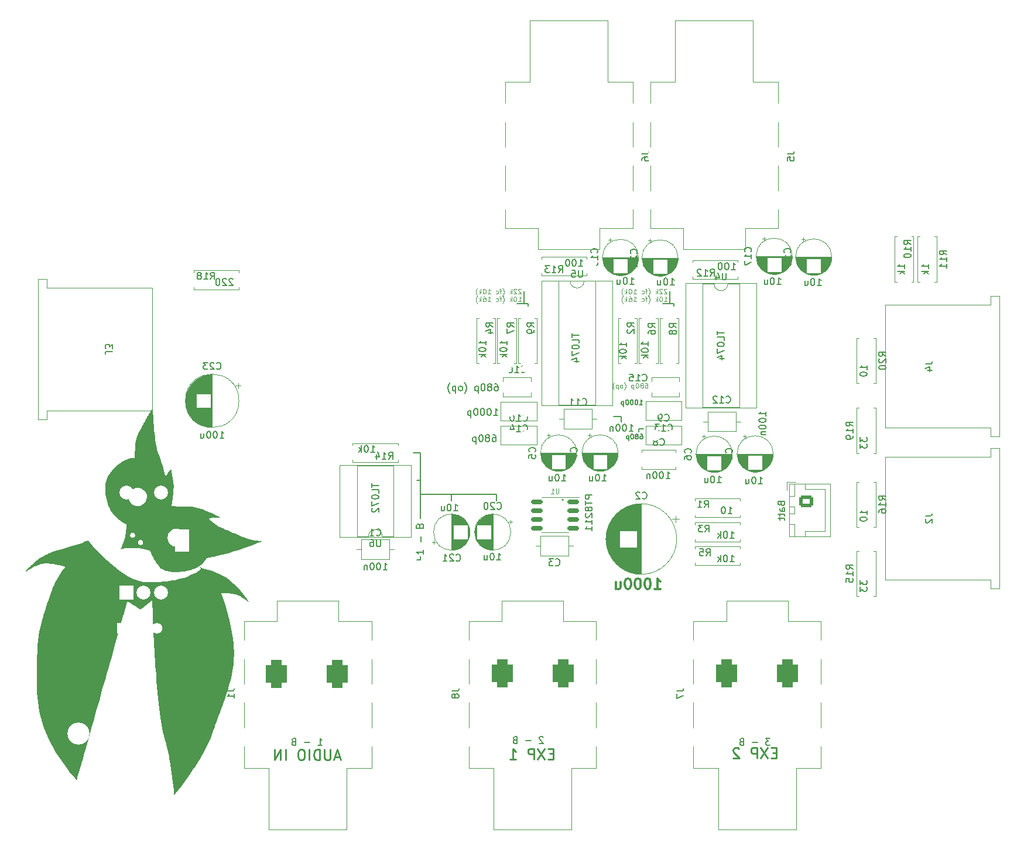
<source format=gbo>
G04 #@! TF.GenerationSoftware,KiCad,Pcbnew,6.0.11+dfsg-1~bpo11+1*
G04 #@! TF.CreationDate,2023-02-20T22:13:45+01:00*
G04 #@! TF.ProjectId,v1,76312e6b-6963-4616-945f-706362585858,rev?*
G04 #@! TF.SameCoordinates,Original*
G04 #@! TF.FileFunction,Legend,Bot*
G04 #@! TF.FilePolarity,Positive*
%FSLAX46Y46*%
G04 Gerber Fmt 4.6, Leading zero omitted, Abs format (unit mm)*
G04 Created by KiCad (PCBNEW 6.0.11+dfsg-1~bpo11+1) date 2023-02-20 22:13:45*
%MOMM*%
%LPD*%
G01*
G04 APERTURE LIST*
G04 Aperture macros list*
%AMRoundRect*
0 Rectangle with rounded corners*
0 $1 Rounding radius*
0 $2 $3 $4 $5 $6 $7 $8 $9 X,Y pos of 4 corners*
0 Add a 4 corners polygon primitive as box body*
4,1,4,$2,$3,$4,$5,$6,$7,$8,$9,$2,$3,0*
0 Add four circle primitives for the rounded corners*
1,1,$1+$1,$2,$3*
1,1,$1+$1,$4,$5*
1,1,$1+$1,$6,$7*
1,1,$1+$1,$8,$9*
0 Add four rect primitives between the rounded corners*
20,1,$1+$1,$2,$3,$4,$5,0*
20,1,$1+$1,$4,$5,$6,$7,0*
20,1,$1+$1,$6,$7,$8,$9,0*
20,1,$1+$1,$8,$9,$2,$3,0*%
G04 Aperture macros list end*
%ADD10C,0.150000*%
%ADD11C,0.202000*%
%ADD12C,0.100000*%
%ADD13C,0.250000*%
%ADD14C,0.300000*%
%ADD15C,0.120000*%
%ADD16R,1.800000X1.800000*%
%ADD17O,1.800000X1.800000*%
%ADD18R,1.560000X1.560000*%
%ADD19C,1.560000*%
%ADD20C,5.000000*%
%ADD21C,1.524000*%
%ADD22RoundRect,0.150000X0.675000X0.150000X-0.675000X0.150000X-0.675000X-0.150000X0.675000X-0.150000X0*%
%ADD23C,3.200000*%
%ADD24C,1.800000*%
%ADD25RoundRect,0.750000X0.750000X-1.250000X0.750000X1.250000X-0.750000X1.250000X-0.750000X-1.250000X0*%
%ADD26O,1.500000X1.500000*%
%ADD27O,1.700000X1.700000*%
%ADD28R,1.700000X1.700000*%
%ADD29C,3.400000*%
%ADD30C,2.000000*%
%ADD31R,2.000000X3.200000*%
%ADD32R,2.000000X2.000000*%
%ADD33C,1.600000*%
%ADD34O,1.600000X1.600000*%
%ADD35R,1.600000X1.600000*%
%ADD36C,3.000000*%
%ADD37RoundRect,0.250000X-0.750000X0.600000X-0.750000X-0.600000X0.750000X-0.600000X0.750000X0.600000X0*%
%ADD38O,2.000000X1.700000*%
%ADD39R,1.500000X1.500000*%
G04 APERTURE END LIST*
D10*
X173920066Y-67000380D02*
X174491495Y-67000380D01*
X174205780Y-67000380D02*
X174205780Y-66000380D01*
X174301019Y-66143238D01*
X174396257Y-66238476D01*
X174491495Y-66286095D01*
X173301019Y-66000380D02*
X173205780Y-66000380D01*
X173110542Y-66048000D01*
X173062923Y-66095619D01*
X173015304Y-66190857D01*
X172967685Y-66381333D01*
X172967685Y-66619428D01*
X173015304Y-66809904D01*
X173062923Y-66905142D01*
X173110542Y-66952761D01*
X173205780Y-67000380D01*
X173301019Y-67000380D01*
X173396257Y-66952761D01*
X173443876Y-66905142D01*
X173491495Y-66809904D01*
X173539114Y-66619428D01*
X173539114Y-66381333D01*
X173491495Y-66190857D01*
X173443876Y-66095619D01*
X173396257Y-66048000D01*
X173301019Y-66000380D01*
X172348638Y-66000380D02*
X172253400Y-66000380D01*
X172158161Y-66048000D01*
X172110542Y-66095619D01*
X172062923Y-66190857D01*
X172015304Y-66381333D01*
X172015304Y-66619428D01*
X172062923Y-66809904D01*
X172110542Y-66905142D01*
X172158161Y-66952761D01*
X172253400Y-67000380D01*
X172348638Y-67000380D01*
X172443876Y-66952761D01*
X172491495Y-66905142D01*
X172539114Y-66809904D01*
X172586733Y-66619428D01*
X172586733Y-66381333D01*
X172539114Y-66190857D01*
X172491495Y-66095619D01*
X172443876Y-66048000D01*
X172348638Y-66000380D01*
X175864780Y-100144580D02*
X174864780Y-100144580D01*
X174864780Y-100525533D01*
X174912400Y-100620771D01*
X174960019Y-100668390D01*
X175055257Y-100716009D01*
X175198114Y-100716009D01*
X175293352Y-100668390D01*
X175340971Y-100620771D01*
X175388590Y-100525533D01*
X175388590Y-100144580D01*
X174864780Y-101001723D02*
X174864780Y-101573152D01*
X175864780Y-101287438D02*
X174864780Y-101287438D01*
X175293352Y-102049342D02*
X175245733Y-101954104D01*
X175198114Y-101906485D01*
X175102876Y-101858866D01*
X175055257Y-101858866D01*
X174960019Y-101906485D01*
X174912400Y-101954104D01*
X174864780Y-102049342D01*
X174864780Y-102239819D01*
X174912400Y-102335057D01*
X174960019Y-102382676D01*
X175055257Y-102430295D01*
X175102876Y-102430295D01*
X175198114Y-102382676D01*
X175245733Y-102335057D01*
X175293352Y-102239819D01*
X175293352Y-102049342D01*
X175340971Y-101954104D01*
X175388590Y-101906485D01*
X175483828Y-101858866D01*
X175674304Y-101858866D01*
X175769542Y-101906485D01*
X175817161Y-101954104D01*
X175864780Y-102049342D01*
X175864780Y-102239819D01*
X175817161Y-102335057D01*
X175769542Y-102382676D01*
X175674304Y-102430295D01*
X175483828Y-102430295D01*
X175388590Y-102382676D01*
X175340971Y-102335057D01*
X175293352Y-102239819D01*
X174960019Y-102811247D02*
X174912400Y-102858866D01*
X174864780Y-102954104D01*
X174864780Y-103192200D01*
X174912400Y-103287438D01*
X174960019Y-103335057D01*
X175055257Y-103382676D01*
X175150495Y-103382676D01*
X175293352Y-103335057D01*
X175864780Y-102763628D01*
X175864780Y-103382676D01*
X175864780Y-104335057D02*
X175864780Y-103763628D01*
X175864780Y-104049342D02*
X174864780Y-104049342D01*
X175007638Y-103954104D01*
X175102876Y-103858866D01*
X175150495Y-103763628D01*
X175864780Y-105287438D02*
X175864780Y-104716009D01*
X175864780Y-105001723D02*
X174864780Y-105001723D01*
X175007638Y-104906485D01*
X175102876Y-104811247D01*
X175150495Y-104716009D01*
X195992666Y-67508380D02*
X196564095Y-67508380D01*
X196278380Y-67508380D02*
X196278380Y-66508380D01*
X196373619Y-66651238D01*
X196468857Y-66746476D01*
X196564095Y-66794095D01*
X195373619Y-66508380D02*
X195278380Y-66508380D01*
X195183142Y-66556000D01*
X195135523Y-66603619D01*
X195087904Y-66698857D01*
X195040285Y-66889333D01*
X195040285Y-67127428D01*
X195087904Y-67317904D01*
X195135523Y-67413142D01*
X195183142Y-67460761D01*
X195278380Y-67508380D01*
X195373619Y-67508380D01*
X195468857Y-67460761D01*
X195516476Y-67413142D01*
X195564095Y-67317904D01*
X195611714Y-67127428D01*
X195611714Y-66889333D01*
X195564095Y-66698857D01*
X195516476Y-66603619D01*
X195468857Y-66556000D01*
X195373619Y-66508380D01*
X194421238Y-66508380D02*
X194326000Y-66508380D01*
X194230761Y-66556000D01*
X194183142Y-66603619D01*
X194135523Y-66698857D01*
X194087904Y-66889333D01*
X194087904Y-67127428D01*
X194135523Y-67317904D01*
X194183142Y-67413142D01*
X194230761Y-67460761D01*
X194326000Y-67508380D01*
X194421238Y-67508380D01*
X194516476Y-67460761D01*
X194564095Y-67413142D01*
X194611714Y-67317904D01*
X194659333Y-67127428D01*
X194659333Y-66889333D01*
X194611714Y-66698857D01*
X194564095Y-66603619D01*
X194516476Y-66556000D01*
X194421238Y-66508380D01*
X181313057Y-69616580D02*
X181884485Y-69616580D01*
X181598771Y-69616580D02*
X181598771Y-68616580D01*
X181694009Y-68759438D01*
X181789247Y-68854676D01*
X181884485Y-68902295D01*
X180694009Y-68616580D02*
X180598771Y-68616580D01*
X180503533Y-68664200D01*
X180455914Y-68711819D01*
X180408295Y-68807057D01*
X180360676Y-68997533D01*
X180360676Y-69235628D01*
X180408295Y-69426104D01*
X180455914Y-69521342D01*
X180503533Y-69568961D01*
X180598771Y-69616580D01*
X180694009Y-69616580D01*
X180789247Y-69568961D01*
X180836866Y-69521342D01*
X180884485Y-69426104D01*
X180932104Y-69235628D01*
X180932104Y-68997533D01*
X180884485Y-68807057D01*
X180836866Y-68711819D01*
X180789247Y-68664200D01*
X180694009Y-68616580D01*
X179503533Y-68949914D02*
X179503533Y-69616580D01*
X179932104Y-68949914D02*
X179932104Y-69473723D01*
X179884485Y-69568961D01*
X179789247Y-69616580D01*
X179646390Y-69616580D01*
X179551152Y-69568961D01*
X179503533Y-69521342D01*
X187155057Y-69743580D02*
X187726485Y-69743580D01*
X187440771Y-69743580D02*
X187440771Y-68743580D01*
X187536009Y-68886438D01*
X187631247Y-68981676D01*
X187726485Y-69029295D01*
X186536009Y-68743580D02*
X186440771Y-68743580D01*
X186345533Y-68791200D01*
X186297914Y-68838819D01*
X186250295Y-68934057D01*
X186202676Y-69124533D01*
X186202676Y-69362628D01*
X186250295Y-69553104D01*
X186297914Y-69648342D01*
X186345533Y-69695961D01*
X186440771Y-69743580D01*
X186536009Y-69743580D01*
X186631247Y-69695961D01*
X186678866Y-69648342D01*
X186726485Y-69553104D01*
X186774104Y-69362628D01*
X186774104Y-69124533D01*
X186726485Y-68934057D01*
X186678866Y-68838819D01*
X186631247Y-68791200D01*
X186536009Y-68743580D01*
X185345533Y-69076914D02*
X185345533Y-69743580D01*
X185774104Y-69076914D02*
X185774104Y-69600723D01*
X185726485Y-69695961D01*
X185631247Y-69743580D01*
X185488390Y-69743580D01*
X185393152Y-69695961D01*
X185345533Y-69648342D01*
X123920095Y-68889619D02*
X123872476Y-68842000D01*
X123777238Y-68794380D01*
X123539142Y-68794380D01*
X123443904Y-68842000D01*
X123396285Y-68889619D01*
X123348666Y-68984857D01*
X123348666Y-69080095D01*
X123396285Y-69222952D01*
X123967714Y-69794380D01*
X123348666Y-69794380D01*
X122967714Y-68889619D02*
X122920095Y-68842000D01*
X122824857Y-68794380D01*
X122586761Y-68794380D01*
X122491523Y-68842000D01*
X122443904Y-68889619D01*
X122396285Y-68984857D01*
X122396285Y-69080095D01*
X122443904Y-69222952D01*
X123015333Y-69794380D01*
X122396285Y-69794380D01*
X121777238Y-68794380D02*
X121682000Y-68794380D01*
X121586761Y-68842000D01*
X121539142Y-68889619D01*
X121491523Y-68984857D01*
X121443904Y-69175333D01*
X121443904Y-69413428D01*
X121491523Y-69603904D01*
X121539142Y-69699142D01*
X121586761Y-69746761D01*
X121682000Y-69794380D01*
X121777238Y-69794380D01*
X121872476Y-69746761D01*
X121920095Y-69699142D01*
X121967714Y-69603904D01*
X122015333Y-69413428D01*
X122015333Y-69175333D01*
X121967714Y-68984857D01*
X121920095Y-68889619D01*
X121872476Y-68842000D01*
X121777238Y-68794380D01*
X143978380Y-98464952D02*
X143978380Y-99036380D01*
X144978380Y-98750666D02*
X143978380Y-98750666D01*
X144978380Y-99845904D02*
X144978380Y-99369714D01*
X143978380Y-99369714D01*
X143978380Y-100369714D02*
X143978380Y-100464952D01*
X144026000Y-100560190D01*
X144073619Y-100607809D01*
X144168857Y-100655428D01*
X144359333Y-100703047D01*
X144597428Y-100703047D01*
X144787904Y-100655428D01*
X144883142Y-100607809D01*
X144930761Y-100560190D01*
X144978380Y-100464952D01*
X144978380Y-100369714D01*
X144930761Y-100274476D01*
X144883142Y-100226857D01*
X144787904Y-100179238D01*
X144597428Y-100131619D01*
X144359333Y-100131619D01*
X144168857Y-100179238D01*
X144073619Y-100226857D01*
X144026000Y-100274476D01*
X143978380Y-100369714D01*
X143978380Y-101036380D02*
X143978380Y-101703047D01*
X144978380Y-101274476D01*
X144073619Y-102036380D02*
X144026000Y-102084000D01*
X143978380Y-102179238D01*
X143978380Y-102417333D01*
X144026000Y-102512571D01*
X144073619Y-102560190D01*
X144168857Y-102607809D01*
X144264095Y-102607809D01*
X144406952Y-102560190D01*
X144978380Y-101988761D01*
X144978380Y-102607809D01*
X143851238Y-93924380D02*
X144422666Y-93924380D01*
X144136952Y-93924380D02*
X144136952Y-92924380D01*
X144232190Y-93067238D01*
X144327428Y-93162476D01*
X144422666Y-93210095D01*
X143232190Y-92924380D02*
X143136952Y-92924380D01*
X143041714Y-92972000D01*
X142994095Y-93019619D01*
X142946476Y-93114857D01*
X142898857Y-93305333D01*
X142898857Y-93543428D01*
X142946476Y-93733904D01*
X142994095Y-93829142D01*
X143041714Y-93876761D01*
X143136952Y-93924380D01*
X143232190Y-93924380D01*
X143327428Y-93876761D01*
X143375047Y-93829142D01*
X143422666Y-93733904D01*
X143470285Y-93543428D01*
X143470285Y-93305333D01*
X143422666Y-93114857D01*
X143375047Y-93019619D01*
X143327428Y-92972000D01*
X143232190Y-92924380D01*
X142470285Y-93924380D02*
X142470285Y-92924380D01*
X142375047Y-93543428D02*
X142089333Y-93924380D01*
X142089333Y-93257714D02*
X142470285Y-93638666D01*
X145645047Y-110942380D02*
X146216476Y-110942380D01*
X145930761Y-110942380D02*
X145930761Y-109942380D01*
X146026000Y-110085238D01*
X146121238Y-110180476D01*
X146216476Y-110228095D01*
X145026000Y-109942380D02*
X144930761Y-109942380D01*
X144835523Y-109990000D01*
X144787904Y-110037619D01*
X144740285Y-110132857D01*
X144692666Y-110323333D01*
X144692666Y-110561428D01*
X144740285Y-110751904D01*
X144787904Y-110847142D01*
X144835523Y-110894761D01*
X144930761Y-110942380D01*
X145026000Y-110942380D01*
X145121238Y-110894761D01*
X145168857Y-110847142D01*
X145216476Y-110751904D01*
X145264095Y-110561428D01*
X145264095Y-110323333D01*
X145216476Y-110132857D01*
X145168857Y-110037619D01*
X145121238Y-109990000D01*
X145026000Y-109942380D01*
X144073619Y-109942380D02*
X143978380Y-109942380D01*
X143883142Y-109990000D01*
X143835523Y-110037619D01*
X143787904Y-110132857D01*
X143740285Y-110323333D01*
X143740285Y-110561428D01*
X143787904Y-110751904D01*
X143835523Y-110847142D01*
X143883142Y-110894761D01*
X143978380Y-110942380D01*
X144073619Y-110942380D01*
X144168857Y-110894761D01*
X144216476Y-110847142D01*
X144264095Y-110751904D01*
X144311714Y-110561428D01*
X144311714Y-110323333D01*
X144264095Y-110132857D01*
X144216476Y-110037619D01*
X144168857Y-109990000D01*
X144073619Y-109942380D01*
X143311714Y-110275714D02*
X143311714Y-110942380D01*
X143311714Y-110370952D02*
X143264095Y-110323333D01*
X143168857Y-110275714D01*
X143026000Y-110275714D01*
X142930761Y-110323333D01*
X142883142Y-110418571D01*
X142883142Y-110942380D01*
X122023047Y-91892380D02*
X122594476Y-91892380D01*
X122308761Y-91892380D02*
X122308761Y-90892380D01*
X122403999Y-91035238D01*
X122499238Y-91130476D01*
X122594476Y-91178095D01*
X121403999Y-90892380D02*
X121308761Y-90892380D01*
X121213523Y-90940000D01*
X121165904Y-90987619D01*
X121118285Y-91082857D01*
X121070666Y-91273333D01*
X121070666Y-91511428D01*
X121118285Y-91701904D01*
X121165904Y-91797142D01*
X121213523Y-91844761D01*
X121308761Y-91892380D01*
X121403999Y-91892380D01*
X121499238Y-91844761D01*
X121546857Y-91797142D01*
X121594476Y-91701904D01*
X121642095Y-91511428D01*
X121642095Y-91273333D01*
X121594476Y-91082857D01*
X121546857Y-90987619D01*
X121499238Y-90940000D01*
X121403999Y-90892380D01*
X120451619Y-90892380D02*
X120356380Y-90892380D01*
X120261142Y-90940000D01*
X120213523Y-90987619D01*
X120165904Y-91082857D01*
X120118285Y-91273333D01*
X120118285Y-91511428D01*
X120165904Y-91701904D01*
X120213523Y-91797142D01*
X120261142Y-91844761D01*
X120356380Y-91892380D01*
X120451619Y-91892380D01*
X120546857Y-91844761D01*
X120594476Y-91797142D01*
X120642095Y-91701904D01*
X120689714Y-91511428D01*
X120689714Y-91273333D01*
X120642095Y-91082857D01*
X120594476Y-90987619D01*
X120546857Y-90940000D01*
X120451619Y-90892380D01*
X119261142Y-91225714D02*
X119261142Y-91892380D01*
X119689714Y-91225714D02*
X119689714Y-91749523D01*
X119642095Y-91844761D01*
X119546857Y-91892380D01*
X119403999Y-91892380D01*
X119308761Y-91844761D01*
X119261142Y-91797142D01*
X155836857Y-102433380D02*
X156408285Y-102433380D01*
X156122571Y-102433380D02*
X156122571Y-101433380D01*
X156217809Y-101576238D01*
X156313047Y-101671476D01*
X156408285Y-101719095D01*
X155217809Y-101433380D02*
X155122571Y-101433380D01*
X155027333Y-101481000D01*
X154979714Y-101528619D01*
X154932095Y-101623857D01*
X154884476Y-101814333D01*
X154884476Y-102052428D01*
X154932095Y-102242904D01*
X154979714Y-102338142D01*
X155027333Y-102385761D01*
X155122571Y-102433380D01*
X155217809Y-102433380D01*
X155313047Y-102385761D01*
X155360666Y-102338142D01*
X155408285Y-102242904D01*
X155455904Y-102052428D01*
X155455904Y-101814333D01*
X155408285Y-101623857D01*
X155360666Y-101528619D01*
X155313047Y-101481000D01*
X155217809Y-101433380D01*
X154027333Y-101766714D02*
X154027333Y-102433380D01*
X154455904Y-101766714D02*
X154455904Y-102290523D01*
X154408285Y-102385761D01*
X154313047Y-102433380D01*
X154170190Y-102433380D01*
X154074952Y-102385761D01*
X154027333Y-102338142D01*
X162059857Y-109545380D02*
X162631285Y-109545380D01*
X162345571Y-109545380D02*
X162345571Y-108545380D01*
X162440809Y-108688238D01*
X162536047Y-108783476D01*
X162631285Y-108831095D01*
X161440809Y-108545380D02*
X161345571Y-108545380D01*
X161250333Y-108593000D01*
X161202714Y-108640619D01*
X161155095Y-108735857D01*
X161107476Y-108926333D01*
X161107476Y-109164428D01*
X161155095Y-109354904D01*
X161202714Y-109450142D01*
X161250333Y-109497761D01*
X161345571Y-109545380D01*
X161440809Y-109545380D01*
X161536047Y-109497761D01*
X161583666Y-109450142D01*
X161631285Y-109354904D01*
X161678904Y-109164428D01*
X161678904Y-108926333D01*
X161631285Y-108735857D01*
X161583666Y-108640619D01*
X161536047Y-108593000D01*
X161440809Y-108545380D01*
X160250333Y-108878714D02*
X160250333Y-109545380D01*
X160678904Y-108878714D02*
X160678904Y-109402523D01*
X160631285Y-109497761D01*
X160536047Y-109545380D01*
X160393190Y-109545380D01*
X160297952Y-109497761D01*
X160250333Y-109450142D01*
D11*
X171678000Y-100838000D02*
G75*
G03*
X171678000Y-100838000I-101000J0D01*
G01*
D10*
X193952380Y-76380952D02*
X193952380Y-76952380D01*
X194952380Y-76666666D02*
X193952380Y-76666666D01*
X194952380Y-77761904D02*
X194952380Y-77285714D01*
X193952380Y-77285714D01*
X193952380Y-78285714D02*
X193952380Y-78380952D01*
X194000000Y-78476190D01*
X194047619Y-78523809D01*
X194142857Y-78571428D01*
X194333333Y-78619047D01*
X194571428Y-78619047D01*
X194761904Y-78571428D01*
X194857142Y-78523809D01*
X194904761Y-78476190D01*
X194952380Y-78380952D01*
X194952380Y-78285714D01*
X194904761Y-78190476D01*
X194857142Y-78142857D01*
X194761904Y-78095238D01*
X194571428Y-78047619D01*
X194333333Y-78047619D01*
X194142857Y-78095238D01*
X194047619Y-78142857D01*
X194000000Y-78190476D01*
X193952380Y-78285714D01*
X193952380Y-78952380D02*
X193952380Y-79619047D01*
X194952380Y-79190476D01*
X194285714Y-80428571D02*
X194952380Y-80428571D01*
X193904761Y-80190476D02*
X194619047Y-79952380D01*
X194619047Y-80571428D01*
X172934380Y-76747952D02*
X172934380Y-77319380D01*
X173934380Y-77033666D02*
X172934380Y-77033666D01*
X173934380Y-78128904D02*
X173934380Y-77652714D01*
X172934380Y-77652714D01*
X172934380Y-78652714D02*
X172934380Y-78747952D01*
X172982000Y-78843190D01*
X173029619Y-78890809D01*
X173124857Y-78938428D01*
X173315333Y-78986047D01*
X173553428Y-78986047D01*
X173743904Y-78938428D01*
X173839142Y-78890809D01*
X173886761Y-78843190D01*
X173934380Y-78747952D01*
X173934380Y-78652714D01*
X173886761Y-78557476D01*
X173839142Y-78509857D01*
X173743904Y-78462238D01*
X173553428Y-78414619D01*
X173315333Y-78414619D01*
X173124857Y-78462238D01*
X173029619Y-78509857D01*
X172982000Y-78557476D01*
X172934380Y-78652714D01*
X172934380Y-79319380D02*
X172934380Y-79986047D01*
X173934380Y-79557476D01*
X173267714Y-80795571D02*
X173934380Y-80795571D01*
X172886761Y-80557476D02*
X173601047Y-80319380D01*
X173601047Y-80938428D01*
X160472380Y-78398761D02*
X160472380Y-77827333D01*
X160472380Y-78113047D02*
X159472380Y-78113047D01*
X159615238Y-78017809D01*
X159710476Y-77922571D01*
X159758095Y-77827333D01*
X159472380Y-79017809D02*
X159472380Y-79113047D01*
X159520000Y-79208285D01*
X159567619Y-79255904D01*
X159662857Y-79303523D01*
X159853333Y-79351142D01*
X160091428Y-79351142D01*
X160281904Y-79303523D01*
X160377142Y-79255904D01*
X160424761Y-79208285D01*
X160472380Y-79113047D01*
X160472380Y-79017809D01*
X160424761Y-78922571D01*
X160377142Y-78874952D01*
X160281904Y-78827333D01*
X160091428Y-78779714D01*
X159853333Y-78779714D01*
X159662857Y-78827333D01*
X159567619Y-78874952D01*
X159520000Y-78922571D01*
X159472380Y-79017809D01*
X160472380Y-79779714D02*
X159472380Y-79779714D01*
X160091428Y-79874952D02*
X160472380Y-80160666D01*
X159805714Y-80160666D02*
X160186666Y-79779714D01*
X163520380Y-78398761D02*
X163520380Y-77827333D01*
X163520380Y-78113047D02*
X162520380Y-78113047D01*
X162663238Y-78017809D01*
X162758476Y-77922571D01*
X162806095Y-77827333D01*
X162520380Y-79017809D02*
X162520380Y-79113047D01*
X162568000Y-79208285D01*
X162615619Y-79255904D01*
X162710857Y-79303523D01*
X162901333Y-79351142D01*
X163139428Y-79351142D01*
X163329904Y-79303523D01*
X163425142Y-79255904D01*
X163472761Y-79208285D01*
X163520380Y-79113047D01*
X163520380Y-79017809D01*
X163472761Y-78922571D01*
X163425142Y-78874952D01*
X163329904Y-78827333D01*
X163139428Y-78779714D01*
X162901333Y-78779714D01*
X162710857Y-78827333D01*
X162615619Y-78874952D01*
X162568000Y-78922571D01*
X162520380Y-79017809D01*
X163520380Y-79779714D02*
X162520380Y-79779714D01*
X163139428Y-79874952D02*
X163520380Y-80160666D01*
X162853714Y-80160666D02*
X163234666Y-79779714D01*
X165989000Y-72390000D02*
X165989000Y-70612000D01*
D12*
X165572666Y-70366833D02*
X165539333Y-70333500D01*
X165472666Y-70300166D01*
X165306000Y-70300166D01*
X165239333Y-70333500D01*
X165206000Y-70366833D01*
X165172666Y-70433500D01*
X165172666Y-70500166D01*
X165206000Y-70600166D01*
X165606000Y-71000166D01*
X165172666Y-71000166D01*
X164906000Y-70366833D02*
X164872666Y-70333500D01*
X164806000Y-70300166D01*
X164639333Y-70300166D01*
X164572666Y-70333500D01*
X164539333Y-70366833D01*
X164506000Y-70433500D01*
X164506000Y-70500166D01*
X164539333Y-70600166D01*
X164939333Y-71000166D01*
X164506000Y-71000166D01*
X164206000Y-71000166D02*
X164206000Y-70300166D01*
X164139333Y-70733500D02*
X163939333Y-71000166D01*
X163939333Y-70533500D02*
X164206000Y-70800166D01*
X162906000Y-71266833D02*
X162939333Y-71233500D01*
X163006000Y-71133500D01*
X163039333Y-71066833D01*
X163072666Y-70966833D01*
X163106000Y-70800166D01*
X163106000Y-70666833D01*
X163072666Y-70500166D01*
X163039333Y-70400166D01*
X163006000Y-70333500D01*
X162939333Y-70233500D01*
X162906000Y-70200166D01*
X162739333Y-70533500D02*
X162472666Y-70533500D01*
X162639333Y-71000166D02*
X162639333Y-70400166D01*
X162606000Y-70333500D01*
X162539333Y-70300166D01*
X162472666Y-70300166D01*
X161939333Y-70966833D02*
X162006000Y-71000166D01*
X162139333Y-71000166D01*
X162206000Y-70966833D01*
X162239333Y-70933500D01*
X162272666Y-70866833D01*
X162272666Y-70666833D01*
X162239333Y-70600166D01*
X162206000Y-70566833D01*
X162139333Y-70533500D01*
X162006000Y-70533500D01*
X161939333Y-70566833D01*
X160739333Y-71000166D02*
X161139333Y-71000166D01*
X160939333Y-71000166D02*
X160939333Y-70300166D01*
X161006000Y-70400166D01*
X161072666Y-70466833D01*
X161139333Y-70500166D01*
X160306000Y-70300166D02*
X160239333Y-70300166D01*
X160172666Y-70333500D01*
X160139333Y-70366833D01*
X160106000Y-70433500D01*
X160072666Y-70566833D01*
X160072666Y-70733500D01*
X160106000Y-70866833D01*
X160139333Y-70933500D01*
X160172666Y-70966833D01*
X160239333Y-71000166D01*
X160306000Y-71000166D01*
X160372666Y-70966833D01*
X160406000Y-70933500D01*
X160439333Y-70866833D01*
X160472666Y-70733500D01*
X160472666Y-70566833D01*
X160439333Y-70433500D01*
X160406000Y-70366833D01*
X160372666Y-70333500D01*
X160306000Y-70300166D01*
X159772666Y-71000166D02*
X159772666Y-70300166D01*
X159706000Y-70733500D02*
X159506000Y-71000166D01*
X159506000Y-70533500D02*
X159772666Y-70800166D01*
X159272666Y-71266833D02*
X159239333Y-71233500D01*
X159172666Y-71133500D01*
X159139333Y-71066833D01*
X159106000Y-70966833D01*
X159072666Y-70800166D01*
X159072666Y-70666833D01*
X159106000Y-70500166D01*
X159139333Y-70400166D01*
X159172666Y-70333500D01*
X159239333Y-70233500D01*
X159272666Y-70200166D01*
X165172666Y-72127166D02*
X165572666Y-72127166D01*
X165372666Y-72127166D02*
X165372666Y-71427166D01*
X165439333Y-71527166D01*
X165506000Y-71593833D01*
X165572666Y-71627166D01*
X164739333Y-71427166D02*
X164672666Y-71427166D01*
X164606000Y-71460500D01*
X164572666Y-71493833D01*
X164539333Y-71560500D01*
X164506000Y-71693833D01*
X164506000Y-71860500D01*
X164539333Y-71993833D01*
X164572666Y-72060500D01*
X164606000Y-72093833D01*
X164672666Y-72127166D01*
X164739333Y-72127166D01*
X164806000Y-72093833D01*
X164839333Y-72060500D01*
X164872666Y-71993833D01*
X164906000Y-71860500D01*
X164906000Y-71693833D01*
X164872666Y-71560500D01*
X164839333Y-71493833D01*
X164806000Y-71460500D01*
X164739333Y-71427166D01*
X164206000Y-72127166D02*
X164206000Y-71427166D01*
X164139333Y-71860500D02*
X163939333Y-72127166D01*
X163939333Y-71660500D02*
X164206000Y-71927166D01*
X162906000Y-72393833D02*
X162939333Y-72360500D01*
X163006000Y-72260500D01*
X163039333Y-72193833D01*
X163072666Y-72093833D01*
X163106000Y-71927166D01*
X163106000Y-71793833D01*
X163072666Y-71627166D01*
X163039333Y-71527166D01*
X163006000Y-71460500D01*
X162939333Y-71360500D01*
X162906000Y-71327166D01*
X162739333Y-71660500D02*
X162472666Y-71660500D01*
X162639333Y-72127166D02*
X162639333Y-71527166D01*
X162606000Y-71460500D01*
X162539333Y-71427166D01*
X162472666Y-71427166D01*
X161939333Y-72093833D02*
X162006000Y-72127166D01*
X162139333Y-72127166D01*
X162206000Y-72093833D01*
X162239333Y-72060500D01*
X162272666Y-71993833D01*
X162272666Y-71793833D01*
X162239333Y-71727166D01*
X162206000Y-71693833D01*
X162139333Y-71660500D01*
X162006000Y-71660500D01*
X161939333Y-71693833D01*
X160739333Y-72127166D02*
X161139333Y-72127166D01*
X160939333Y-72127166D02*
X160939333Y-71427166D01*
X161006000Y-71527166D01*
X161072666Y-71593833D01*
X161139333Y-71627166D01*
X160139333Y-71427166D02*
X160272666Y-71427166D01*
X160339333Y-71460500D01*
X160372666Y-71493833D01*
X160439333Y-71593833D01*
X160472666Y-71727166D01*
X160472666Y-71993833D01*
X160439333Y-72060500D01*
X160406000Y-72093833D01*
X160339333Y-72127166D01*
X160206000Y-72127166D01*
X160139333Y-72093833D01*
X160106000Y-72060500D01*
X160072666Y-71993833D01*
X160072666Y-71827166D01*
X160106000Y-71760500D01*
X160139333Y-71727166D01*
X160206000Y-71693833D01*
X160339333Y-71693833D01*
X160406000Y-71727166D01*
X160439333Y-71760500D01*
X160472666Y-71827166D01*
X159772666Y-72127166D02*
X159772666Y-71427166D01*
X159706000Y-71860500D02*
X159506000Y-72127166D01*
X159506000Y-71660500D02*
X159772666Y-71927166D01*
X159272666Y-72393833D02*
X159239333Y-72360500D01*
X159172666Y-72260500D01*
X159139333Y-72193833D01*
X159106000Y-72093833D01*
X159072666Y-71927166D01*
X159072666Y-71793833D01*
X159106000Y-71627166D01*
X159139333Y-71527166D01*
X159172666Y-71460500D01*
X159239333Y-71360500D01*
X159272666Y-71327166D01*
D10*
X165989000Y-72390000D02*
X166624000Y-72390000D01*
X164973000Y-72390000D02*
X165989000Y-72390000D01*
X166624000Y-72390000D02*
X166624000Y-72771000D01*
X187706000Y-72390000D02*
X187706000Y-72771000D01*
X187071000Y-72390000D02*
X187706000Y-72390000D01*
X187071000Y-72390000D02*
X187071000Y-70612000D01*
X186055000Y-72390000D02*
X187071000Y-72390000D01*
D12*
X186654666Y-70366833D02*
X186621333Y-70333500D01*
X186554666Y-70300166D01*
X186388000Y-70300166D01*
X186321333Y-70333500D01*
X186288000Y-70366833D01*
X186254666Y-70433500D01*
X186254666Y-70500166D01*
X186288000Y-70600166D01*
X186688000Y-71000166D01*
X186254666Y-71000166D01*
X185988000Y-70366833D02*
X185954666Y-70333500D01*
X185888000Y-70300166D01*
X185721333Y-70300166D01*
X185654666Y-70333500D01*
X185621333Y-70366833D01*
X185588000Y-70433500D01*
X185588000Y-70500166D01*
X185621333Y-70600166D01*
X186021333Y-71000166D01*
X185588000Y-71000166D01*
X185288000Y-71000166D02*
X185288000Y-70300166D01*
X185221333Y-70733500D02*
X185021333Y-71000166D01*
X185021333Y-70533500D02*
X185288000Y-70800166D01*
X183988000Y-71266833D02*
X184021333Y-71233500D01*
X184088000Y-71133500D01*
X184121333Y-71066833D01*
X184154666Y-70966833D01*
X184188000Y-70800166D01*
X184188000Y-70666833D01*
X184154666Y-70500166D01*
X184121333Y-70400166D01*
X184088000Y-70333500D01*
X184021333Y-70233500D01*
X183988000Y-70200166D01*
X183821333Y-70533500D02*
X183554666Y-70533500D01*
X183721333Y-71000166D02*
X183721333Y-70400166D01*
X183688000Y-70333500D01*
X183621333Y-70300166D01*
X183554666Y-70300166D01*
X183021333Y-70966833D02*
X183088000Y-71000166D01*
X183221333Y-71000166D01*
X183288000Y-70966833D01*
X183321333Y-70933500D01*
X183354666Y-70866833D01*
X183354666Y-70666833D01*
X183321333Y-70600166D01*
X183288000Y-70566833D01*
X183221333Y-70533500D01*
X183088000Y-70533500D01*
X183021333Y-70566833D01*
X181821333Y-71000166D02*
X182221333Y-71000166D01*
X182021333Y-71000166D02*
X182021333Y-70300166D01*
X182088000Y-70400166D01*
X182154666Y-70466833D01*
X182221333Y-70500166D01*
X181388000Y-70300166D02*
X181321333Y-70300166D01*
X181254666Y-70333500D01*
X181221333Y-70366833D01*
X181188000Y-70433500D01*
X181154666Y-70566833D01*
X181154666Y-70733500D01*
X181188000Y-70866833D01*
X181221333Y-70933500D01*
X181254666Y-70966833D01*
X181321333Y-71000166D01*
X181388000Y-71000166D01*
X181454666Y-70966833D01*
X181488000Y-70933500D01*
X181521333Y-70866833D01*
X181554666Y-70733500D01*
X181554666Y-70566833D01*
X181521333Y-70433500D01*
X181488000Y-70366833D01*
X181454666Y-70333500D01*
X181388000Y-70300166D01*
X180854666Y-71000166D02*
X180854666Y-70300166D01*
X180788000Y-70733500D02*
X180588000Y-71000166D01*
X180588000Y-70533500D02*
X180854666Y-70800166D01*
X180354666Y-71266833D02*
X180321333Y-71233500D01*
X180254666Y-71133500D01*
X180221333Y-71066833D01*
X180188000Y-70966833D01*
X180154666Y-70800166D01*
X180154666Y-70666833D01*
X180188000Y-70500166D01*
X180221333Y-70400166D01*
X180254666Y-70333500D01*
X180321333Y-70233500D01*
X180354666Y-70200166D01*
X186254666Y-72127166D02*
X186654666Y-72127166D01*
X186454666Y-72127166D02*
X186454666Y-71427166D01*
X186521333Y-71527166D01*
X186588000Y-71593833D01*
X186654666Y-71627166D01*
X185821333Y-71427166D02*
X185754666Y-71427166D01*
X185688000Y-71460500D01*
X185654666Y-71493833D01*
X185621333Y-71560500D01*
X185588000Y-71693833D01*
X185588000Y-71860500D01*
X185621333Y-71993833D01*
X185654666Y-72060500D01*
X185688000Y-72093833D01*
X185754666Y-72127166D01*
X185821333Y-72127166D01*
X185888000Y-72093833D01*
X185921333Y-72060500D01*
X185954666Y-71993833D01*
X185988000Y-71860500D01*
X185988000Y-71693833D01*
X185954666Y-71560500D01*
X185921333Y-71493833D01*
X185888000Y-71460500D01*
X185821333Y-71427166D01*
X185288000Y-72127166D02*
X185288000Y-71427166D01*
X185221333Y-71860500D02*
X185021333Y-72127166D01*
X185021333Y-71660500D02*
X185288000Y-71927166D01*
X183988000Y-72393833D02*
X184021333Y-72360500D01*
X184088000Y-72260500D01*
X184121333Y-72193833D01*
X184154666Y-72093833D01*
X184188000Y-71927166D01*
X184188000Y-71793833D01*
X184154666Y-71627166D01*
X184121333Y-71527166D01*
X184088000Y-71460500D01*
X184021333Y-71360500D01*
X183988000Y-71327166D01*
X183821333Y-71660500D02*
X183554666Y-71660500D01*
X183721333Y-72127166D02*
X183721333Y-71527166D01*
X183688000Y-71460500D01*
X183621333Y-71427166D01*
X183554666Y-71427166D01*
X183021333Y-72093833D02*
X183088000Y-72127166D01*
X183221333Y-72127166D01*
X183288000Y-72093833D01*
X183321333Y-72060500D01*
X183354666Y-71993833D01*
X183354666Y-71793833D01*
X183321333Y-71727166D01*
X183288000Y-71693833D01*
X183221333Y-71660500D01*
X183088000Y-71660500D01*
X183021333Y-71693833D01*
X181821333Y-72127166D02*
X182221333Y-72127166D01*
X182021333Y-72127166D02*
X182021333Y-71427166D01*
X182088000Y-71527166D01*
X182154666Y-71593833D01*
X182221333Y-71627166D01*
X181221333Y-71427166D02*
X181354666Y-71427166D01*
X181421333Y-71460500D01*
X181454666Y-71493833D01*
X181521333Y-71593833D01*
X181554666Y-71727166D01*
X181554666Y-71993833D01*
X181521333Y-72060500D01*
X181488000Y-72093833D01*
X181421333Y-72127166D01*
X181288000Y-72127166D01*
X181221333Y-72093833D01*
X181188000Y-72060500D01*
X181154666Y-71993833D01*
X181154666Y-71827166D01*
X181188000Y-71760500D01*
X181221333Y-71727166D01*
X181288000Y-71693833D01*
X181421333Y-71693833D01*
X181488000Y-71727166D01*
X181521333Y-71760500D01*
X181554666Y-71827166D01*
X180854666Y-72127166D02*
X180854666Y-71427166D01*
X180788000Y-71860500D02*
X180588000Y-72127166D01*
X180588000Y-71660500D02*
X180854666Y-71927166D01*
X180354666Y-72393833D02*
X180321333Y-72360500D01*
X180254666Y-72260500D01*
X180221333Y-72193833D01*
X180188000Y-72093833D01*
X180154666Y-71927166D01*
X180154666Y-71793833D01*
X180188000Y-71627166D01*
X180221333Y-71527166D01*
X180254666Y-71460500D01*
X180321333Y-71360500D01*
X180354666Y-71327166D01*
D10*
X180792380Y-78652761D02*
X180792380Y-78081333D01*
X180792380Y-78367047D02*
X179792380Y-78367047D01*
X179935238Y-78271809D01*
X180030476Y-78176571D01*
X180078095Y-78081333D01*
X179792380Y-79271809D02*
X179792380Y-79367047D01*
X179840000Y-79462285D01*
X179887619Y-79509904D01*
X179982857Y-79557523D01*
X180173333Y-79605142D01*
X180411428Y-79605142D01*
X180601904Y-79557523D01*
X180697142Y-79509904D01*
X180744761Y-79462285D01*
X180792380Y-79367047D01*
X180792380Y-79271809D01*
X180744761Y-79176571D01*
X180697142Y-79128952D01*
X180601904Y-79081333D01*
X180411428Y-79033714D01*
X180173333Y-79033714D01*
X179982857Y-79081333D01*
X179887619Y-79128952D01*
X179840000Y-79176571D01*
X179792380Y-79271809D01*
X180792380Y-80033714D02*
X179792380Y-80033714D01*
X180411428Y-80128952D02*
X180792380Y-80414666D01*
X180125714Y-80414666D02*
X180506666Y-80033714D01*
X183967380Y-78525761D02*
X183967380Y-77954333D01*
X183967380Y-78240047D02*
X182967380Y-78240047D01*
X183110238Y-78144809D01*
X183205476Y-78049571D01*
X183253095Y-77954333D01*
X182967380Y-79144809D02*
X182967380Y-79240047D01*
X183015000Y-79335285D01*
X183062619Y-79382904D01*
X183157857Y-79430523D01*
X183348333Y-79478142D01*
X183586428Y-79478142D01*
X183776904Y-79430523D01*
X183872142Y-79382904D01*
X183919761Y-79335285D01*
X183967380Y-79240047D01*
X183967380Y-79144809D01*
X183919761Y-79049571D01*
X183872142Y-79001952D01*
X183776904Y-78954333D01*
X183586428Y-78906714D01*
X183348333Y-78906714D01*
X183157857Y-78954333D01*
X183062619Y-79001952D01*
X183015000Y-79049571D01*
X182967380Y-79144809D01*
X183967380Y-79906714D02*
X182967380Y-79906714D01*
X183586428Y-80001952D02*
X183967380Y-80287666D01*
X183300714Y-80287666D02*
X183681666Y-79906714D01*
D13*
X202461428Y-137433857D02*
X201961428Y-137433857D01*
X201747142Y-138219571D02*
X202461428Y-138219571D01*
X202461428Y-136719571D01*
X201747142Y-136719571D01*
X201247142Y-136719571D02*
X200247142Y-138219571D01*
X200247142Y-136719571D02*
X201247142Y-138219571D01*
X199675714Y-138219571D02*
X199675714Y-136719571D01*
X199104285Y-136719571D01*
X198961428Y-136791000D01*
X198890000Y-136862428D01*
X198818571Y-137005285D01*
X198818571Y-137219571D01*
X198890000Y-137362428D01*
X198961428Y-137433857D01*
X199104285Y-137505285D01*
X199675714Y-137505285D01*
X197104285Y-136862428D02*
X197032857Y-136791000D01*
X196890000Y-136719571D01*
X196532857Y-136719571D01*
X196390000Y-136791000D01*
X196318571Y-136862428D01*
X196247142Y-137005285D01*
X196247142Y-137148142D01*
X196318571Y-137362428D01*
X197175714Y-138219571D01*
X196247142Y-138219571D01*
X170203428Y-137560857D02*
X169703428Y-137560857D01*
X169489142Y-138346571D02*
X170203428Y-138346571D01*
X170203428Y-136846571D01*
X169489142Y-136846571D01*
X168989142Y-136846571D02*
X167989142Y-138346571D01*
X167989142Y-136846571D02*
X168989142Y-138346571D01*
X167417714Y-138346571D02*
X167417714Y-136846571D01*
X166846285Y-136846571D01*
X166703428Y-136918000D01*
X166632000Y-136989428D01*
X166560571Y-137132285D01*
X166560571Y-137346571D01*
X166632000Y-137489428D01*
X166703428Y-137560857D01*
X166846285Y-137632285D01*
X167417714Y-137632285D01*
X163989142Y-138346571D02*
X164846285Y-138346571D01*
X164417714Y-138346571D02*
X164417714Y-136846571D01*
X164560571Y-137060857D01*
X164703428Y-137203714D01*
X164846285Y-137275142D01*
X139370000Y-138045000D02*
X138655714Y-138045000D01*
X139512857Y-138473571D02*
X139012857Y-136973571D01*
X138512857Y-138473571D01*
X138012857Y-136973571D02*
X138012857Y-138187857D01*
X137941428Y-138330714D01*
X137870000Y-138402142D01*
X137727142Y-138473571D01*
X137441428Y-138473571D01*
X137298571Y-138402142D01*
X137227142Y-138330714D01*
X137155714Y-138187857D01*
X137155714Y-136973571D01*
X136441428Y-138473571D02*
X136441428Y-136973571D01*
X136084285Y-136973571D01*
X135870000Y-137045000D01*
X135727142Y-137187857D01*
X135655714Y-137330714D01*
X135584285Y-137616428D01*
X135584285Y-137830714D01*
X135655714Y-138116428D01*
X135727142Y-138259285D01*
X135870000Y-138402142D01*
X136084285Y-138473571D01*
X136441428Y-138473571D01*
X134941428Y-138473571D02*
X134941428Y-136973571D01*
X133941428Y-136973571D02*
X133655714Y-136973571D01*
X133512857Y-137045000D01*
X133370000Y-137187857D01*
X133298571Y-137473571D01*
X133298571Y-137973571D01*
X133370000Y-138259285D01*
X133512857Y-138402142D01*
X133655714Y-138473571D01*
X133941428Y-138473571D01*
X134084285Y-138402142D01*
X134227142Y-138259285D01*
X134298571Y-137973571D01*
X134298571Y-137473571D01*
X134227142Y-137187857D01*
X134084285Y-137045000D01*
X133941428Y-136973571D01*
X131512857Y-138473571D02*
X131512857Y-136973571D01*
X130798571Y-138473571D02*
X130798571Y-136973571D01*
X129941428Y-138473571D01*
X129941428Y-136973571D01*
D10*
X202572857Y-69667380D02*
X203144285Y-69667380D01*
X202858571Y-69667380D02*
X202858571Y-68667380D01*
X202953809Y-68810238D01*
X203049047Y-68905476D01*
X203144285Y-68953095D01*
X201953809Y-68667380D02*
X201858571Y-68667380D01*
X201763333Y-68715000D01*
X201715714Y-68762619D01*
X201668095Y-68857857D01*
X201620476Y-69048333D01*
X201620476Y-69286428D01*
X201668095Y-69476904D01*
X201715714Y-69572142D01*
X201763333Y-69619761D01*
X201858571Y-69667380D01*
X201953809Y-69667380D01*
X202049047Y-69619761D01*
X202096666Y-69572142D01*
X202144285Y-69476904D01*
X202191904Y-69286428D01*
X202191904Y-69048333D01*
X202144285Y-68857857D01*
X202096666Y-68762619D01*
X202049047Y-68715000D01*
X201953809Y-68667380D01*
X200763333Y-69000714D02*
X200763333Y-69667380D01*
X201191904Y-69000714D02*
X201191904Y-69524523D01*
X201144285Y-69619761D01*
X201049047Y-69667380D01*
X200906190Y-69667380D01*
X200810952Y-69619761D01*
X200763333Y-69572142D01*
X208414857Y-69794380D02*
X208986285Y-69794380D01*
X208700571Y-69794380D02*
X208700571Y-68794380D01*
X208795809Y-68937238D01*
X208891047Y-69032476D01*
X208986285Y-69080095D01*
X207795809Y-68794380D02*
X207700571Y-68794380D01*
X207605333Y-68842000D01*
X207557714Y-68889619D01*
X207510095Y-68984857D01*
X207462476Y-69175333D01*
X207462476Y-69413428D01*
X207510095Y-69603904D01*
X207557714Y-69699142D01*
X207605333Y-69746761D01*
X207700571Y-69794380D01*
X207795809Y-69794380D01*
X207891047Y-69746761D01*
X207938666Y-69699142D01*
X207986285Y-69603904D01*
X208033904Y-69413428D01*
X208033904Y-69175333D01*
X207986285Y-68984857D01*
X207938666Y-68889619D01*
X207891047Y-68842000D01*
X207795809Y-68794380D01*
X206605333Y-69127714D02*
X206605333Y-69794380D01*
X207033904Y-69127714D02*
X207033904Y-69651523D01*
X206986285Y-69746761D01*
X206891047Y-69794380D01*
X206748190Y-69794380D01*
X206652952Y-69746761D01*
X206605333Y-69699142D01*
X224480380Y-67317952D02*
X224480380Y-66746523D01*
X224480380Y-67032238D02*
X223480380Y-67032238D01*
X223623238Y-66937000D01*
X223718476Y-66841761D01*
X223766095Y-66746523D01*
X224480380Y-67746523D02*
X223480380Y-67746523D01*
X224099428Y-67841761D02*
X224480380Y-68127476D01*
X223813714Y-68127476D02*
X224194666Y-67746523D01*
X221051380Y-67317952D02*
X221051380Y-66746523D01*
X221051380Y-67032238D02*
X220051380Y-67032238D01*
X220194238Y-66937000D01*
X220289476Y-66841761D01*
X220337095Y-66746523D01*
X221051380Y-67746523D02*
X220051380Y-67746523D01*
X220670428Y-67841761D02*
X221051380Y-68127476D01*
X220384714Y-68127476D02*
X220765666Y-67746523D01*
X215590380Y-81978523D02*
X215590380Y-81407095D01*
X215590380Y-81692809D02*
X214590380Y-81692809D01*
X214733238Y-81597571D01*
X214828476Y-81502333D01*
X214876095Y-81407095D01*
X214590380Y-82597571D02*
X214590380Y-82692809D01*
X214638000Y-82788047D01*
X214685619Y-82835666D01*
X214780857Y-82883285D01*
X214971333Y-82930904D01*
X215209428Y-82930904D01*
X215399904Y-82883285D01*
X215495142Y-82835666D01*
X215542761Y-82788047D01*
X215590380Y-82692809D01*
X215590380Y-82597571D01*
X215542761Y-82502333D01*
X215495142Y-82454714D01*
X215399904Y-82407095D01*
X215209428Y-82359476D01*
X214971333Y-82359476D01*
X214780857Y-82407095D01*
X214685619Y-82454714D01*
X214638000Y-82502333D01*
X214590380Y-82597571D01*
X214590380Y-91773476D02*
X214590380Y-92392523D01*
X214971333Y-92059190D01*
X214971333Y-92202047D01*
X215018952Y-92297285D01*
X215066571Y-92344904D01*
X215161809Y-92392523D01*
X215399904Y-92392523D01*
X215495142Y-92344904D01*
X215542761Y-92297285D01*
X215590380Y-92202047D01*
X215590380Y-91916333D01*
X215542761Y-91821095D01*
X215495142Y-91773476D01*
X214590380Y-92725857D02*
X214590380Y-93344904D01*
X214971333Y-93011571D01*
X214971333Y-93154428D01*
X215018952Y-93249666D01*
X215066571Y-93297285D01*
X215161809Y-93344904D01*
X215399904Y-93344904D01*
X215495142Y-93297285D01*
X215542761Y-93249666D01*
X215590380Y-93154428D01*
X215590380Y-92868714D01*
X215542761Y-92773476D01*
X215495142Y-92725857D01*
X215590380Y-102933523D02*
X215590380Y-102362095D01*
X215590380Y-102647809D02*
X214590380Y-102647809D01*
X214733238Y-102552571D01*
X214828476Y-102457333D01*
X214876095Y-102362095D01*
X214590380Y-103552571D02*
X214590380Y-103647809D01*
X214638000Y-103743047D01*
X214685619Y-103790666D01*
X214780857Y-103838285D01*
X214971333Y-103885904D01*
X215209428Y-103885904D01*
X215399904Y-103838285D01*
X215495142Y-103790666D01*
X215542761Y-103743047D01*
X215590380Y-103647809D01*
X215590380Y-103552571D01*
X215542761Y-103457333D01*
X215495142Y-103409714D01*
X215399904Y-103362095D01*
X215209428Y-103314476D01*
X214971333Y-103314476D01*
X214780857Y-103362095D01*
X214685619Y-103409714D01*
X214638000Y-103457333D01*
X214590380Y-103552571D01*
X214590380Y-112474476D02*
X214590380Y-113093523D01*
X214971333Y-112760190D01*
X214971333Y-112903047D01*
X215018952Y-112998285D01*
X215066571Y-113045904D01*
X215161809Y-113093523D01*
X215399904Y-113093523D01*
X215495142Y-113045904D01*
X215542761Y-112998285D01*
X215590380Y-112903047D01*
X215590380Y-112617333D01*
X215542761Y-112522095D01*
X215495142Y-112474476D01*
X214590380Y-113426857D02*
X214590380Y-114045904D01*
X214971333Y-113712571D01*
X214971333Y-113855428D01*
X215018952Y-113950666D01*
X215066571Y-113998285D01*
X215161809Y-114045904D01*
X215399904Y-114045904D01*
X215495142Y-113998285D01*
X215542761Y-113950666D01*
X215590380Y-113855428D01*
X215590380Y-113569714D01*
X215542761Y-113474476D01*
X215495142Y-113426857D01*
X186539047Y-97734380D02*
X187110476Y-97734380D01*
X186824761Y-97734380D02*
X186824761Y-96734380D01*
X186920000Y-96877238D01*
X187015238Y-96972476D01*
X187110476Y-97020095D01*
X185920000Y-96734380D02*
X185824761Y-96734380D01*
X185729523Y-96782000D01*
X185681904Y-96829619D01*
X185634285Y-96924857D01*
X185586666Y-97115333D01*
X185586666Y-97353428D01*
X185634285Y-97543904D01*
X185681904Y-97639142D01*
X185729523Y-97686761D01*
X185824761Y-97734380D01*
X185920000Y-97734380D01*
X186015238Y-97686761D01*
X186062857Y-97639142D01*
X186110476Y-97543904D01*
X186158095Y-97353428D01*
X186158095Y-97115333D01*
X186110476Y-96924857D01*
X186062857Y-96829619D01*
X186015238Y-96782000D01*
X185920000Y-96734380D01*
X184967619Y-96734380D02*
X184872380Y-96734380D01*
X184777142Y-96782000D01*
X184729523Y-96829619D01*
X184681904Y-96924857D01*
X184634285Y-97115333D01*
X184634285Y-97353428D01*
X184681904Y-97543904D01*
X184729523Y-97639142D01*
X184777142Y-97686761D01*
X184872380Y-97734380D01*
X184967619Y-97734380D01*
X185062857Y-97686761D01*
X185110476Y-97639142D01*
X185158095Y-97543904D01*
X185205714Y-97353428D01*
X185205714Y-97115333D01*
X185158095Y-96924857D01*
X185110476Y-96829619D01*
X185062857Y-96782000D01*
X184967619Y-96734380D01*
X184205714Y-97067714D02*
X184205714Y-97734380D01*
X184205714Y-97162952D02*
X184158095Y-97115333D01*
X184062857Y-97067714D01*
X183920000Y-97067714D01*
X183824761Y-97115333D01*
X183777142Y-97210571D01*
X183777142Y-97734380D01*
X182626000Y-90551000D02*
X183261000Y-90551000D01*
X182626000Y-90932000D02*
X182626000Y-90551000D01*
X180086000Y-88773000D02*
X178943000Y-88773000D01*
X180086000Y-89535000D02*
X180086000Y-88773000D01*
X182841000Y-91310666D02*
X182974333Y-91310666D01*
X183041000Y-91344000D01*
X183074333Y-91377333D01*
X183141000Y-91477333D01*
X183174333Y-91610666D01*
X183174333Y-91877333D01*
X183141000Y-91944000D01*
X183107666Y-91977333D01*
X183041000Y-92010666D01*
X182907666Y-92010666D01*
X182841000Y-91977333D01*
X182807666Y-91944000D01*
X182774333Y-91877333D01*
X182774333Y-91710666D01*
X182807666Y-91644000D01*
X182841000Y-91610666D01*
X182907666Y-91577333D01*
X183041000Y-91577333D01*
X183107666Y-91610666D01*
X183141000Y-91644000D01*
X183174333Y-91710666D01*
X182374333Y-91610666D02*
X182441000Y-91577333D01*
X182474333Y-91544000D01*
X182507666Y-91477333D01*
X182507666Y-91444000D01*
X182474333Y-91377333D01*
X182441000Y-91344000D01*
X182374333Y-91310666D01*
X182241000Y-91310666D01*
X182174333Y-91344000D01*
X182141000Y-91377333D01*
X182107666Y-91444000D01*
X182107666Y-91477333D01*
X182141000Y-91544000D01*
X182174333Y-91577333D01*
X182241000Y-91610666D01*
X182374333Y-91610666D01*
X182441000Y-91644000D01*
X182474333Y-91677333D01*
X182507666Y-91744000D01*
X182507666Y-91877333D01*
X182474333Y-91944000D01*
X182441000Y-91977333D01*
X182374333Y-92010666D01*
X182241000Y-92010666D01*
X182174333Y-91977333D01*
X182141000Y-91944000D01*
X182107666Y-91877333D01*
X182107666Y-91744000D01*
X182141000Y-91677333D01*
X182174333Y-91644000D01*
X182241000Y-91610666D01*
X181674333Y-91310666D02*
X181607666Y-91310666D01*
X181541000Y-91344000D01*
X181507666Y-91377333D01*
X181474333Y-91444000D01*
X181441000Y-91577333D01*
X181441000Y-91744000D01*
X181474333Y-91877333D01*
X181507666Y-91944000D01*
X181541000Y-91977333D01*
X181607666Y-92010666D01*
X181674333Y-92010666D01*
X181741000Y-91977333D01*
X181774333Y-91944000D01*
X181807666Y-91877333D01*
X181841000Y-91744000D01*
X181841000Y-91577333D01*
X181807666Y-91444000D01*
X181774333Y-91377333D01*
X181741000Y-91344000D01*
X181674333Y-91310666D01*
X181141000Y-91544000D02*
X181141000Y-92244000D01*
X181141000Y-91577333D02*
X181074333Y-91544000D01*
X180941000Y-91544000D01*
X180874333Y-91577333D01*
X180841000Y-91610666D01*
X180807666Y-91677333D01*
X180807666Y-91877333D01*
X180841000Y-91944000D01*
X180874333Y-91977333D01*
X180941000Y-92010666D01*
X181074333Y-92010666D01*
X181141000Y-91977333D01*
X182726666Y-87057666D02*
X183126666Y-87057666D01*
X182926666Y-87057666D02*
X182926666Y-86357666D01*
X182993333Y-86457666D01*
X183060000Y-86524333D01*
X183126666Y-86557666D01*
X182293333Y-86357666D02*
X182226666Y-86357666D01*
X182160000Y-86391000D01*
X182126666Y-86424333D01*
X182093333Y-86491000D01*
X182060000Y-86624333D01*
X182060000Y-86791000D01*
X182093333Y-86924333D01*
X182126666Y-86991000D01*
X182160000Y-87024333D01*
X182226666Y-87057666D01*
X182293333Y-87057666D01*
X182360000Y-87024333D01*
X182393333Y-86991000D01*
X182426666Y-86924333D01*
X182460000Y-86791000D01*
X182460000Y-86624333D01*
X182426666Y-86491000D01*
X182393333Y-86424333D01*
X182360000Y-86391000D01*
X182293333Y-86357666D01*
X181626666Y-86357666D02*
X181560000Y-86357666D01*
X181493333Y-86391000D01*
X181460000Y-86424333D01*
X181426666Y-86491000D01*
X181393333Y-86624333D01*
X181393333Y-86791000D01*
X181426666Y-86924333D01*
X181460000Y-86991000D01*
X181493333Y-87024333D01*
X181560000Y-87057666D01*
X181626666Y-87057666D01*
X181693333Y-87024333D01*
X181726666Y-86991000D01*
X181760000Y-86924333D01*
X181793333Y-86791000D01*
X181793333Y-86624333D01*
X181760000Y-86491000D01*
X181726666Y-86424333D01*
X181693333Y-86391000D01*
X181626666Y-86357666D01*
X180960000Y-86357666D02*
X180893333Y-86357666D01*
X180826666Y-86391000D01*
X180793333Y-86424333D01*
X180760000Y-86491000D01*
X180726666Y-86624333D01*
X180726666Y-86791000D01*
X180760000Y-86924333D01*
X180793333Y-86991000D01*
X180826666Y-87024333D01*
X180893333Y-87057666D01*
X180960000Y-87057666D01*
X181026666Y-87024333D01*
X181060000Y-86991000D01*
X181093333Y-86924333D01*
X181126666Y-86791000D01*
X181126666Y-86624333D01*
X181093333Y-86491000D01*
X181060000Y-86424333D01*
X181026666Y-86391000D01*
X180960000Y-86357666D01*
X180426666Y-86591000D02*
X180426666Y-87291000D01*
X180426666Y-86624333D02*
X180360000Y-86591000D01*
X180226666Y-86591000D01*
X180160000Y-86624333D01*
X180126666Y-86657666D01*
X180093333Y-86724333D01*
X180093333Y-86924333D01*
X180126666Y-86991000D01*
X180160000Y-87024333D01*
X180226666Y-87057666D01*
X180360000Y-87057666D01*
X180426666Y-87024333D01*
D12*
X183572666Y-83944666D02*
X183706000Y-83944666D01*
X183772666Y-83978000D01*
X183806000Y-84011333D01*
X183872666Y-84111333D01*
X183906000Y-84244666D01*
X183906000Y-84511333D01*
X183872666Y-84578000D01*
X183839333Y-84611333D01*
X183772666Y-84644666D01*
X183639333Y-84644666D01*
X183572666Y-84611333D01*
X183539333Y-84578000D01*
X183506000Y-84511333D01*
X183506000Y-84344666D01*
X183539333Y-84278000D01*
X183572666Y-84244666D01*
X183639333Y-84211333D01*
X183772666Y-84211333D01*
X183839333Y-84244666D01*
X183872666Y-84278000D01*
X183906000Y-84344666D01*
X183106000Y-84244666D02*
X183172666Y-84211333D01*
X183206000Y-84178000D01*
X183239333Y-84111333D01*
X183239333Y-84078000D01*
X183206000Y-84011333D01*
X183172666Y-83978000D01*
X183106000Y-83944666D01*
X182972666Y-83944666D01*
X182906000Y-83978000D01*
X182872666Y-84011333D01*
X182839333Y-84078000D01*
X182839333Y-84111333D01*
X182872666Y-84178000D01*
X182906000Y-84211333D01*
X182972666Y-84244666D01*
X183106000Y-84244666D01*
X183172666Y-84278000D01*
X183206000Y-84311333D01*
X183239333Y-84378000D01*
X183239333Y-84511333D01*
X183206000Y-84578000D01*
X183172666Y-84611333D01*
X183106000Y-84644666D01*
X182972666Y-84644666D01*
X182906000Y-84611333D01*
X182872666Y-84578000D01*
X182839333Y-84511333D01*
X182839333Y-84378000D01*
X182872666Y-84311333D01*
X182906000Y-84278000D01*
X182972666Y-84244666D01*
X182406000Y-83944666D02*
X182339333Y-83944666D01*
X182272666Y-83978000D01*
X182239333Y-84011333D01*
X182206000Y-84078000D01*
X182172666Y-84211333D01*
X182172666Y-84378000D01*
X182206000Y-84511333D01*
X182239333Y-84578000D01*
X182272666Y-84611333D01*
X182339333Y-84644666D01*
X182406000Y-84644666D01*
X182472666Y-84611333D01*
X182506000Y-84578000D01*
X182539333Y-84511333D01*
X182572666Y-84378000D01*
X182572666Y-84211333D01*
X182539333Y-84078000D01*
X182506000Y-84011333D01*
X182472666Y-83978000D01*
X182406000Y-83944666D01*
X181872666Y-84178000D02*
X181872666Y-84878000D01*
X181872666Y-84211333D02*
X181806000Y-84178000D01*
X181672666Y-84178000D01*
X181606000Y-84211333D01*
X181572666Y-84244666D01*
X181539333Y-84311333D01*
X181539333Y-84511333D01*
X181572666Y-84578000D01*
X181606000Y-84611333D01*
X181672666Y-84644666D01*
X181806000Y-84644666D01*
X181872666Y-84611333D01*
X180506000Y-84911333D02*
X180539333Y-84878000D01*
X180606000Y-84778000D01*
X180639333Y-84711333D01*
X180672666Y-84611333D01*
X180706000Y-84444666D01*
X180706000Y-84311333D01*
X180672666Y-84144666D01*
X180639333Y-84044666D01*
X180606000Y-83978000D01*
X180539333Y-83878000D01*
X180506000Y-83844666D01*
X180139333Y-84644666D02*
X180206000Y-84611333D01*
X180239333Y-84578000D01*
X180272666Y-84511333D01*
X180272666Y-84311333D01*
X180239333Y-84244666D01*
X180206000Y-84211333D01*
X180139333Y-84178000D01*
X180039333Y-84178000D01*
X179972666Y-84211333D01*
X179939333Y-84244666D01*
X179906000Y-84311333D01*
X179906000Y-84511333D01*
X179939333Y-84578000D01*
X179972666Y-84611333D01*
X180039333Y-84644666D01*
X180139333Y-84644666D01*
X179606000Y-84178000D02*
X179606000Y-84878000D01*
X179606000Y-84211333D02*
X179539333Y-84178000D01*
X179406000Y-84178000D01*
X179339333Y-84211333D01*
X179306000Y-84244666D01*
X179272666Y-84311333D01*
X179272666Y-84511333D01*
X179306000Y-84578000D01*
X179339333Y-84611333D01*
X179406000Y-84644666D01*
X179539333Y-84644666D01*
X179606000Y-84611333D01*
X179039333Y-84911333D02*
X179006000Y-84878000D01*
X178939333Y-84778000D01*
X178906000Y-84711333D01*
X178872666Y-84611333D01*
X178839333Y-84444666D01*
X178839333Y-84311333D01*
X178872666Y-84144666D01*
X178906000Y-84044666D01*
X178939333Y-83978000D01*
X179006000Y-83878000D01*
X179039333Y-83844666D01*
D10*
X161789666Y-84034380D02*
X161980142Y-84034380D01*
X162075380Y-84082000D01*
X162123000Y-84129619D01*
X162218238Y-84272476D01*
X162265857Y-84462952D01*
X162265857Y-84843904D01*
X162218238Y-84939142D01*
X162170619Y-84986761D01*
X162075380Y-85034380D01*
X161884904Y-85034380D01*
X161789666Y-84986761D01*
X161742047Y-84939142D01*
X161694428Y-84843904D01*
X161694428Y-84605809D01*
X161742047Y-84510571D01*
X161789666Y-84462952D01*
X161884904Y-84415333D01*
X162075380Y-84415333D01*
X162170619Y-84462952D01*
X162218238Y-84510571D01*
X162265857Y-84605809D01*
X161123000Y-84462952D02*
X161218238Y-84415333D01*
X161265857Y-84367714D01*
X161313476Y-84272476D01*
X161313476Y-84224857D01*
X161265857Y-84129619D01*
X161218238Y-84082000D01*
X161123000Y-84034380D01*
X160932523Y-84034380D01*
X160837285Y-84082000D01*
X160789666Y-84129619D01*
X160742047Y-84224857D01*
X160742047Y-84272476D01*
X160789666Y-84367714D01*
X160837285Y-84415333D01*
X160932523Y-84462952D01*
X161123000Y-84462952D01*
X161218238Y-84510571D01*
X161265857Y-84558190D01*
X161313476Y-84653428D01*
X161313476Y-84843904D01*
X161265857Y-84939142D01*
X161218238Y-84986761D01*
X161123000Y-85034380D01*
X160932523Y-85034380D01*
X160837285Y-84986761D01*
X160789666Y-84939142D01*
X160742047Y-84843904D01*
X160742047Y-84653428D01*
X160789666Y-84558190D01*
X160837285Y-84510571D01*
X160932523Y-84462952D01*
X160123000Y-84034380D02*
X160027761Y-84034380D01*
X159932523Y-84082000D01*
X159884904Y-84129619D01*
X159837285Y-84224857D01*
X159789666Y-84415333D01*
X159789666Y-84653428D01*
X159837285Y-84843904D01*
X159884904Y-84939142D01*
X159932523Y-84986761D01*
X160027761Y-85034380D01*
X160123000Y-85034380D01*
X160218238Y-84986761D01*
X160265857Y-84939142D01*
X160313476Y-84843904D01*
X160361095Y-84653428D01*
X160361095Y-84415333D01*
X160313476Y-84224857D01*
X160265857Y-84129619D01*
X160218238Y-84082000D01*
X160123000Y-84034380D01*
X159361095Y-84367714D02*
X159361095Y-85367714D01*
X159361095Y-84415333D02*
X159265857Y-84367714D01*
X159075380Y-84367714D01*
X158980142Y-84415333D01*
X158932523Y-84462952D01*
X158884904Y-84558190D01*
X158884904Y-84843904D01*
X158932523Y-84939142D01*
X158980142Y-84986761D01*
X159075380Y-85034380D01*
X159265857Y-85034380D01*
X159361095Y-84986761D01*
X157408714Y-85415333D02*
X157456333Y-85367714D01*
X157551571Y-85224857D01*
X157599190Y-85129619D01*
X157646809Y-84986761D01*
X157694428Y-84748666D01*
X157694428Y-84558190D01*
X157646809Y-84320095D01*
X157599190Y-84177238D01*
X157551571Y-84082000D01*
X157456333Y-83939142D01*
X157408714Y-83891523D01*
X156884904Y-85034380D02*
X156980142Y-84986761D01*
X157027761Y-84939142D01*
X157075380Y-84843904D01*
X157075380Y-84558190D01*
X157027761Y-84462952D01*
X156980142Y-84415333D01*
X156884904Y-84367714D01*
X156742047Y-84367714D01*
X156646809Y-84415333D01*
X156599190Y-84462952D01*
X156551571Y-84558190D01*
X156551571Y-84843904D01*
X156599190Y-84939142D01*
X156646809Y-84986761D01*
X156742047Y-85034380D01*
X156884904Y-85034380D01*
X156123000Y-84367714D02*
X156123000Y-85367714D01*
X156123000Y-84415333D02*
X156027761Y-84367714D01*
X155837285Y-84367714D01*
X155742047Y-84415333D01*
X155694428Y-84462952D01*
X155646809Y-84558190D01*
X155646809Y-84843904D01*
X155694428Y-84939142D01*
X155742047Y-84986761D01*
X155837285Y-85034380D01*
X156027761Y-85034380D01*
X156123000Y-84986761D01*
X155313476Y-85415333D02*
X155265857Y-85367714D01*
X155170619Y-85224857D01*
X155123000Y-85129619D01*
X155075380Y-84986761D01*
X155027761Y-84748666D01*
X155027761Y-84558190D01*
X155075380Y-84320095D01*
X155123000Y-84177238D01*
X155170619Y-84082000D01*
X155265857Y-83939142D01*
X155313476Y-83891523D01*
X161615238Y-88590380D02*
X162186666Y-88590380D01*
X161900952Y-88590380D02*
X161900952Y-87590380D01*
X161996190Y-87733238D01*
X162091428Y-87828476D01*
X162186666Y-87876095D01*
X160996190Y-87590380D02*
X160900952Y-87590380D01*
X160805714Y-87638000D01*
X160758095Y-87685619D01*
X160710476Y-87780857D01*
X160662857Y-87971333D01*
X160662857Y-88209428D01*
X160710476Y-88399904D01*
X160758095Y-88495142D01*
X160805714Y-88542761D01*
X160900952Y-88590380D01*
X160996190Y-88590380D01*
X161091428Y-88542761D01*
X161139047Y-88495142D01*
X161186666Y-88399904D01*
X161234285Y-88209428D01*
X161234285Y-87971333D01*
X161186666Y-87780857D01*
X161139047Y-87685619D01*
X161091428Y-87638000D01*
X160996190Y-87590380D01*
X160043809Y-87590380D02*
X159948571Y-87590380D01*
X159853333Y-87638000D01*
X159805714Y-87685619D01*
X159758095Y-87780857D01*
X159710476Y-87971333D01*
X159710476Y-88209428D01*
X159758095Y-88399904D01*
X159805714Y-88495142D01*
X159853333Y-88542761D01*
X159948571Y-88590380D01*
X160043809Y-88590380D01*
X160139047Y-88542761D01*
X160186666Y-88495142D01*
X160234285Y-88399904D01*
X160281904Y-88209428D01*
X160281904Y-87971333D01*
X160234285Y-87780857D01*
X160186666Y-87685619D01*
X160139047Y-87638000D01*
X160043809Y-87590380D01*
X159091428Y-87590380D02*
X158996190Y-87590380D01*
X158900952Y-87638000D01*
X158853333Y-87685619D01*
X158805714Y-87780857D01*
X158758095Y-87971333D01*
X158758095Y-88209428D01*
X158805714Y-88399904D01*
X158853333Y-88495142D01*
X158900952Y-88542761D01*
X158996190Y-88590380D01*
X159091428Y-88590380D01*
X159186666Y-88542761D01*
X159234285Y-88495142D01*
X159281904Y-88399904D01*
X159329523Y-88209428D01*
X159329523Y-87971333D01*
X159281904Y-87780857D01*
X159234285Y-87685619D01*
X159186666Y-87638000D01*
X159091428Y-87590380D01*
X158329523Y-87923714D02*
X158329523Y-88923714D01*
X158329523Y-87971333D02*
X158234285Y-87923714D01*
X158043809Y-87923714D01*
X157948571Y-87971333D01*
X157900952Y-88018952D01*
X157853333Y-88114190D01*
X157853333Y-88399904D01*
X157900952Y-88495142D01*
X157948571Y-88542761D01*
X158043809Y-88590380D01*
X158234285Y-88590380D01*
X158329523Y-88542761D01*
X161488285Y-91400380D02*
X161678761Y-91400380D01*
X161774000Y-91448000D01*
X161821619Y-91495619D01*
X161916857Y-91638476D01*
X161964476Y-91828952D01*
X161964476Y-92209904D01*
X161916857Y-92305142D01*
X161869238Y-92352761D01*
X161774000Y-92400380D01*
X161583523Y-92400380D01*
X161488285Y-92352761D01*
X161440666Y-92305142D01*
X161393047Y-92209904D01*
X161393047Y-91971809D01*
X161440666Y-91876571D01*
X161488285Y-91828952D01*
X161583523Y-91781333D01*
X161774000Y-91781333D01*
X161869238Y-91828952D01*
X161916857Y-91876571D01*
X161964476Y-91971809D01*
X160821619Y-91828952D02*
X160916857Y-91781333D01*
X160964476Y-91733714D01*
X161012095Y-91638476D01*
X161012095Y-91590857D01*
X160964476Y-91495619D01*
X160916857Y-91448000D01*
X160821619Y-91400380D01*
X160631142Y-91400380D01*
X160535904Y-91448000D01*
X160488285Y-91495619D01*
X160440666Y-91590857D01*
X160440666Y-91638476D01*
X160488285Y-91733714D01*
X160535904Y-91781333D01*
X160631142Y-91828952D01*
X160821619Y-91828952D01*
X160916857Y-91876571D01*
X160964476Y-91924190D01*
X161012095Y-92019428D01*
X161012095Y-92209904D01*
X160964476Y-92305142D01*
X160916857Y-92352761D01*
X160821619Y-92400380D01*
X160631142Y-92400380D01*
X160535904Y-92352761D01*
X160488285Y-92305142D01*
X160440666Y-92209904D01*
X160440666Y-92019428D01*
X160488285Y-91924190D01*
X160535904Y-91876571D01*
X160631142Y-91828952D01*
X159821619Y-91400380D02*
X159726380Y-91400380D01*
X159631142Y-91448000D01*
X159583523Y-91495619D01*
X159535904Y-91590857D01*
X159488285Y-91781333D01*
X159488285Y-92019428D01*
X159535904Y-92209904D01*
X159583523Y-92305142D01*
X159631142Y-92352761D01*
X159726380Y-92400380D01*
X159821619Y-92400380D01*
X159916857Y-92352761D01*
X159964476Y-92305142D01*
X160012095Y-92209904D01*
X160059714Y-92019428D01*
X160059714Y-91781333D01*
X160012095Y-91590857D01*
X159964476Y-91495619D01*
X159916857Y-91448000D01*
X159821619Y-91400380D01*
X159059714Y-91733714D02*
X159059714Y-92733714D01*
X159059714Y-91781333D02*
X158964476Y-91733714D01*
X158774000Y-91733714D01*
X158678761Y-91781333D01*
X158631142Y-91828952D01*
X158583523Y-91924190D01*
X158583523Y-92209904D01*
X158631142Y-92305142D01*
X158678761Y-92352761D01*
X158774000Y-92400380D01*
X158964476Y-92400380D01*
X159059714Y-92352761D01*
X200985380Y-88669952D02*
X200985380Y-88098523D01*
X200985380Y-88384238D02*
X199985380Y-88384238D01*
X200128238Y-88289000D01*
X200223476Y-88193761D01*
X200271095Y-88098523D01*
X199985380Y-89289000D02*
X199985380Y-89384238D01*
X200033000Y-89479476D01*
X200080619Y-89527095D01*
X200175857Y-89574714D01*
X200366333Y-89622333D01*
X200604428Y-89622333D01*
X200794904Y-89574714D01*
X200890142Y-89527095D01*
X200937761Y-89479476D01*
X200985380Y-89384238D01*
X200985380Y-89289000D01*
X200937761Y-89193761D01*
X200890142Y-89146142D01*
X200794904Y-89098523D01*
X200604428Y-89050904D01*
X200366333Y-89050904D01*
X200175857Y-89098523D01*
X200080619Y-89146142D01*
X200033000Y-89193761D01*
X199985380Y-89289000D01*
X199985380Y-90241380D02*
X199985380Y-90336619D01*
X200033000Y-90431857D01*
X200080619Y-90479476D01*
X200175857Y-90527095D01*
X200366333Y-90574714D01*
X200604428Y-90574714D01*
X200794904Y-90527095D01*
X200890142Y-90479476D01*
X200937761Y-90431857D01*
X200985380Y-90336619D01*
X200985380Y-90241380D01*
X200937761Y-90146142D01*
X200890142Y-90098523D01*
X200794904Y-90050904D01*
X200604428Y-90003285D01*
X200366333Y-90003285D01*
X200175857Y-90050904D01*
X200080619Y-90098523D01*
X200033000Y-90146142D01*
X199985380Y-90241380D01*
X200318714Y-91003285D02*
X200985380Y-91003285D01*
X200413952Y-91003285D02*
X200366333Y-91050904D01*
X200318714Y-91146142D01*
X200318714Y-91289000D01*
X200366333Y-91384238D01*
X200461571Y-91431857D01*
X200985380Y-91431857D01*
X181205047Y-90876380D02*
X181776476Y-90876380D01*
X181490761Y-90876380D02*
X181490761Y-89876380D01*
X181586000Y-90019238D01*
X181681238Y-90114476D01*
X181776476Y-90162095D01*
X180586000Y-89876380D02*
X180490761Y-89876380D01*
X180395523Y-89924000D01*
X180347904Y-89971619D01*
X180300285Y-90066857D01*
X180252666Y-90257333D01*
X180252666Y-90495428D01*
X180300285Y-90685904D01*
X180347904Y-90781142D01*
X180395523Y-90828761D01*
X180490761Y-90876380D01*
X180586000Y-90876380D01*
X180681238Y-90828761D01*
X180728857Y-90781142D01*
X180776476Y-90685904D01*
X180824095Y-90495428D01*
X180824095Y-90257333D01*
X180776476Y-90066857D01*
X180728857Y-89971619D01*
X180681238Y-89924000D01*
X180586000Y-89876380D01*
X179633619Y-89876380D02*
X179538380Y-89876380D01*
X179443142Y-89924000D01*
X179395523Y-89971619D01*
X179347904Y-90066857D01*
X179300285Y-90257333D01*
X179300285Y-90495428D01*
X179347904Y-90685904D01*
X179395523Y-90781142D01*
X179443142Y-90828761D01*
X179538380Y-90876380D01*
X179633619Y-90876380D01*
X179728857Y-90828761D01*
X179776476Y-90781142D01*
X179824095Y-90685904D01*
X179871714Y-90495428D01*
X179871714Y-90257333D01*
X179824095Y-90066857D01*
X179776476Y-89971619D01*
X179728857Y-89924000D01*
X179633619Y-89876380D01*
X178871714Y-90209714D02*
X178871714Y-90876380D01*
X178871714Y-90304952D02*
X178824095Y-90257333D01*
X178728857Y-90209714D01*
X178586000Y-90209714D01*
X178490761Y-90257333D01*
X178443142Y-90352571D01*
X178443142Y-90876380D01*
X177299857Y-98115380D02*
X177871285Y-98115380D01*
X177585571Y-98115380D02*
X177585571Y-97115380D01*
X177680809Y-97258238D01*
X177776047Y-97353476D01*
X177871285Y-97401095D01*
X176680809Y-97115380D02*
X176585571Y-97115380D01*
X176490333Y-97163000D01*
X176442714Y-97210619D01*
X176395095Y-97305857D01*
X176347476Y-97496333D01*
X176347476Y-97734428D01*
X176395095Y-97924904D01*
X176442714Y-98020142D01*
X176490333Y-98067761D01*
X176585571Y-98115380D01*
X176680809Y-98115380D01*
X176776047Y-98067761D01*
X176823666Y-98020142D01*
X176871285Y-97924904D01*
X176918904Y-97734428D01*
X176918904Y-97496333D01*
X176871285Y-97305857D01*
X176823666Y-97210619D01*
X176776047Y-97163000D01*
X176680809Y-97115380D01*
X175490333Y-97448714D02*
X175490333Y-98115380D01*
X175918904Y-97448714D02*
X175918904Y-97972523D01*
X175871285Y-98067761D01*
X175776047Y-98115380D01*
X175633190Y-98115380D01*
X175537952Y-98067761D01*
X175490333Y-98020142D01*
X171457857Y-98115380D02*
X172029285Y-98115380D01*
X171743571Y-98115380D02*
X171743571Y-97115380D01*
X171838809Y-97258238D01*
X171934047Y-97353476D01*
X172029285Y-97401095D01*
X170838809Y-97115380D02*
X170743571Y-97115380D01*
X170648333Y-97163000D01*
X170600714Y-97210619D01*
X170553095Y-97305857D01*
X170505476Y-97496333D01*
X170505476Y-97734428D01*
X170553095Y-97924904D01*
X170600714Y-98020142D01*
X170648333Y-98067761D01*
X170743571Y-98115380D01*
X170838809Y-98115380D01*
X170934047Y-98067761D01*
X170981666Y-98020142D01*
X171029285Y-97924904D01*
X171076904Y-97734428D01*
X171076904Y-97496333D01*
X171029285Y-97305857D01*
X170981666Y-97210619D01*
X170934047Y-97163000D01*
X170838809Y-97115380D01*
X169648333Y-97448714D02*
X169648333Y-98115380D01*
X170076904Y-97448714D02*
X170076904Y-97972523D01*
X170029285Y-98067761D01*
X169934047Y-98115380D01*
X169791190Y-98115380D01*
X169695952Y-98067761D01*
X169648333Y-98020142D01*
X193936857Y-98369380D02*
X194508285Y-98369380D01*
X194222571Y-98369380D02*
X194222571Y-97369380D01*
X194317809Y-97512238D01*
X194413047Y-97607476D01*
X194508285Y-97655095D01*
X193317809Y-97369380D02*
X193222571Y-97369380D01*
X193127333Y-97417000D01*
X193079714Y-97464619D01*
X193032095Y-97559857D01*
X192984476Y-97750333D01*
X192984476Y-97988428D01*
X193032095Y-98178904D01*
X193079714Y-98274142D01*
X193127333Y-98321761D01*
X193222571Y-98369380D01*
X193317809Y-98369380D01*
X193413047Y-98321761D01*
X193460666Y-98274142D01*
X193508285Y-98178904D01*
X193555904Y-97988428D01*
X193555904Y-97750333D01*
X193508285Y-97559857D01*
X193460666Y-97464619D01*
X193413047Y-97417000D01*
X193317809Y-97369380D01*
X192127333Y-97702714D02*
X192127333Y-98369380D01*
X192555904Y-97702714D02*
X192555904Y-98226523D01*
X192508285Y-98321761D01*
X192413047Y-98369380D01*
X192270190Y-98369380D01*
X192174952Y-98321761D01*
X192127333Y-98274142D01*
X199905857Y-98496380D02*
X200477285Y-98496380D01*
X200191571Y-98496380D02*
X200191571Y-97496380D01*
X200286809Y-97639238D01*
X200382047Y-97734476D01*
X200477285Y-97782095D01*
X199286809Y-97496380D02*
X199191571Y-97496380D01*
X199096333Y-97544000D01*
X199048714Y-97591619D01*
X199001095Y-97686857D01*
X198953476Y-97877333D01*
X198953476Y-98115428D01*
X199001095Y-98305904D01*
X199048714Y-98401142D01*
X199096333Y-98448761D01*
X199191571Y-98496380D01*
X199286809Y-98496380D01*
X199382047Y-98448761D01*
X199429666Y-98401142D01*
X199477285Y-98305904D01*
X199524904Y-98115428D01*
X199524904Y-97877333D01*
X199477285Y-97686857D01*
X199429666Y-97591619D01*
X199382047Y-97544000D01*
X199286809Y-97496380D01*
X198096333Y-97829714D02*
X198096333Y-98496380D01*
X198524904Y-97829714D02*
X198524904Y-98353523D01*
X198477285Y-98448761D01*
X198382047Y-98496380D01*
X198239190Y-98496380D01*
X198143952Y-98448761D01*
X198096333Y-98401142D01*
X195516476Y-102814380D02*
X196087904Y-102814380D01*
X195802190Y-102814380D02*
X195802190Y-101814380D01*
X195897428Y-101957238D01*
X195992666Y-102052476D01*
X196087904Y-102100095D01*
X194897428Y-101814380D02*
X194802190Y-101814380D01*
X194706952Y-101862000D01*
X194659333Y-101909619D01*
X194611714Y-102004857D01*
X194564095Y-102195333D01*
X194564095Y-102433428D01*
X194611714Y-102623904D01*
X194659333Y-102719142D01*
X194706952Y-102766761D01*
X194802190Y-102814380D01*
X194897428Y-102814380D01*
X194992666Y-102766761D01*
X195040285Y-102719142D01*
X195087904Y-102623904D01*
X195135523Y-102433428D01*
X195135523Y-102195333D01*
X195087904Y-102004857D01*
X195040285Y-101909619D01*
X194992666Y-101862000D01*
X194897428Y-101814380D01*
X195794238Y-106370380D02*
X196365666Y-106370380D01*
X196079952Y-106370380D02*
X196079952Y-105370380D01*
X196175190Y-105513238D01*
X196270428Y-105608476D01*
X196365666Y-105656095D01*
X195175190Y-105370380D02*
X195079952Y-105370380D01*
X194984714Y-105418000D01*
X194937095Y-105465619D01*
X194889476Y-105560857D01*
X194841857Y-105751333D01*
X194841857Y-105989428D01*
X194889476Y-106179904D01*
X194937095Y-106275142D01*
X194984714Y-106322761D01*
X195079952Y-106370380D01*
X195175190Y-106370380D01*
X195270428Y-106322761D01*
X195318047Y-106275142D01*
X195365666Y-106179904D01*
X195413285Y-105989428D01*
X195413285Y-105751333D01*
X195365666Y-105560857D01*
X195318047Y-105465619D01*
X195270428Y-105418000D01*
X195175190Y-105370380D01*
X194413285Y-106370380D02*
X194413285Y-105370380D01*
X194318047Y-105989428D02*
X194032333Y-106370380D01*
X194032333Y-105703714D02*
X194413285Y-106084666D01*
X195794238Y-109799380D02*
X196365666Y-109799380D01*
X196079952Y-109799380D02*
X196079952Y-108799380D01*
X196175190Y-108942238D01*
X196270428Y-109037476D01*
X196365666Y-109085095D01*
X195175190Y-108799380D02*
X195079952Y-108799380D01*
X194984714Y-108847000D01*
X194937095Y-108894619D01*
X194889476Y-108989857D01*
X194841857Y-109180333D01*
X194841857Y-109418428D01*
X194889476Y-109608904D01*
X194937095Y-109704142D01*
X194984714Y-109751761D01*
X195079952Y-109799380D01*
X195175190Y-109799380D01*
X195270428Y-109751761D01*
X195318047Y-109704142D01*
X195365666Y-109608904D01*
X195413285Y-109418428D01*
X195413285Y-109180333D01*
X195365666Y-108989857D01*
X195318047Y-108894619D01*
X195270428Y-108847000D01*
X195175190Y-108799380D01*
X194413285Y-109799380D02*
X194413285Y-108799380D01*
X194318047Y-109418428D02*
X194032333Y-109799380D01*
X194032333Y-109132714D02*
X194413285Y-109513666D01*
D14*
X184891857Y-113708571D02*
X185749000Y-113708571D01*
X185320428Y-113708571D02*
X185320428Y-112208571D01*
X185463285Y-112422857D01*
X185606142Y-112565714D01*
X185749000Y-112637142D01*
X183963285Y-112208571D02*
X183820428Y-112208571D01*
X183677571Y-112280000D01*
X183606142Y-112351428D01*
X183534714Y-112494285D01*
X183463285Y-112780000D01*
X183463285Y-113137142D01*
X183534714Y-113422857D01*
X183606142Y-113565714D01*
X183677571Y-113637142D01*
X183820428Y-113708571D01*
X183963285Y-113708571D01*
X184106142Y-113637142D01*
X184177571Y-113565714D01*
X184249000Y-113422857D01*
X184320428Y-113137142D01*
X184320428Y-112780000D01*
X184249000Y-112494285D01*
X184177571Y-112351428D01*
X184106142Y-112280000D01*
X183963285Y-112208571D01*
X182534714Y-112208571D02*
X182391857Y-112208571D01*
X182249000Y-112280000D01*
X182177571Y-112351428D01*
X182106142Y-112494285D01*
X182034714Y-112780000D01*
X182034714Y-113137142D01*
X182106142Y-113422857D01*
X182177571Y-113565714D01*
X182249000Y-113637142D01*
X182391857Y-113708571D01*
X182534714Y-113708571D01*
X182677571Y-113637142D01*
X182749000Y-113565714D01*
X182820428Y-113422857D01*
X182891857Y-113137142D01*
X182891857Y-112780000D01*
X182820428Y-112494285D01*
X182749000Y-112351428D01*
X182677571Y-112280000D01*
X182534714Y-112208571D01*
X181106142Y-112208571D02*
X180963285Y-112208571D01*
X180820428Y-112280000D01*
X180749000Y-112351428D01*
X180677571Y-112494285D01*
X180606142Y-112780000D01*
X180606142Y-113137142D01*
X180677571Y-113422857D01*
X180749000Y-113565714D01*
X180820428Y-113637142D01*
X180963285Y-113708571D01*
X181106142Y-113708571D01*
X181249000Y-113637142D01*
X181320428Y-113565714D01*
X181391857Y-113422857D01*
X181463285Y-113137142D01*
X181463285Y-112780000D01*
X181391857Y-112494285D01*
X181320428Y-112351428D01*
X181249000Y-112280000D01*
X181106142Y-112208571D01*
X179320428Y-112708571D02*
X179320428Y-113708571D01*
X179963285Y-112708571D02*
X179963285Y-113494285D01*
X179891857Y-113637142D01*
X179749000Y-113708571D01*
X179534714Y-113708571D01*
X179391857Y-113637142D01*
X179320428Y-113565714D01*
D10*
X151000000Y-98000000D02*
X150500000Y-98000000D01*
X151000000Y-103500000D02*
X151000000Y-98000000D01*
X151000000Y-94000000D02*
X150000000Y-94000000D01*
X151000000Y-109500000D02*
X150500000Y-109500000D01*
X151000000Y-100000000D02*
X162000000Y-100000000D01*
X151000000Y-98000000D02*
X151000000Y-94000000D01*
X162000000Y-100000000D02*
X162000000Y-101000000D01*
X155500000Y-100000000D02*
X155500000Y-101000000D01*
X151000000Y-109000000D02*
X151000000Y-109500000D01*
X151452380Y-108095238D02*
X151452380Y-108666666D01*
X151452380Y-108380952D02*
X150452380Y-108380952D01*
X150595238Y-108476190D01*
X150690476Y-108571428D01*
X150738095Y-108666666D01*
X151071428Y-106904761D02*
X151071428Y-106142857D01*
X150928571Y-104571428D02*
X150976190Y-104428571D01*
X151023809Y-104380952D01*
X151119047Y-104333333D01*
X151261904Y-104333333D01*
X151357142Y-104380952D01*
X151404761Y-104428571D01*
X151452380Y-104523809D01*
X151452380Y-104904761D01*
X150452380Y-104904761D01*
X150452380Y-104571428D01*
X150500000Y-104476190D01*
X150547619Y-104428571D01*
X150642857Y-104380952D01*
X150738095Y-104380952D01*
X150833333Y-104428571D01*
X150880952Y-104476190D01*
X150928571Y-104571428D01*
X150928571Y-104904761D01*
X168790666Y-135183619D02*
X168743047Y-135136000D01*
X168647809Y-135088380D01*
X168409714Y-135088380D01*
X168314476Y-135136000D01*
X168266857Y-135183619D01*
X168219238Y-135278857D01*
X168219238Y-135374095D01*
X168266857Y-135516952D01*
X168838285Y-136088380D01*
X168219238Y-136088380D01*
X167028761Y-135707428D02*
X166266857Y-135707428D01*
X164695428Y-135564571D02*
X164552571Y-135612190D01*
X164504952Y-135659809D01*
X164457333Y-135755047D01*
X164457333Y-135897904D01*
X164504952Y-135993142D01*
X164552571Y-136040761D01*
X164647809Y-136088380D01*
X165028761Y-136088380D01*
X165028761Y-135088380D01*
X164695428Y-135088380D01*
X164600190Y-135136000D01*
X164552571Y-135183619D01*
X164504952Y-135278857D01*
X164504952Y-135374095D01*
X164552571Y-135469333D01*
X164600190Y-135516952D01*
X164695428Y-135564571D01*
X165028761Y-135564571D01*
X136215238Y-136342380D02*
X136786666Y-136342380D01*
X136500952Y-136342380D02*
X136500952Y-135342380D01*
X136596190Y-135485238D01*
X136691428Y-135580476D01*
X136786666Y-135628095D01*
X135024761Y-135961428D02*
X134262857Y-135961428D01*
X132691428Y-135818571D02*
X132548571Y-135866190D01*
X132500952Y-135913809D01*
X132453333Y-136009047D01*
X132453333Y-136151904D01*
X132500952Y-136247142D01*
X132548571Y-136294761D01*
X132643809Y-136342380D01*
X133024761Y-136342380D01*
X133024761Y-135342380D01*
X132691428Y-135342380D01*
X132596190Y-135390000D01*
X132548571Y-135437619D01*
X132500952Y-135532857D01*
X132500952Y-135628095D01*
X132548571Y-135723333D01*
X132596190Y-135770952D01*
X132691428Y-135818571D01*
X133024761Y-135818571D01*
X201604285Y-135342380D02*
X200985238Y-135342380D01*
X201318571Y-135723333D01*
X201175714Y-135723333D01*
X201080476Y-135770952D01*
X201032857Y-135818571D01*
X200985238Y-135913809D01*
X200985238Y-136151904D01*
X201032857Y-136247142D01*
X201080476Y-136294761D01*
X201175714Y-136342380D01*
X201461428Y-136342380D01*
X201556666Y-136294761D01*
X201604285Y-136247142D01*
X199794761Y-135961428D02*
X199032857Y-135961428D01*
X197461428Y-135818571D02*
X197318571Y-135866190D01*
X197270952Y-135913809D01*
X197223333Y-136009047D01*
X197223333Y-136151904D01*
X197270952Y-136247142D01*
X197318571Y-136294761D01*
X197413809Y-136342380D01*
X197794761Y-136342380D01*
X197794761Y-135342380D01*
X197461428Y-135342380D01*
X197366190Y-135390000D01*
X197318571Y-135437619D01*
X197270952Y-135532857D01*
X197270952Y-135628095D01*
X197318571Y-135723333D01*
X197366190Y-135770952D01*
X197461428Y-135818571D01*
X197794761Y-135818571D01*
D12*
X171033333Y-99216666D02*
X171033333Y-99783333D01*
X171000000Y-99850000D01*
X170966666Y-99883333D01*
X170900000Y-99916666D01*
X170766666Y-99916666D01*
X170700000Y-99883333D01*
X170666666Y-99850000D01*
X170633333Y-99783333D01*
X170633333Y-99216666D01*
X169933333Y-99916666D02*
X170333333Y-99916666D01*
X170133333Y-99916666D02*
X170133333Y-99216666D01*
X170200000Y-99316666D01*
X170266666Y-99383333D01*
X170333333Y-99416666D01*
D10*
X174442857Y-87062142D02*
X174490476Y-87109761D01*
X174633333Y-87157380D01*
X174728571Y-87157380D01*
X174871428Y-87109761D01*
X174966666Y-87014523D01*
X175014285Y-86919285D01*
X175061904Y-86728809D01*
X175061904Y-86585952D01*
X175014285Y-86395476D01*
X174966666Y-86300238D01*
X174871428Y-86205000D01*
X174728571Y-86157380D01*
X174633333Y-86157380D01*
X174490476Y-86205000D01*
X174442857Y-86252619D01*
X173490476Y-87157380D02*
X174061904Y-87157380D01*
X173776190Y-87157380D02*
X173776190Y-86157380D01*
X173871428Y-86300238D01*
X173966666Y-86395476D01*
X174061904Y-86443095D01*
X172538095Y-87157380D02*
X173109523Y-87157380D01*
X172823809Y-87157380D02*
X172823809Y-86157380D01*
X172919047Y-86300238D01*
X173014285Y-86395476D01*
X173109523Y-86443095D01*
X174451904Y-67622380D02*
X174451904Y-68431904D01*
X174404285Y-68527142D01*
X174356666Y-68574761D01*
X174261428Y-68622380D01*
X174070952Y-68622380D01*
X173975714Y-68574761D01*
X173928095Y-68527142D01*
X173880476Y-68431904D01*
X173880476Y-67622380D01*
X172928095Y-67622380D02*
X173404285Y-67622380D01*
X173451904Y-68098571D01*
X173404285Y-68050952D01*
X173309047Y-68003333D01*
X173070952Y-68003333D01*
X172975714Y-68050952D01*
X172928095Y-68098571D01*
X172880476Y-68193809D01*
X172880476Y-68431904D01*
X172928095Y-68527142D01*
X172975714Y-68574761D01*
X173070952Y-68622380D01*
X173309047Y-68622380D01*
X173404285Y-68574761D01*
X173451904Y-68527142D01*
X170566466Y-110277142D02*
X170614085Y-110324761D01*
X170756942Y-110372380D01*
X170852180Y-110372380D01*
X170995038Y-110324761D01*
X171090276Y-110229523D01*
X171137895Y-110134285D01*
X171185514Y-109943809D01*
X171185514Y-109800952D01*
X171137895Y-109610476D01*
X171090276Y-109515238D01*
X170995038Y-109420000D01*
X170852180Y-109372380D01*
X170756942Y-109372380D01*
X170614085Y-109420000D01*
X170566466Y-109467619D01*
X170233133Y-109372380D02*
X169614085Y-109372380D01*
X169947419Y-109753333D01*
X169804561Y-109753333D01*
X169709323Y-109800952D01*
X169661704Y-109848571D01*
X169614085Y-109943809D01*
X169614085Y-110181904D01*
X169661704Y-110277142D01*
X169709323Y-110324761D01*
X169804561Y-110372380D01*
X170090276Y-110372380D01*
X170185514Y-110324761D01*
X170233133Y-110277142D01*
X162123257Y-102107142D02*
X162170876Y-102154761D01*
X162313733Y-102202380D01*
X162408971Y-102202380D01*
X162551828Y-102154761D01*
X162647066Y-102059523D01*
X162694685Y-101964285D01*
X162742304Y-101773809D01*
X162742304Y-101630952D01*
X162694685Y-101440476D01*
X162647066Y-101345238D01*
X162551828Y-101250000D01*
X162408971Y-101202380D01*
X162313733Y-101202380D01*
X162170876Y-101250000D01*
X162123257Y-101297619D01*
X161742304Y-101297619D02*
X161694685Y-101250000D01*
X161599447Y-101202380D01*
X161361352Y-101202380D01*
X161266114Y-101250000D01*
X161218495Y-101297619D01*
X161170876Y-101392857D01*
X161170876Y-101488095D01*
X161218495Y-101630952D01*
X161789923Y-102202380D01*
X161170876Y-102202380D01*
X160551828Y-101202380D02*
X160456590Y-101202380D01*
X160361352Y-101250000D01*
X160313733Y-101297619D01*
X160266114Y-101392857D01*
X160218495Y-101583333D01*
X160218495Y-101821428D01*
X160266114Y-102011904D01*
X160313733Y-102107142D01*
X160361352Y-102154761D01*
X160456590Y-102202380D01*
X160551828Y-102202380D01*
X160647066Y-102154761D01*
X160694685Y-102107142D01*
X160742304Y-102011904D01*
X160789923Y-101821428D01*
X160789923Y-101583333D01*
X160742304Y-101392857D01*
X160694685Y-101297619D01*
X160647066Y-101250000D01*
X160551828Y-101202380D01*
X176561142Y-65107142D02*
X176608761Y-65059523D01*
X176656380Y-64916666D01*
X176656380Y-64821428D01*
X176608761Y-64678571D01*
X176513523Y-64583333D01*
X176418285Y-64535714D01*
X176227809Y-64488095D01*
X176084952Y-64488095D01*
X175894476Y-64535714D01*
X175799238Y-64583333D01*
X175704000Y-64678571D01*
X175656380Y-64821428D01*
X175656380Y-64916666D01*
X175704000Y-65059523D01*
X175751619Y-65107142D01*
X176656380Y-66059523D02*
X176656380Y-65488095D01*
X176656380Y-65773809D02*
X175656380Y-65773809D01*
X175799238Y-65678571D01*
X175894476Y-65583333D01*
X175942095Y-65488095D01*
X176656380Y-66535714D02*
X176656380Y-66726190D01*
X176608761Y-66821428D01*
X176561142Y-66869047D01*
X176418285Y-66964285D01*
X176227809Y-67011904D01*
X175846857Y-67011904D01*
X175751619Y-66964285D01*
X175704000Y-66916666D01*
X175656380Y-66821428D01*
X175656380Y-66630952D01*
X175704000Y-66535714D01*
X175751619Y-66488095D01*
X175846857Y-66440476D01*
X176084952Y-66440476D01*
X176180190Y-66488095D01*
X176227809Y-66535714D01*
X176275428Y-66630952D01*
X176275428Y-66821428D01*
X176227809Y-66916666D01*
X176180190Y-66964285D01*
X176084952Y-67011904D01*
X165892857Y-90857142D02*
X165940476Y-90904761D01*
X166083333Y-90952380D01*
X166178571Y-90952380D01*
X166321428Y-90904761D01*
X166416666Y-90809523D01*
X166464285Y-90714285D01*
X166511904Y-90523809D01*
X166511904Y-90380952D01*
X166464285Y-90190476D01*
X166416666Y-90095238D01*
X166321428Y-90000000D01*
X166178571Y-89952380D01*
X166083333Y-89952380D01*
X165940476Y-90000000D01*
X165892857Y-90047619D01*
X164940476Y-90952380D02*
X165511904Y-90952380D01*
X165226190Y-90952380D02*
X165226190Y-89952380D01*
X165321428Y-90095238D01*
X165416666Y-90190476D01*
X165511904Y-90238095D01*
X164083333Y-90285714D02*
X164083333Y-90952380D01*
X164321428Y-89904761D02*
X164559523Y-90619047D01*
X163940476Y-90619047D01*
X165642857Y-82307142D02*
X165690476Y-82354761D01*
X165833333Y-82402380D01*
X165928571Y-82402380D01*
X166071428Y-82354761D01*
X166166666Y-82259523D01*
X166214285Y-82164285D01*
X166261904Y-81973809D01*
X166261904Y-81830952D01*
X166214285Y-81640476D01*
X166166666Y-81545238D01*
X166071428Y-81450000D01*
X165928571Y-81402380D01*
X165833333Y-81402380D01*
X165690476Y-81450000D01*
X165642857Y-81497619D01*
X164690476Y-82402380D02*
X165261904Y-82402380D01*
X164976190Y-82402380D02*
X164976190Y-81402380D01*
X165071428Y-81545238D01*
X165166666Y-81640476D01*
X165261904Y-81688095D01*
X163833333Y-81402380D02*
X164023809Y-81402380D01*
X164119047Y-81450000D01*
X164166666Y-81497619D01*
X164261904Y-81640476D01*
X164309523Y-81830952D01*
X164309523Y-82211904D01*
X164261904Y-82307142D01*
X164214285Y-82354761D01*
X164119047Y-82402380D01*
X163928571Y-82402380D01*
X163833333Y-82354761D01*
X163785714Y-82307142D01*
X163738095Y-82211904D01*
X163738095Y-81973809D01*
X163785714Y-81878571D01*
X163833333Y-81830952D01*
X163928571Y-81783333D01*
X164119047Y-81783333D01*
X164214285Y-81830952D01*
X164261904Y-81878571D01*
X164309523Y-81973809D01*
X196037142Y-94007133D02*
X196084761Y-93959514D01*
X196132380Y-93816657D01*
X196132380Y-93721419D01*
X196084761Y-93578561D01*
X195989523Y-93483323D01*
X195894285Y-93435704D01*
X195703809Y-93388085D01*
X195560952Y-93388085D01*
X195370476Y-93435704D01*
X195275238Y-93483323D01*
X195180000Y-93578561D01*
X195132380Y-93721419D01*
X195132380Y-93816657D01*
X195180000Y-93959514D01*
X195227619Y-94007133D01*
X195465714Y-94864276D02*
X196132380Y-94864276D01*
X195084761Y-94626180D02*
X195799047Y-94388085D01*
X195799047Y-95007133D01*
X183067380Y-50791666D02*
X183781666Y-50791666D01*
X183924523Y-50744047D01*
X184019761Y-50648809D01*
X184067380Y-50505952D01*
X184067380Y-50410714D01*
X183067380Y-51696428D02*
X183067380Y-51505952D01*
X183115000Y-51410714D01*
X183162619Y-51363095D01*
X183305476Y-51267857D01*
X183495952Y-51220238D01*
X183876904Y-51220238D01*
X183972142Y-51267857D01*
X184019761Y-51315476D01*
X184067380Y-51410714D01*
X184067380Y-51601190D01*
X184019761Y-51696428D01*
X183972142Y-51744047D01*
X183876904Y-51791666D01*
X183638809Y-51791666D01*
X183543571Y-51744047D01*
X183495952Y-51696428D01*
X183448333Y-51601190D01*
X183448333Y-51410714D01*
X183495952Y-51315476D01*
X183543571Y-51267857D01*
X183638809Y-51220238D01*
X165892857Y-89357142D02*
X165940476Y-89404761D01*
X166083333Y-89452380D01*
X166178571Y-89452380D01*
X166321428Y-89404761D01*
X166416666Y-89309523D01*
X166464285Y-89214285D01*
X166511904Y-89023809D01*
X166511904Y-88880952D01*
X166464285Y-88690476D01*
X166416666Y-88595238D01*
X166321428Y-88500000D01*
X166178571Y-88452380D01*
X166083333Y-88452380D01*
X165940476Y-88500000D01*
X165892857Y-88547619D01*
X164940476Y-89452380D02*
X165511904Y-89452380D01*
X165226190Y-89452380D02*
X165226190Y-88452380D01*
X165321428Y-88595238D01*
X165416666Y-88690476D01*
X165511904Y-88738095D01*
X164321428Y-88452380D02*
X164226190Y-88452380D01*
X164130952Y-88500000D01*
X164083333Y-88547619D01*
X164035714Y-88642857D01*
X163988095Y-88833333D01*
X163988095Y-89071428D01*
X164035714Y-89261904D01*
X164083333Y-89357142D01*
X164130952Y-89404761D01*
X164226190Y-89452380D01*
X164321428Y-89452380D01*
X164416666Y-89404761D01*
X164464285Y-89357142D01*
X164511904Y-89261904D01*
X164559523Y-89071428D01*
X164559523Y-88833333D01*
X164511904Y-88642857D01*
X164464285Y-88547619D01*
X164416666Y-88500000D01*
X164321428Y-88452380D01*
X123072380Y-128516666D02*
X123786666Y-128516666D01*
X123929523Y-128469047D01*
X124024761Y-128373809D01*
X124072380Y-128230952D01*
X124072380Y-128135714D01*
X124072380Y-129516666D02*
X124072380Y-128945238D01*
X124072380Y-129230952D02*
X123072380Y-129230952D01*
X123215238Y-129135714D01*
X123310476Y-129040476D01*
X123358095Y-128945238D01*
X192190666Y-105481380D02*
X192524000Y-105005190D01*
X192762095Y-105481380D02*
X192762095Y-104481380D01*
X192381142Y-104481380D01*
X192285904Y-104529000D01*
X192238285Y-104576619D01*
X192190666Y-104671857D01*
X192190666Y-104814714D01*
X192238285Y-104909952D01*
X192285904Y-104957571D01*
X192381142Y-105005190D01*
X192762095Y-105005190D01*
X191857333Y-104481380D02*
X191238285Y-104481380D01*
X191571619Y-104862333D01*
X191428761Y-104862333D01*
X191333523Y-104909952D01*
X191285904Y-104957571D01*
X191238285Y-105052809D01*
X191238285Y-105290904D01*
X191285904Y-105386142D01*
X191333523Y-105433761D01*
X191428761Y-105481380D01*
X191714476Y-105481380D01*
X191809714Y-105433761D01*
X191857333Y-105386142D01*
X203188571Y-101367619D02*
X203236190Y-101510476D01*
X203283809Y-101558095D01*
X203379047Y-101605714D01*
X203521904Y-101605714D01*
X203617142Y-101558095D01*
X203664761Y-101510476D01*
X203712380Y-101415238D01*
X203712380Y-101034285D01*
X202712380Y-101034285D01*
X202712380Y-101367619D01*
X202760000Y-101462857D01*
X202807619Y-101510476D01*
X202902857Y-101558095D01*
X202998095Y-101558095D01*
X203093333Y-101510476D01*
X203140952Y-101462857D01*
X203188571Y-101367619D01*
X203188571Y-101034285D01*
X203712380Y-102462857D02*
X203188571Y-102462857D01*
X203093333Y-102415238D01*
X203045714Y-102320000D01*
X203045714Y-102129523D01*
X203093333Y-102034285D01*
X203664761Y-102462857D02*
X203712380Y-102367619D01*
X203712380Y-102129523D01*
X203664761Y-102034285D01*
X203569523Y-101986666D01*
X203474285Y-101986666D01*
X203379047Y-102034285D01*
X203331428Y-102129523D01*
X203331428Y-102367619D01*
X203283809Y-102462857D01*
X203045714Y-102796190D02*
X203045714Y-103177142D01*
X202712380Y-102939047D02*
X203569523Y-102939047D01*
X203664761Y-102986666D01*
X203712380Y-103081904D01*
X203712380Y-103177142D01*
X203045714Y-103367619D02*
X203045714Y-103748571D01*
X202712380Y-103510476D02*
X203569523Y-103510476D01*
X203664761Y-103558095D01*
X203712380Y-103653333D01*
X203712380Y-103748571D01*
X184983380Y-75906333D02*
X184507190Y-75573000D01*
X184983380Y-75334904D02*
X183983380Y-75334904D01*
X183983380Y-75715857D01*
X184031000Y-75811095D01*
X184078619Y-75858714D01*
X184173857Y-75906333D01*
X184316714Y-75906333D01*
X184411952Y-75858714D01*
X184459571Y-75811095D01*
X184507190Y-75715857D01*
X184507190Y-75334904D01*
X183983380Y-76763476D02*
X183983380Y-76573000D01*
X184031000Y-76477761D01*
X184078619Y-76430142D01*
X184221476Y-76334904D01*
X184411952Y-76287285D01*
X184792904Y-76287285D01*
X184888142Y-76334904D01*
X184935761Y-76382523D01*
X184983380Y-76477761D01*
X184983380Y-76668238D01*
X184935761Y-76763476D01*
X184888142Y-76811095D01*
X184792904Y-76858714D01*
X184554809Y-76858714D01*
X184459571Y-76811095D01*
X184411952Y-76763476D01*
X184364333Y-76668238D01*
X184364333Y-76477761D01*
X184411952Y-76382523D01*
X184459571Y-76334904D01*
X184554809Y-76287285D01*
X120657857Y-68905380D02*
X120991190Y-68429190D01*
X121229285Y-68905380D02*
X121229285Y-67905380D01*
X120848333Y-67905380D01*
X120753095Y-67953000D01*
X120705476Y-68000619D01*
X120657857Y-68095857D01*
X120657857Y-68238714D01*
X120705476Y-68333952D01*
X120753095Y-68381571D01*
X120848333Y-68429190D01*
X121229285Y-68429190D01*
X119705476Y-68905380D02*
X120276904Y-68905380D01*
X119991190Y-68905380D02*
X119991190Y-67905380D01*
X120086428Y-68048238D01*
X120181666Y-68143476D01*
X120276904Y-68191095D01*
X119134047Y-68333952D02*
X119229285Y-68286333D01*
X119276904Y-68238714D01*
X119324523Y-68143476D01*
X119324523Y-68095857D01*
X119276904Y-68000619D01*
X119229285Y-67953000D01*
X119134047Y-67905380D01*
X118943571Y-67905380D01*
X118848333Y-67953000D01*
X118800714Y-68000619D01*
X118753095Y-68095857D01*
X118753095Y-68143476D01*
X118800714Y-68238714D01*
X118848333Y-68286333D01*
X118943571Y-68333952D01*
X119134047Y-68333952D01*
X119229285Y-68381571D01*
X119276904Y-68429190D01*
X119324523Y-68524428D01*
X119324523Y-68714904D01*
X119276904Y-68810142D01*
X119229285Y-68857761D01*
X119134047Y-68905380D01*
X118943571Y-68905380D01*
X118848333Y-68857761D01*
X118800714Y-68810142D01*
X118753095Y-68714904D01*
X118753095Y-68524428D01*
X118800714Y-68429190D01*
X118848333Y-68381571D01*
X118943571Y-68333952D01*
X218322380Y-80047142D02*
X217846190Y-79713809D01*
X218322380Y-79475714D02*
X217322380Y-79475714D01*
X217322380Y-79856666D01*
X217370000Y-79951904D01*
X217417619Y-79999523D01*
X217512857Y-80047142D01*
X217655714Y-80047142D01*
X217750952Y-79999523D01*
X217798571Y-79951904D01*
X217846190Y-79856666D01*
X217846190Y-79475714D01*
X217417619Y-80428095D02*
X217370000Y-80475714D01*
X217322380Y-80570952D01*
X217322380Y-80809047D01*
X217370000Y-80904285D01*
X217417619Y-80951904D01*
X217512857Y-80999523D01*
X217608095Y-80999523D01*
X217750952Y-80951904D01*
X218322380Y-80380476D01*
X218322380Y-80999523D01*
X217322380Y-81618571D02*
X217322380Y-81713809D01*
X217370000Y-81809047D01*
X217417619Y-81856666D01*
X217512857Y-81904285D01*
X217703333Y-81951904D01*
X217941428Y-81951904D01*
X218131904Y-81904285D01*
X218227142Y-81856666D01*
X218274761Y-81809047D01*
X218322380Y-81713809D01*
X218322380Y-81618571D01*
X218274761Y-81523333D01*
X218227142Y-81475714D01*
X218131904Y-81428095D01*
X217941428Y-81380476D01*
X217703333Y-81380476D01*
X217512857Y-81428095D01*
X217417619Y-81475714D01*
X217370000Y-81523333D01*
X217322380Y-81618571D01*
X198791142Y-64936842D02*
X198838761Y-64889223D01*
X198886380Y-64746366D01*
X198886380Y-64651128D01*
X198838761Y-64508271D01*
X198743523Y-64413033D01*
X198648285Y-64365414D01*
X198457809Y-64317795D01*
X198314952Y-64317795D01*
X198124476Y-64365414D01*
X198029238Y-64413033D01*
X197934000Y-64508271D01*
X197886380Y-64651128D01*
X197886380Y-64746366D01*
X197934000Y-64889223D01*
X197981619Y-64936842D01*
X198886380Y-65889223D02*
X198886380Y-65317795D01*
X198886380Y-65603509D02*
X197886380Y-65603509D01*
X198029238Y-65508271D01*
X198124476Y-65413033D01*
X198172095Y-65317795D01*
X197886380Y-66222557D02*
X197886380Y-66889223D01*
X198886380Y-66460652D01*
X213582380Y-110857142D02*
X213106190Y-110523809D01*
X213582380Y-110285714D02*
X212582380Y-110285714D01*
X212582380Y-110666666D01*
X212630000Y-110761904D01*
X212677619Y-110809523D01*
X212772857Y-110857142D01*
X212915714Y-110857142D01*
X213010952Y-110809523D01*
X213058571Y-110761904D01*
X213106190Y-110666666D01*
X213106190Y-110285714D01*
X213582380Y-111809523D02*
X213582380Y-111238095D01*
X213582380Y-111523809D02*
X212582380Y-111523809D01*
X212725238Y-111428571D01*
X212820476Y-111333333D01*
X212868095Y-111238095D01*
X212582380Y-112714285D02*
X212582380Y-112238095D01*
X213058571Y-112190476D01*
X213010952Y-112238095D01*
X212963333Y-112333333D01*
X212963333Y-112571428D01*
X213010952Y-112666666D01*
X213058571Y-112714285D01*
X213153809Y-112761904D01*
X213391904Y-112761904D01*
X213487142Y-112714285D01*
X213534761Y-112666666D01*
X213582380Y-112571428D01*
X213582380Y-112333333D01*
X213534761Y-112238095D01*
X213487142Y-112190476D01*
X161488380Y-75779333D02*
X161012190Y-75446000D01*
X161488380Y-75207904D02*
X160488380Y-75207904D01*
X160488380Y-75588857D01*
X160536000Y-75684095D01*
X160583619Y-75731714D01*
X160678857Y-75779333D01*
X160821714Y-75779333D01*
X160916952Y-75731714D01*
X160964571Y-75684095D01*
X161012190Y-75588857D01*
X161012190Y-75207904D01*
X160821714Y-76636476D02*
X161488380Y-76636476D01*
X160440761Y-76398380D02*
X161155047Y-76160285D01*
X161155047Y-76779333D01*
X204067380Y-50791666D02*
X204781666Y-50791666D01*
X204924523Y-50744047D01*
X205019761Y-50648809D01*
X205067380Y-50505952D01*
X205067380Y-50410714D01*
X204067380Y-51744047D02*
X204067380Y-51267857D01*
X204543571Y-51220238D01*
X204495952Y-51267857D01*
X204448333Y-51363095D01*
X204448333Y-51601190D01*
X204495952Y-51696428D01*
X204543571Y-51744047D01*
X204638809Y-51791666D01*
X204876904Y-51791666D01*
X204972142Y-51744047D01*
X205019761Y-51696428D01*
X205067380Y-51601190D01*
X205067380Y-51363095D01*
X205019761Y-51267857D01*
X204972142Y-51220238D01*
X145271904Y-106582380D02*
X145271904Y-107391904D01*
X145224285Y-107487142D01*
X145176666Y-107534761D01*
X145081428Y-107582380D01*
X144890952Y-107582380D01*
X144795714Y-107534761D01*
X144748095Y-107487142D01*
X144700476Y-107391904D01*
X144700476Y-106582380D01*
X143795714Y-106582380D02*
X143986190Y-106582380D01*
X144081428Y-106630000D01*
X144129047Y-106677619D01*
X144224285Y-106820476D01*
X144271904Y-107010952D01*
X144271904Y-107391904D01*
X144224285Y-107487142D01*
X144176666Y-107534761D01*
X144081428Y-107582380D01*
X143890952Y-107582380D01*
X143795714Y-107534761D01*
X143748095Y-107487142D01*
X143700476Y-107391904D01*
X143700476Y-107153809D01*
X143748095Y-107058571D01*
X143795714Y-107010952D01*
X143890952Y-106963333D01*
X144081428Y-106963333D01*
X144176666Y-107010952D01*
X144224285Y-107058571D01*
X144271904Y-107153809D01*
X192317666Y-108910380D02*
X192651000Y-108434190D01*
X192889095Y-108910380D02*
X192889095Y-107910380D01*
X192508142Y-107910380D01*
X192412904Y-107958000D01*
X192365285Y-108005619D01*
X192317666Y-108100857D01*
X192317666Y-108243714D01*
X192365285Y-108338952D01*
X192412904Y-108386571D01*
X192508142Y-108434190D01*
X192889095Y-108434190D01*
X191412904Y-107910380D02*
X191889095Y-107910380D01*
X191936714Y-108386571D01*
X191889095Y-108338952D01*
X191793857Y-108291333D01*
X191555761Y-108291333D01*
X191460523Y-108338952D01*
X191412904Y-108386571D01*
X191365285Y-108481809D01*
X191365285Y-108719904D01*
X191412904Y-108815142D01*
X191460523Y-108862761D01*
X191555761Y-108910380D01*
X191793857Y-108910380D01*
X191889095Y-108862761D01*
X191936714Y-108815142D01*
X164536380Y-75779333D02*
X164060190Y-75446000D01*
X164536380Y-75207904D02*
X163536380Y-75207904D01*
X163536380Y-75588857D01*
X163584000Y-75684095D01*
X163631619Y-75731714D01*
X163726857Y-75779333D01*
X163869714Y-75779333D01*
X163964952Y-75731714D01*
X164012571Y-75684095D01*
X164060190Y-75588857D01*
X164060190Y-75207904D01*
X163536380Y-76112666D02*
X163536380Y-76779333D01*
X164536380Y-76350761D01*
X186366666Y-89357142D02*
X186414285Y-89404761D01*
X186557142Y-89452380D01*
X186652380Y-89452380D01*
X186795238Y-89404761D01*
X186890476Y-89309523D01*
X186938095Y-89214285D01*
X186985714Y-89023809D01*
X186985714Y-88880952D01*
X186938095Y-88690476D01*
X186890476Y-88595238D01*
X186795238Y-88500000D01*
X186652380Y-88452380D01*
X186557142Y-88452380D01*
X186414285Y-88500000D01*
X186366666Y-88547619D01*
X185890476Y-89452380D02*
X185700000Y-89452380D01*
X185604761Y-89404761D01*
X185557142Y-89357142D01*
X185461904Y-89214285D01*
X185414285Y-89023809D01*
X185414285Y-88642857D01*
X185461904Y-88547619D01*
X185509523Y-88500000D01*
X185604761Y-88452380D01*
X185795238Y-88452380D01*
X185890476Y-88500000D01*
X185938095Y-88547619D01*
X185985714Y-88642857D01*
X185985714Y-88880952D01*
X185938095Y-88976190D01*
X185890476Y-89023809D01*
X185795238Y-89071428D01*
X185604761Y-89071428D01*
X185509523Y-89023809D01*
X185461904Y-88976190D01*
X185414285Y-88880952D01*
X183137366Y-100607142D02*
X183184985Y-100654761D01*
X183327842Y-100702380D01*
X183423080Y-100702380D01*
X183565938Y-100654761D01*
X183661176Y-100559523D01*
X183708795Y-100464285D01*
X183756414Y-100273809D01*
X183756414Y-100130952D01*
X183708795Y-99940476D01*
X183661176Y-99845238D01*
X183565938Y-99750000D01*
X183423080Y-99702380D01*
X183327842Y-99702380D01*
X183184985Y-99750000D01*
X183137366Y-99797619D01*
X182756414Y-99797619D02*
X182708795Y-99750000D01*
X182613557Y-99702380D01*
X182375461Y-99702380D01*
X182280223Y-99750000D01*
X182232604Y-99797619D01*
X182184985Y-99892857D01*
X182184985Y-99988095D01*
X182232604Y-100130952D01*
X182804033Y-100702380D01*
X182184985Y-100702380D01*
X144666666Y-105937142D02*
X144714285Y-105984761D01*
X144857142Y-106032380D01*
X144952380Y-106032380D01*
X145095238Y-105984761D01*
X145190476Y-105889523D01*
X145238095Y-105794285D01*
X145285714Y-105603809D01*
X145285714Y-105460952D01*
X145238095Y-105270476D01*
X145190476Y-105175238D01*
X145095238Y-105080000D01*
X144952380Y-105032380D01*
X144857142Y-105032380D01*
X144714285Y-105080000D01*
X144666666Y-105127619D01*
X143714285Y-106032380D02*
X144285714Y-106032380D01*
X144000000Y-106032380D02*
X144000000Y-105032380D01*
X144095238Y-105175238D01*
X144190476Y-105270476D01*
X144285714Y-105318095D01*
X121554257Y-81857142D02*
X121601876Y-81904761D01*
X121744733Y-81952380D01*
X121839971Y-81952380D01*
X121982828Y-81904761D01*
X122078066Y-81809523D01*
X122125685Y-81714285D01*
X122173304Y-81523809D01*
X122173304Y-81380952D01*
X122125685Y-81190476D01*
X122078066Y-81095238D01*
X121982828Y-81000000D01*
X121839971Y-80952380D01*
X121744733Y-80952380D01*
X121601876Y-81000000D01*
X121554257Y-81047619D01*
X121173304Y-81047619D02*
X121125685Y-81000000D01*
X121030447Y-80952380D01*
X120792352Y-80952380D01*
X120697114Y-81000000D01*
X120649495Y-81047619D01*
X120601876Y-81142857D01*
X120601876Y-81238095D01*
X120649495Y-81380952D01*
X121220923Y-81952380D01*
X120601876Y-81952380D01*
X120268542Y-80952380D02*
X119649495Y-80952380D01*
X119982828Y-81333333D01*
X119839971Y-81333333D01*
X119744733Y-81380952D01*
X119697114Y-81428571D01*
X119649495Y-81523809D01*
X119649495Y-81761904D01*
X119697114Y-81857142D01*
X119744733Y-81904761D01*
X119839971Y-81952380D01*
X120125685Y-81952380D01*
X120220923Y-81904761D01*
X120268542Y-81857142D01*
X173607142Y-93878233D02*
X173654761Y-93830614D01*
X173702380Y-93687757D01*
X173702380Y-93592519D01*
X173654761Y-93449661D01*
X173559523Y-93354423D01*
X173464285Y-93306804D01*
X173273809Y-93259185D01*
X173130952Y-93259185D01*
X172940476Y-93306804D01*
X172845238Y-93354423D01*
X172750000Y-93449661D01*
X172702380Y-93592519D01*
X172702380Y-93687757D01*
X172750000Y-93830614D01*
X172797619Y-93878233D01*
X172702380Y-94211566D02*
X172702380Y-94878233D01*
X173702380Y-94449661D01*
X195251904Y-67997380D02*
X195251904Y-68806904D01*
X195204285Y-68902142D01*
X195156666Y-68949761D01*
X195061428Y-68997380D01*
X194870952Y-68997380D01*
X194775714Y-68949761D01*
X194728095Y-68902142D01*
X194680476Y-68806904D01*
X194680476Y-67997380D01*
X193775714Y-68330714D02*
X193775714Y-68997380D01*
X194013809Y-67949761D02*
X194251904Y-68664047D01*
X193632857Y-68664047D01*
X204496142Y-65051142D02*
X204543761Y-65003523D01*
X204591380Y-64860666D01*
X204591380Y-64765428D01*
X204543761Y-64622571D01*
X204448523Y-64527333D01*
X204353285Y-64479714D01*
X204162809Y-64432095D01*
X204019952Y-64432095D01*
X203829476Y-64479714D01*
X203734238Y-64527333D01*
X203639000Y-64622571D01*
X203591380Y-64765428D01*
X203591380Y-64860666D01*
X203639000Y-65003523D01*
X203686619Y-65051142D01*
X204591380Y-66003523D02*
X204591380Y-65432095D01*
X204591380Y-65717809D02*
X203591380Y-65717809D01*
X203734238Y-65622571D01*
X203829476Y-65527333D01*
X203877095Y-65432095D01*
X204019952Y-66574952D02*
X203972333Y-66479714D01*
X203924714Y-66432095D01*
X203829476Y-66384476D01*
X203781857Y-66384476D01*
X203686619Y-66432095D01*
X203639000Y-66479714D01*
X203591380Y-66574952D01*
X203591380Y-66765428D01*
X203639000Y-66860666D01*
X203686619Y-66908285D01*
X203781857Y-66955904D01*
X203829476Y-66955904D01*
X203924714Y-66908285D01*
X203972333Y-66860666D01*
X204019952Y-66765428D01*
X204019952Y-66574952D01*
X204067571Y-66479714D01*
X204115190Y-66432095D01*
X204210428Y-66384476D01*
X204400904Y-66384476D01*
X204496142Y-66432095D01*
X204543761Y-66479714D01*
X204591380Y-66574952D01*
X204591380Y-66765428D01*
X204543761Y-66860666D01*
X204496142Y-66908285D01*
X204400904Y-66955904D01*
X204210428Y-66955904D01*
X204115190Y-66908285D01*
X204067571Y-66860666D01*
X204019952Y-66765428D01*
X218322380Y-100857142D02*
X217846190Y-100523809D01*
X218322380Y-100285714D02*
X217322380Y-100285714D01*
X217322380Y-100666666D01*
X217370000Y-100761904D01*
X217417619Y-100809523D01*
X217512857Y-100857142D01*
X217655714Y-100857142D01*
X217750952Y-100809523D01*
X217798571Y-100761904D01*
X217846190Y-100666666D01*
X217846190Y-100285714D01*
X218322380Y-101809523D02*
X218322380Y-101238095D01*
X218322380Y-101523809D02*
X217322380Y-101523809D01*
X217465238Y-101428571D01*
X217560476Y-101333333D01*
X217608095Y-101238095D01*
X217322380Y-102666666D02*
X217322380Y-102476190D01*
X217370000Y-102380952D01*
X217417619Y-102333333D01*
X217560476Y-102238095D01*
X217750952Y-102190476D01*
X218131904Y-102190476D01*
X218227142Y-102238095D01*
X218274761Y-102285714D01*
X218322380Y-102380952D01*
X218322380Y-102571428D01*
X218274761Y-102666666D01*
X218227142Y-102714285D01*
X218131904Y-102761904D01*
X217893809Y-102761904D01*
X217798571Y-102714285D01*
X217750952Y-102666666D01*
X217703333Y-102571428D01*
X217703333Y-102380952D01*
X217750952Y-102285714D01*
X217798571Y-102238095D01*
X217893809Y-102190476D01*
X190107142Y-94057733D02*
X190154761Y-94010114D01*
X190202380Y-93867257D01*
X190202380Y-93772019D01*
X190154761Y-93629161D01*
X190059523Y-93533923D01*
X189964285Y-93486304D01*
X189773809Y-93438685D01*
X189630952Y-93438685D01*
X189440476Y-93486304D01*
X189345238Y-93533923D01*
X189250000Y-93629161D01*
X189202380Y-93772019D01*
X189202380Y-93867257D01*
X189250000Y-94010114D01*
X189297619Y-94057733D01*
X189202380Y-94914876D02*
X189202380Y-94724400D01*
X189250000Y-94629161D01*
X189297619Y-94581542D01*
X189440476Y-94486304D01*
X189630952Y-94438685D01*
X190011904Y-94438685D01*
X190107142Y-94486304D01*
X190154761Y-94533923D01*
X190202380Y-94629161D01*
X190202380Y-94819638D01*
X190154761Y-94914876D01*
X190107142Y-94962495D01*
X190011904Y-95010114D01*
X189773809Y-95010114D01*
X189678571Y-94962495D01*
X189630952Y-94914876D01*
X189583333Y-94819638D01*
X189583333Y-94629161D01*
X189630952Y-94533923D01*
X189678571Y-94486304D01*
X189773809Y-94438685D01*
X192946257Y-68448180D02*
X193279590Y-67971990D01*
X193517685Y-68448180D02*
X193517685Y-67448180D01*
X193136733Y-67448180D01*
X193041495Y-67495800D01*
X192993876Y-67543419D01*
X192946257Y-67638657D01*
X192946257Y-67781514D01*
X192993876Y-67876752D01*
X193041495Y-67924371D01*
X193136733Y-67971990D01*
X193517685Y-67971990D01*
X191993876Y-68448180D02*
X192565304Y-68448180D01*
X192279590Y-68448180D02*
X192279590Y-67448180D01*
X192374828Y-67591038D01*
X192470066Y-67686276D01*
X192565304Y-67733895D01*
X191612923Y-67543419D02*
X191565304Y-67495800D01*
X191470066Y-67448180D01*
X191231971Y-67448180D01*
X191136733Y-67495800D01*
X191089114Y-67543419D01*
X191041495Y-67638657D01*
X191041495Y-67733895D01*
X191089114Y-67876752D01*
X191660542Y-68448180D01*
X191041495Y-68448180D01*
X186842857Y-90777142D02*
X186890476Y-90824761D01*
X187033333Y-90872380D01*
X187128571Y-90872380D01*
X187271428Y-90824761D01*
X187366666Y-90729523D01*
X187414285Y-90634285D01*
X187461904Y-90443809D01*
X187461904Y-90300952D01*
X187414285Y-90110476D01*
X187366666Y-90015238D01*
X187271428Y-89920000D01*
X187128571Y-89872380D01*
X187033333Y-89872380D01*
X186890476Y-89920000D01*
X186842857Y-89967619D01*
X185890476Y-90872380D02*
X186461904Y-90872380D01*
X186176190Y-90872380D02*
X186176190Y-89872380D01*
X186271428Y-90015238D01*
X186366666Y-90110476D01*
X186461904Y-90158095D01*
X185557142Y-89872380D02*
X184938095Y-89872380D01*
X185271428Y-90253333D01*
X185128571Y-90253333D01*
X185033333Y-90300952D01*
X184985714Y-90348571D01*
X184938095Y-90443809D01*
X184938095Y-90681904D01*
X184985714Y-90777142D01*
X185033333Y-90824761D01*
X185128571Y-90872380D01*
X185414285Y-90872380D01*
X185509523Y-90824761D01*
X185557142Y-90777142D01*
X167457380Y-75779333D02*
X166981190Y-75446000D01*
X167457380Y-75207904D02*
X166457380Y-75207904D01*
X166457380Y-75588857D01*
X166505000Y-75684095D01*
X166552619Y-75731714D01*
X166647857Y-75779333D01*
X166790714Y-75779333D01*
X166885952Y-75731714D01*
X166933571Y-75684095D01*
X166981190Y-75588857D01*
X166981190Y-75207904D01*
X167457380Y-76255523D02*
X167457380Y-76446000D01*
X167409761Y-76541238D01*
X167362142Y-76588857D01*
X167219285Y-76684095D01*
X167028809Y-76731714D01*
X166647857Y-76731714D01*
X166552619Y-76684095D01*
X166505000Y-76636476D01*
X166457380Y-76541238D01*
X166457380Y-76350761D01*
X166505000Y-76255523D01*
X166552619Y-76207904D01*
X166647857Y-76160285D01*
X166885952Y-76160285D01*
X166981190Y-76207904D01*
X167028809Y-76255523D01*
X167076428Y-76350761D01*
X167076428Y-76541238D01*
X167028809Y-76636476D01*
X166981190Y-76684095D01*
X166885952Y-76731714D01*
X213582380Y-90167142D02*
X213106190Y-89833809D01*
X213582380Y-89595714D02*
X212582380Y-89595714D01*
X212582380Y-89976666D01*
X212630000Y-90071904D01*
X212677619Y-90119523D01*
X212772857Y-90167142D01*
X212915714Y-90167142D01*
X213010952Y-90119523D01*
X213058571Y-90071904D01*
X213106190Y-89976666D01*
X213106190Y-89595714D01*
X213582380Y-91119523D02*
X213582380Y-90548095D01*
X213582380Y-90833809D02*
X212582380Y-90833809D01*
X212725238Y-90738571D01*
X212820476Y-90643333D01*
X212868095Y-90548095D01*
X213582380Y-91595714D02*
X213582380Y-91786190D01*
X213534761Y-91881428D01*
X213487142Y-91929047D01*
X213344285Y-92024285D01*
X213153809Y-92071904D01*
X212772857Y-92071904D01*
X212677619Y-92024285D01*
X212630000Y-91976666D01*
X212582380Y-91881428D01*
X212582380Y-91690952D01*
X212630000Y-91595714D01*
X212677619Y-91548095D01*
X212772857Y-91500476D01*
X213010952Y-91500476D01*
X213106190Y-91548095D01*
X213153809Y-91595714D01*
X213201428Y-91690952D01*
X213201428Y-91881428D01*
X213153809Y-91976666D01*
X213106190Y-92024285D01*
X213010952Y-92071904D01*
X146438857Y-94940380D02*
X146772190Y-94464190D01*
X147010285Y-94940380D02*
X147010285Y-93940380D01*
X146629333Y-93940380D01*
X146534095Y-93988000D01*
X146486476Y-94035619D01*
X146438857Y-94130857D01*
X146438857Y-94273714D01*
X146486476Y-94368952D01*
X146534095Y-94416571D01*
X146629333Y-94464190D01*
X147010285Y-94464190D01*
X145486476Y-94940380D02*
X146057904Y-94940380D01*
X145772190Y-94940380D02*
X145772190Y-93940380D01*
X145867428Y-94083238D01*
X145962666Y-94178476D01*
X146057904Y-94226095D01*
X144629333Y-94273714D02*
X144629333Y-94940380D01*
X144867428Y-93892761D02*
X145105523Y-94607047D01*
X144486476Y-94607047D01*
X167607142Y-93894033D02*
X167654761Y-93846414D01*
X167702380Y-93703557D01*
X167702380Y-93608319D01*
X167654761Y-93465461D01*
X167559523Y-93370223D01*
X167464285Y-93322604D01*
X167273809Y-93274985D01*
X167130952Y-93274985D01*
X166940476Y-93322604D01*
X166845238Y-93370223D01*
X166750000Y-93465461D01*
X166702380Y-93608319D01*
X166702380Y-93703557D01*
X166750000Y-93846414D01*
X166797619Y-93894033D01*
X166702380Y-94798795D02*
X166702380Y-94322604D01*
X167178571Y-94274985D01*
X167130952Y-94322604D01*
X167083333Y-94417842D01*
X167083333Y-94655938D01*
X167130952Y-94751176D01*
X167178571Y-94798795D01*
X167273809Y-94846414D01*
X167511904Y-94846414D01*
X167607142Y-94798795D01*
X167654761Y-94751176D01*
X167702380Y-94655938D01*
X167702380Y-94417842D01*
X167654761Y-94322604D01*
X167607142Y-94274985D01*
X185666666Y-92857142D02*
X185714285Y-92904761D01*
X185857142Y-92952380D01*
X185952380Y-92952380D01*
X186095238Y-92904761D01*
X186190476Y-92809523D01*
X186238095Y-92714285D01*
X186285714Y-92523809D01*
X186285714Y-92380952D01*
X186238095Y-92190476D01*
X186190476Y-92095238D01*
X186095238Y-92000000D01*
X185952380Y-91952380D01*
X185857142Y-91952380D01*
X185714285Y-92000000D01*
X185666666Y-92047619D01*
X185095238Y-92380952D02*
X185190476Y-92333333D01*
X185238095Y-92285714D01*
X185285714Y-92190476D01*
X185285714Y-92142857D01*
X185238095Y-92047619D01*
X185190476Y-92000000D01*
X185095238Y-91952380D01*
X184904761Y-91952380D01*
X184809523Y-92000000D01*
X184761904Y-92047619D01*
X184714285Y-92142857D01*
X184714285Y-92190476D01*
X184761904Y-92285714D01*
X184809523Y-92333333D01*
X184904761Y-92380952D01*
X185095238Y-92380952D01*
X185190476Y-92428571D01*
X185238095Y-92476190D01*
X185285714Y-92571428D01*
X185285714Y-92761904D01*
X185238095Y-92857142D01*
X185190476Y-92904761D01*
X185095238Y-92952380D01*
X184904761Y-92952380D01*
X184809523Y-92904761D01*
X184761904Y-92857142D01*
X184714285Y-92761904D01*
X184714285Y-92571428D01*
X184761904Y-92476190D01*
X184809523Y-92428571D01*
X184904761Y-92380952D01*
X188031380Y-75906333D02*
X187555190Y-75573000D01*
X188031380Y-75334904D02*
X187031380Y-75334904D01*
X187031380Y-75715857D01*
X187079000Y-75811095D01*
X187126619Y-75858714D01*
X187221857Y-75906333D01*
X187364714Y-75906333D01*
X187459952Y-75858714D01*
X187507571Y-75811095D01*
X187555190Y-75715857D01*
X187555190Y-75334904D01*
X187459952Y-76477761D02*
X187412333Y-76382523D01*
X187364714Y-76334904D01*
X187269476Y-76287285D01*
X187221857Y-76287285D01*
X187126619Y-76334904D01*
X187079000Y-76382523D01*
X187031380Y-76477761D01*
X187031380Y-76668238D01*
X187079000Y-76763476D01*
X187126619Y-76811095D01*
X187221857Y-76858714D01*
X187269476Y-76858714D01*
X187364714Y-76811095D01*
X187412333Y-76763476D01*
X187459952Y-76668238D01*
X187459952Y-76477761D01*
X187507571Y-76382523D01*
X187555190Y-76334904D01*
X187650428Y-76287285D01*
X187840904Y-76287285D01*
X187936142Y-76334904D01*
X187983761Y-76382523D01*
X188031380Y-76477761D01*
X188031380Y-76668238D01*
X187983761Y-76763476D01*
X187936142Y-76811095D01*
X187840904Y-76858714D01*
X187650428Y-76858714D01*
X187555190Y-76811095D01*
X187507571Y-76763476D01*
X187459952Y-76668238D01*
X106452619Y-79333333D02*
X105738333Y-79333333D01*
X105595476Y-79380952D01*
X105500238Y-79476190D01*
X105452619Y-79619047D01*
X105452619Y-79714285D01*
X106452619Y-78952380D02*
X106452619Y-78333333D01*
X106071666Y-78666666D01*
X106071666Y-78523809D01*
X106024047Y-78428571D01*
X105976428Y-78380952D01*
X105881190Y-78333333D01*
X105643095Y-78333333D01*
X105547857Y-78380952D01*
X105500238Y-78428571D01*
X105452619Y-78523809D01*
X105452619Y-78809523D01*
X105500238Y-78904761D01*
X105547857Y-78952380D01*
X227112380Y-65357142D02*
X226636190Y-65023809D01*
X227112380Y-64785714D02*
X226112380Y-64785714D01*
X226112380Y-65166666D01*
X226160000Y-65261904D01*
X226207619Y-65309523D01*
X226302857Y-65357142D01*
X226445714Y-65357142D01*
X226540952Y-65309523D01*
X226588571Y-65261904D01*
X226636190Y-65166666D01*
X226636190Y-64785714D01*
X227112380Y-66309523D02*
X227112380Y-65738095D01*
X227112380Y-66023809D02*
X226112380Y-66023809D01*
X226255238Y-65928571D01*
X226350476Y-65833333D01*
X226398095Y-65738095D01*
X227112380Y-67261904D02*
X227112380Y-66690476D01*
X227112380Y-66976190D02*
X226112380Y-66976190D01*
X226255238Y-66880952D01*
X226350476Y-66785714D01*
X226398095Y-66690476D01*
X221940380Y-63873142D02*
X221464190Y-63539809D01*
X221940380Y-63301714D02*
X220940380Y-63301714D01*
X220940380Y-63682666D01*
X220988000Y-63777904D01*
X221035619Y-63825523D01*
X221130857Y-63873142D01*
X221273714Y-63873142D01*
X221368952Y-63825523D01*
X221416571Y-63777904D01*
X221464190Y-63682666D01*
X221464190Y-63301714D01*
X221940380Y-64825523D02*
X221940380Y-64254095D01*
X221940380Y-64539809D02*
X220940380Y-64539809D01*
X221083238Y-64444571D01*
X221178476Y-64349333D01*
X221226095Y-64254095D01*
X220940380Y-65444571D02*
X220940380Y-65539809D01*
X220988000Y-65635047D01*
X221035619Y-65682666D01*
X221130857Y-65730285D01*
X221321333Y-65777904D01*
X221559428Y-65777904D01*
X221749904Y-65730285D01*
X221845142Y-65682666D01*
X221892761Y-65635047D01*
X221940380Y-65539809D01*
X221940380Y-65444571D01*
X221892761Y-65349333D01*
X221845142Y-65301714D01*
X221749904Y-65254095D01*
X221559428Y-65206476D01*
X221321333Y-65206476D01*
X221130857Y-65254095D01*
X221035619Y-65301714D01*
X220988000Y-65349333D01*
X220940380Y-65444571D01*
X156187757Y-109607142D02*
X156235376Y-109654761D01*
X156378233Y-109702380D01*
X156473471Y-109702380D01*
X156616328Y-109654761D01*
X156711566Y-109559523D01*
X156759185Y-109464285D01*
X156806804Y-109273809D01*
X156806804Y-109130952D01*
X156759185Y-108940476D01*
X156711566Y-108845238D01*
X156616328Y-108750000D01*
X156473471Y-108702380D01*
X156378233Y-108702380D01*
X156235376Y-108750000D01*
X156187757Y-108797619D01*
X155806804Y-108797619D02*
X155759185Y-108750000D01*
X155663947Y-108702380D01*
X155425852Y-108702380D01*
X155330614Y-108750000D01*
X155282995Y-108797619D01*
X155235376Y-108892857D01*
X155235376Y-108988095D01*
X155282995Y-109130952D01*
X155854423Y-109702380D01*
X155235376Y-109702380D01*
X154282995Y-109702380D02*
X154854423Y-109702380D01*
X154568709Y-109702380D02*
X154568709Y-108702380D01*
X154663947Y-108845238D01*
X154759185Y-108940476D01*
X154854423Y-108988095D01*
X182281142Y-65182442D02*
X182328761Y-65134823D01*
X182376380Y-64991966D01*
X182376380Y-64896728D01*
X182328761Y-64753871D01*
X182233523Y-64658633D01*
X182138285Y-64611014D01*
X181947809Y-64563395D01*
X181804952Y-64563395D01*
X181614476Y-64611014D01*
X181519238Y-64658633D01*
X181424000Y-64753871D01*
X181376380Y-64896728D01*
X181376380Y-64991966D01*
X181424000Y-65134823D01*
X181471619Y-65182442D01*
X181471619Y-65563395D02*
X181424000Y-65611014D01*
X181376380Y-65706252D01*
X181376380Y-65944347D01*
X181424000Y-66039585D01*
X181471619Y-66087204D01*
X181566857Y-66134823D01*
X181662095Y-66134823D01*
X181804952Y-66087204D01*
X182376380Y-65515776D01*
X182376380Y-66134823D01*
X181471619Y-66515776D02*
X181424000Y-66563395D01*
X181376380Y-66658633D01*
X181376380Y-66896728D01*
X181424000Y-66991966D01*
X181471619Y-67039585D01*
X181566857Y-67087204D01*
X181662095Y-67087204D01*
X181804952Y-67039585D01*
X182376380Y-66468157D01*
X182376380Y-67087204D01*
X183141857Y-83542142D02*
X183189476Y-83589761D01*
X183332333Y-83637380D01*
X183427571Y-83637380D01*
X183570428Y-83589761D01*
X183665666Y-83494523D01*
X183713285Y-83399285D01*
X183760904Y-83208809D01*
X183760904Y-83065952D01*
X183713285Y-82875476D01*
X183665666Y-82780238D01*
X183570428Y-82685000D01*
X183427571Y-82637380D01*
X183332333Y-82637380D01*
X183189476Y-82685000D01*
X183141857Y-82732619D01*
X182189476Y-83637380D02*
X182760904Y-83637380D01*
X182475190Y-83637380D02*
X182475190Y-82637380D01*
X182570428Y-82780238D01*
X182665666Y-82875476D01*
X182760904Y-82923095D01*
X181284714Y-82637380D02*
X181760904Y-82637380D01*
X181808523Y-83113571D01*
X181760904Y-83065952D01*
X181665666Y-83018333D01*
X181427571Y-83018333D01*
X181332333Y-83065952D01*
X181284714Y-83113571D01*
X181237095Y-83208809D01*
X181237095Y-83446904D01*
X181284714Y-83542142D01*
X181332333Y-83589761D01*
X181427571Y-83637380D01*
X181665666Y-83637380D01*
X181760904Y-83589761D01*
X181808523Y-83542142D01*
X224047380Y-81166666D02*
X224761666Y-81166666D01*
X224904523Y-81119047D01*
X224999761Y-81023809D01*
X225047380Y-80880952D01*
X225047380Y-80785714D01*
X224380714Y-82071428D02*
X225047380Y-82071428D01*
X223999761Y-81833333D02*
X224714047Y-81595238D01*
X224714047Y-82214285D01*
X188072380Y-128516666D02*
X188786666Y-128516666D01*
X188929523Y-128469047D01*
X189024761Y-128373809D01*
X189072380Y-128230952D01*
X189072380Y-128135714D01*
X188072380Y-128897619D02*
X188072380Y-129564285D01*
X189072380Y-129135714D01*
X192063666Y-101925380D02*
X192397000Y-101449190D01*
X192635095Y-101925380D02*
X192635095Y-100925380D01*
X192254142Y-100925380D01*
X192158904Y-100973000D01*
X192111285Y-101020619D01*
X192063666Y-101115857D01*
X192063666Y-101258714D01*
X192111285Y-101353952D01*
X192158904Y-101401571D01*
X192254142Y-101449190D01*
X192635095Y-101449190D01*
X191111285Y-101925380D02*
X191682714Y-101925380D01*
X191397000Y-101925380D02*
X191397000Y-100925380D01*
X191492238Y-101068238D01*
X191587476Y-101163476D01*
X191682714Y-101211095D01*
X155572380Y-128516666D02*
X156286666Y-128516666D01*
X156429523Y-128469047D01*
X156524761Y-128373809D01*
X156572380Y-128230952D01*
X156572380Y-128135714D01*
X156000952Y-129135714D02*
X155953333Y-129040476D01*
X155905714Y-128992857D01*
X155810476Y-128945238D01*
X155762857Y-128945238D01*
X155667619Y-128992857D01*
X155620000Y-129040476D01*
X155572380Y-129135714D01*
X155572380Y-129326190D01*
X155620000Y-129421428D01*
X155667619Y-129469047D01*
X155762857Y-129516666D01*
X155810476Y-129516666D01*
X155905714Y-129469047D01*
X155953333Y-129421428D01*
X156000952Y-129326190D01*
X156000952Y-129135714D01*
X156048571Y-129040476D01*
X156096190Y-128992857D01*
X156191428Y-128945238D01*
X156381904Y-128945238D01*
X156477142Y-128992857D01*
X156524761Y-129040476D01*
X156572380Y-129135714D01*
X156572380Y-129326190D01*
X156524761Y-129421428D01*
X156477142Y-129469047D01*
X156381904Y-129516666D01*
X156191428Y-129516666D01*
X156096190Y-129469047D01*
X156048571Y-129421428D01*
X156000952Y-129326190D01*
X181935380Y-75779333D02*
X181459190Y-75446000D01*
X181935380Y-75207904D02*
X180935380Y-75207904D01*
X180935380Y-75588857D01*
X180983000Y-75684095D01*
X181030619Y-75731714D01*
X181125857Y-75779333D01*
X181268714Y-75779333D01*
X181363952Y-75731714D01*
X181411571Y-75684095D01*
X181459190Y-75588857D01*
X181459190Y-75207904D01*
X181030619Y-76160285D02*
X180983000Y-76207904D01*
X180935380Y-76303142D01*
X180935380Y-76541238D01*
X180983000Y-76636476D01*
X181030619Y-76684095D01*
X181125857Y-76731714D01*
X181221095Y-76731714D01*
X181363952Y-76684095D01*
X181935380Y-76112666D01*
X181935380Y-76731714D01*
X224047380Y-103166666D02*
X224761666Y-103166666D01*
X224904523Y-103119047D01*
X224999761Y-103023809D01*
X225047380Y-102880952D01*
X225047380Y-102785714D01*
X224142619Y-103595238D02*
X224095000Y-103642857D01*
X224047380Y-103738095D01*
X224047380Y-103976190D01*
X224095000Y-104071428D01*
X224142619Y-104119047D01*
X224237857Y-104166666D01*
X224333095Y-104166666D01*
X224475952Y-104119047D01*
X225047380Y-103547619D01*
X225047380Y-104166666D01*
X195242857Y-86717142D02*
X195290476Y-86764761D01*
X195433333Y-86812380D01*
X195528571Y-86812380D01*
X195671428Y-86764761D01*
X195766666Y-86669523D01*
X195814285Y-86574285D01*
X195861904Y-86383809D01*
X195861904Y-86240952D01*
X195814285Y-86050476D01*
X195766666Y-85955238D01*
X195671428Y-85860000D01*
X195528571Y-85812380D01*
X195433333Y-85812380D01*
X195290476Y-85860000D01*
X195242857Y-85907619D01*
X194290476Y-86812380D02*
X194861904Y-86812380D01*
X194576190Y-86812380D02*
X194576190Y-85812380D01*
X194671428Y-85955238D01*
X194766666Y-86050476D01*
X194861904Y-86098095D01*
X193909523Y-85907619D02*
X193861904Y-85860000D01*
X193766666Y-85812380D01*
X193528571Y-85812380D01*
X193433333Y-85860000D01*
X193385714Y-85907619D01*
X193338095Y-86002857D01*
X193338095Y-86098095D01*
X193385714Y-86240952D01*
X193957142Y-86812380D01*
X193338095Y-86812380D01*
X171000657Y-67940180D02*
X171333990Y-67463990D01*
X171572085Y-67940180D02*
X171572085Y-66940180D01*
X171191133Y-66940180D01*
X171095895Y-66987800D01*
X171048276Y-67035419D01*
X171000657Y-67130657D01*
X171000657Y-67273514D01*
X171048276Y-67368752D01*
X171095895Y-67416371D01*
X171191133Y-67463990D01*
X171572085Y-67463990D01*
X170048276Y-67940180D02*
X170619704Y-67940180D01*
X170333990Y-67940180D02*
X170333990Y-66940180D01*
X170429228Y-67083038D01*
X170524466Y-67178276D01*
X170619704Y-67225895D01*
X169714942Y-66940180D02*
X169095895Y-66940180D01*
X169429228Y-67321133D01*
X169286371Y-67321133D01*
X169191133Y-67368752D01*
X169143514Y-67416371D01*
X169095895Y-67511609D01*
X169095895Y-67749704D01*
X169143514Y-67844942D01*
X169191133Y-67892561D01*
X169286371Y-67940180D01*
X169572085Y-67940180D01*
X169667323Y-67892561D01*
X169714942Y-67844942D01*
G36*
X102985911Y-106706284D02*
G01*
X103024646Y-106733050D01*
X103069694Y-106783681D01*
X103088234Y-106808414D01*
X103184085Y-106929423D01*
X103309542Y-107079717D01*
X103460072Y-107254318D01*
X103631140Y-107448247D01*
X103818215Y-107656527D01*
X104016763Y-107874177D01*
X104222249Y-108096221D01*
X104430142Y-108317679D01*
X104635908Y-108533572D01*
X104835014Y-108738923D01*
X105022925Y-108928753D01*
X105171618Y-109076029D01*
X105734676Y-109613638D01*
X106288748Y-110110740D01*
X106832904Y-110566726D01*
X107366218Y-110980989D01*
X107887761Y-111352920D01*
X108396605Y-111681910D01*
X108891822Y-111967353D01*
X109372485Y-112208638D01*
X109837664Y-112405159D01*
X110286433Y-112556307D01*
X110717863Y-112661473D01*
X110736852Y-112665097D01*
X111015616Y-112707092D01*
X111336279Y-112737218D01*
X111692699Y-112755752D01*
X112078732Y-112762971D01*
X112488237Y-112759151D01*
X112915070Y-112744569D01*
X113353090Y-112719500D01*
X113796154Y-112684221D01*
X114238120Y-112639008D01*
X114672844Y-112584138D01*
X115094185Y-112519886D01*
X115496000Y-112446530D01*
X115715631Y-112401015D01*
X116290260Y-112264607D01*
X116827152Y-112110927D01*
X117324789Y-111940630D01*
X117781652Y-111754371D01*
X118196223Y-111552804D01*
X118566984Y-111336583D01*
X118892416Y-111106362D01*
X119171000Y-110862797D01*
X119187153Y-110846960D01*
X119251272Y-110782023D01*
X119278497Y-110741097D01*
X119265928Y-110715133D01*
X119210664Y-110695083D01*
X119109804Y-110671898D01*
X119076024Y-110661499D01*
X119059731Y-110643663D01*
X119083491Y-110626883D01*
X119141325Y-110614348D01*
X119227250Y-110609250D01*
X119231659Y-110609242D01*
X119303102Y-110612675D01*
X119337256Y-110626075D01*
X119346000Y-110653910D01*
X119346132Y-110657603D01*
X119360936Y-110685561D01*
X119406841Y-110707889D01*
X119493219Y-110729389D01*
X119569462Y-110745679D01*
X119919289Y-110831797D01*
X120296946Y-110941039D01*
X120691462Y-111069344D01*
X121091865Y-111212650D01*
X121487185Y-111366897D01*
X121866450Y-111528022D01*
X122218688Y-111691964D01*
X122532928Y-111854661D01*
X122910293Y-112079081D01*
X123290235Y-112339791D01*
X123667937Y-112635158D01*
X124046492Y-112967905D01*
X124428992Y-113340753D01*
X124818532Y-113756425D01*
X125218204Y-114217641D01*
X125278041Y-114289811D01*
X125393904Y-114432656D01*
X125515678Y-114586199D01*
X125639658Y-114745455D01*
X125762136Y-114905439D01*
X125879408Y-115061166D01*
X125987765Y-115207653D01*
X126083503Y-115339914D01*
X126162915Y-115452965D01*
X126222294Y-115541821D01*
X126257935Y-115601497D01*
X126266130Y-115627010D01*
X126260901Y-115626659D01*
X126224141Y-115607205D01*
X126161268Y-115566282D01*
X126082070Y-115510106D01*
X125944597Y-115410768D01*
X125734500Y-115264333D01*
X125523356Y-115122979D01*
X125317948Y-114990941D01*
X125125059Y-114872454D01*
X124951472Y-114771752D01*
X124803970Y-114693070D01*
X124689336Y-114640642D01*
X124563621Y-114596058D01*
X124366745Y-114538779D01*
X124143488Y-114484840D01*
X123907142Y-114437388D01*
X123671000Y-114399570D01*
X123593121Y-114390841D01*
X123478736Y-114381293D01*
X123340005Y-114371886D01*
X123184353Y-114362914D01*
X123019206Y-114354671D01*
X122851988Y-114347452D01*
X122690124Y-114341550D01*
X122541040Y-114337261D01*
X122412160Y-114334878D01*
X122310910Y-114334695D01*
X122244715Y-114337007D01*
X122221000Y-114342109D01*
X122221133Y-114342949D01*
X122231067Y-114374432D01*
X122254972Y-114444737D01*
X122290293Y-114546493D01*
X122334472Y-114672327D01*
X122384952Y-114814865D01*
X122622343Y-115506186D01*
X122909332Y-116414355D01*
X123169297Y-117324061D01*
X123400791Y-118229209D01*
X123602370Y-119123700D01*
X123772587Y-120001437D01*
X123909997Y-120856325D01*
X124013155Y-121682266D01*
X124026105Y-121830016D01*
X124039242Y-122050566D01*
X124049161Y-122303971D01*
X124055862Y-122581029D01*
X124059346Y-122872542D01*
X124059616Y-123169308D01*
X124056672Y-123462129D01*
X124050515Y-123741803D01*
X124041147Y-123999132D01*
X124028568Y-124224914D01*
X124012781Y-124409951D01*
X123977987Y-124713661D01*
X123869109Y-125484411D01*
X123731761Y-126234294D01*
X123562663Y-126980002D01*
X123358532Y-127738227D01*
X123349927Y-127767921D01*
X123286837Y-127982154D01*
X123221849Y-128196257D01*
X123153501Y-128414488D01*
X123080328Y-128641104D01*
X123000868Y-128880361D01*
X122913658Y-129136517D01*
X122817234Y-129413827D01*
X122710133Y-129716550D01*
X122590892Y-130048942D01*
X122458048Y-130415260D01*
X122310137Y-130819760D01*
X122145697Y-131266700D01*
X122023213Y-131598978D01*
X121899334Y-131935611D01*
X121789534Y-132234794D01*
X121692019Y-132501544D01*
X121604993Y-132740880D01*
X121526662Y-132957821D01*
X121455228Y-133157383D01*
X121388899Y-133344586D01*
X121325877Y-133524448D01*
X121264368Y-133701987D01*
X121202577Y-133882222D01*
X121138709Y-134070170D01*
X121070967Y-134270850D01*
X121060552Y-134301709D01*
X120872525Y-134834068D01*
X120674575Y-135346688D01*
X120462478Y-135848771D01*
X120232009Y-136349518D01*
X119978941Y-136858131D01*
X119699051Y-137383813D01*
X119388111Y-137935764D01*
X119190963Y-138271123D01*
X118862720Y-138806842D01*
X118505939Y-139364941D01*
X118125544Y-139938396D01*
X117726459Y-140520181D01*
X117313605Y-141103271D01*
X116891908Y-141680642D01*
X116466289Y-142245267D01*
X116041673Y-142790123D01*
X115622983Y-143308183D01*
X115548626Y-143397263D01*
X115485435Y-143470845D01*
X115440458Y-143520852D01*
X115420366Y-143539661D01*
X115418290Y-143535241D01*
X115411205Y-143492452D01*
X115401489Y-143409965D01*
X115389880Y-143294897D01*
X115377117Y-143154364D01*
X115363936Y-142995483D01*
X115349940Y-142825391D01*
X115295667Y-142246877D01*
X115229112Y-141636907D01*
X115151953Y-141008051D01*
X115065869Y-140372882D01*
X114972540Y-139743971D01*
X114873644Y-139133889D01*
X114770861Y-138555209D01*
X114730931Y-138342957D01*
X114658728Y-137970257D01*
X114586895Y-137615534D01*
X114513525Y-137270567D01*
X114436715Y-136927136D01*
X114354559Y-136577022D01*
X114265153Y-136212003D01*
X114166592Y-135823860D01*
X114056972Y-135404372D01*
X113934387Y-134945320D01*
X113875402Y-134717276D01*
X113780703Y-134311622D01*
X113688343Y-133865543D01*
X113598218Y-133378240D01*
X113510226Y-132848909D01*
X113424264Y-132276752D01*
X113340230Y-131660966D01*
X113258022Y-131000750D01*
X113177536Y-130295304D01*
X113098671Y-129543826D01*
X113021323Y-128745515D01*
X112945390Y-127899571D01*
X112870771Y-127005192D01*
X112797361Y-126061576D01*
X112754324Y-125479298D01*
X112704842Y-124782195D01*
X112657449Y-124082192D01*
X112611912Y-123375005D01*
X112567997Y-122656347D01*
X112525470Y-121921932D01*
X112484097Y-121167473D01*
X112443644Y-120388685D01*
X112403877Y-119581280D01*
X112364561Y-118740974D01*
X112325464Y-117863479D01*
X112286351Y-116944510D01*
X112246988Y-115979780D01*
X112242289Y-115865573D01*
X112235404Y-115709370D01*
X112228953Y-115575431D01*
X112223296Y-115470693D01*
X112218789Y-115402094D01*
X112215793Y-115376572D01*
X112209900Y-115380057D01*
X112171184Y-115409118D01*
X112099858Y-115464892D01*
X111999977Y-115544141D01*
X111875596Y-115643628D01*
X111730770Y-115760116D01*
X111569553Y-115890367D01*
X111396000Y-116031143D01*
X111331565Y-116083395D01*
X111153587Y-116226475D01*
X110991141Y-116355240D01*
X110848059Y-116466760D01*
X110728173Y-116558100D01*
X110635314Y-116626330D01*
X110573312Y-116668515D01*
X110546000Y-116681725D01*
X110532399Y-116675040D01*
X110479299Y-116644372D01*
X110391355Y-116591497D01*
X110273083Y-116519196D01*
X110129001Y-116430249D01*
X109963627Y-116327438D01*
X109781479Y-116213545D01*
X109587074Y-116091351D01*
X109457270Y-116009704D01*
X109272533Y-115894050D01*
X109104007Y-115789187D01*
X108956030Y-115697779D01*
X108832941Y-115622491D01*
X108739079Y-115565985D01*
X108678783Y-115530925D01*
X108656392Y-115519976D01*
X108650490Y-115539593D01*
X108631361Y-115605919D01*
X108599383Y-115717766D01*
X108554951Y-115873742D01*
X108498460Y-116072452D01*
X108430303Y-116312502D01*
X108350876Y-116592497D01*
X108260572Y-116911044D01*
X108159786Y-117266749D01*
X108048912Y-117658218D01*
X107928345Y-118084056D01*
X107798479Y-118542870D01*
X107659708Y-119033264D01*
X107512428Y-119553847D01*
X107357032Y-120103222D01*
X107193914Y-120679996D01*
X107023470Y-121282776D01*
X106846093Y-121910166D01*
X106662178Y-122560774D01*
X106472120Y-123233204D01*
X106276312Y-123926062D01*
X106075150Y-124637956D01*
X105869027Y-125367490D01*
X105658338Y-126113270D01*
X105443477Y-126873903D01*
X105224839Y-127647994D01*
X105002818Y-128434149D01*
X104803740Y-129138998D01*
X104584686Y-129914325D01*
X104369328Y-130676308D01*
X104158063Y-131423554D01*
X103951285Y-132154669D01*
X103749391Y-132868261D01*
X103552776Y-133562938D01*
X103361836Y-134237305D01*
X103176965Y-134889971D01*
X102998560Y-135519543D01*
X102827016Y-136124627D01*
X102662728Y-136703830D01*
X102506093Y-137255761D01*
X102357506Y-137779025D01*
X102217361Y-138272230D01*
X102086056Y-138733984D01*
X101963984Y-139162892D01*
X101851543Y-139557563D01*
X101749127Y-139916604D01*
X101657132Y-140238621D01*
X101575953Y-140522222D01*
X101505987Y-140766014D01*
X101447628Y-140968604D01*
X101401272Y-141128598D01*
X101367315Y-141244606D01*
X101346151Y-141315232D01*
X101338178Y-141339085D01*
X101313769Y-141324726D01*
X101259445Y-141275648D01*
X101180529Y-141195795D01*
X101080784Y-141089416D01*
X100963974Y-140960759D01*
X100833864Y-140814075D01*
X100694216Y-140653611D01*
X100548796Y-140483616D01*
X100401367Y-140308339D01*
X100255692Y-140132029D01*
X100115537Y-139958936D01*
X99958146Y-139759833D01*
X99523778Y-139184281D01*
X99101162Y-138586422D01*
X98693538Y-137971932D01*
X98304145Y-137346486D01*
X97936224Y-136715760D01*
X97593014Y-136085430D01*
X97277756Y-135461171D01*
X96993689Y-134848659D01*
X96744054Y-134253569D01*
X96532089Y-133681576D01*
X96402988Y-133289608D01*
X96229679Y-132699523D01*
X96076651Y-132092767D01*
X95942924Y-131464132D01*
X95827520Y-130808407D01*
X95729458Y-130120384D01*
X95647759Y-129394851D01*
X95581442Y-128626601D01*
X95579207Y-128595536D01*
X95567532Y-128395459D01*
X95557126Y-128153244D01*
X95548051Y-127875583D01*
X95540370Y-127569166D01*
X95534144Y-127240684D01*
X95529436Y-126896830D01*
X95526309Y-126544293D01*
X95524823Y-126189765D01*
X95525042Y-125839937D01*
X95527028Y-125501501D01*
X95530842Y-125181147D01*
X95536548Y-124885566D01*
X95544207Y-124621450D01*
X95548320Y-124505905D01*
X95562278Y-124132119D01*
X95577055Y-123761899D01*
X95592419Y-123399889D01*
X95608136Y-123050737D01*
X95623971Y-122719088D01*
X95639691Y-122409588D01*
X95655063Y-122126884D01*
X95669853Y-121875622D01*
X95683826Y-121660447D01*
X95696750Y-121486006D01*
X95708391Y-121356946D01*
X95729230Y-121167264D01*
X95812789Y-120545542D01*
X95921124Y-119916180D01*
X96055835Y-119271309D01*
X96218524Y-118603055D01*
X96410792Y-117903547D01*
X96424378Y-117857290D01*
X96466772Y-117718041D01*
X96521769Y-117542547D01*
X96587809Y-117335465D01*
X96663334Y-117101455D01*
X96746787Y-116845174D01*
X96836609Y-116571280D01*
X96931241Y-116284432D01*
X97029126Y-115989287D01*
X97128704Y-115690504D01*
X97228418Y-115392740D01*
X97326709Y-115100654D01*
X97422019Y-114818904D01*
X97512789Y-114552148D01*
X97597462Y-114305044D01*
X97674479Y-114082250D01*
X97742281Y-113888425D01*
X97799310Y-113728225D01*
X97844009Y-113606311D01*
X97874818Y-113527339D01*
X98001755Y-113238697D01*
X98200500Y-112830141D01*
X98426296Y-112406697D01*
X98673102Y-111978743D01*
X98934877Y-111556654D01*
X99205581Y-111150807D01*
X99479171Y-110771578D01*
X99538785Y-110690580D01*
X99603801Y-110594506D01*
X99637217Y-110532312D01*
X99638065Y-110505620D01*
X99629589Y-110501980D01*
X99574582Y-110484929D01*
X99480895Y-110459919D01*
X99356191Y-110428725D01*
X99208134Y-110393121D01*
X99044387Y-110354880D01*
X98872612Y-110315777D01*
X98700473Y-110277586D01*
X98535633Y-110242082D01*
X98385754Y-110211037D01*
X98258500Y-110186227D01*
X97975571Y-110136897D01*
X97563207Y-110079008D01*
X97185977Y-110044672D01*
X96838697Y-110033331D01*
X96737673Y-110034373D01*
X96538195Y-110044414D01*
X96350998Y-110067119D01*
X96167062Y-110104943D01*
X95977366Y-110160341D01*
X95772888Y-110235769D01*
X95544606Y-110333679D01*
X95283500Y-110456529D01*
X95227312Y-110483934D01*
X94946954Y-110625446D01*
X94676903Y-110770712D01*
X94400659Y-110928842D01*
X94101724Y-111108943D01*
X94098777Y-111110753D01*
X93999100Y-111170410D01*
X93915772Y-111217384D01*
X93857435Y-111246997D01*
X93832734Y-111254569D01*
X93832487Y-111254263D01*
X93844164Y-111229588D01*
X93886564Y-111175455D01*
X93954739Y-111097057D01*
X94043737Y-110999589D01*
X94148609Y-110888242D01*
X94264405Y-110768209D01*
X94386175Y-110644683D01*
X94508968Y-110522857D01*
X94627834Y-110407924D01*
X94737825Y-110305077D01*
X94807944Y-110241202D01*
X95177441Y-109914989D01*
X95523807Y-109627826D01*
X95850444Y-109377196D01*
X96160754Y-109160583D01*
X96458139Y-108975470D01*
X96746000Y-108819340D01*
X96818460Y-108783485D01*
X96969243Y-108712060D01*
X97125446Y-108642765D01*
X97291364Y-108574113D01*
X97471288Y-108504612D01*
X97669511Y-108432772D01*
X97890325Y-108357105D01*
X98138023Y-108276120D01*
X98416897Y-108188328D01*
X98731240Y-108092238D01*
X99085343Y-107986361D01*
X99483500Y-107869206D01*
X99542010Y-107852084D01*
X99979808Y-107722998D01*
X100375044Y-107604513D01*
X100732909Y-107494920D01*
X101058596Y-107392506D01*
X101357294Y-107295562D01*
X101634195Y-107202377D01*
X101894491Y-107111238D01*
X102143373Y-107020437D01*
X102386032Y-106928261D01*
X102627660Y-106833000D01*
X102660357Y-106819956D01*
X102776205Y-106774863D01*
X102874299Y-106738371D01*
X102945135Y-106713938D01*
X102979208Y-106705025D01*
X102985911Y-106706284D01*
G37*
G36*
X125886510Y-106398224D02*
G01*
X126092730Y-106469147D01*
X126279006Y-106528431D01*
X126448752Y-106577365D01*
X126605383Y-106617239D01*
X126662926Y-106629753D01*
X126792041Y-106654007D01*
X126952744Y-106681067D01*
X127133709Y-106709298D01*
X127323609Y-106737065D01*
X127511115Y-106762732D01*
X127684901Y-106784664D01*
X127833638Y-106801225D01*
X127946000Y-106810781D01*
X127956751Y-106811496D01*
X128028583Y-106821823D01*
X128057399Y-106839992D01*
X128042123Y-106866954D01*
X127981681Y-106903662D01*
X127874998Y-106951066D01*
X127721000Y-107010120D01*
X127294549Y-107165870D01*
X126726822Y-107371724D01*
X126197117Y-107561966D01*
X125706370Y-107736273D01*
X125255519Y-107894322D01*
X124845500Y-108035792D01*
X124477251Y-108160360D01*
X124151707Y-108267703D01*
X123869806Y-108357499D01*
X123632485Y-108429426D01*
X123440680Y-108483161D01*
X123193393Y-108548128D01*
X122799120Y-108650460D01*
X122420621Y-108747167D01*
X122060846Y-108837558D01*
X121722745Y-108920943D01*
X121409268Y-108996631D01*
X121123365Y-109063933D01*
X120867986Y-109122156D01*
X120646082Y-109170611D01*
X120460601Y-109208608D01*
X120314494Y-109235455D01*
X120210711Y-109250462D01*
X120152203Y-109252938D01*
X120114775Y-109253164D01*
X120081895Y-109270629D01*
X120046659Y-109314799D01*
X119999237Y-109394790D01*
X119857390Y-109617361D01*
X119658116Y-109869534D01*
X119425709Y-110112040D01*
X119261053Y-110260289D01*
X119004436Y-110458154D01*
X118732032Y-110627545D01*
X118435592Y-110772846D01*
X118106863Y-110898438D01*
X117737595Y-111008705D01*
X117557335Y-111054098D01*
X117232526Y-111123705D01*
X116889812Y-111181435D01*
X116518650Y-111228963D01*
X116108500Y-111267968D01*
X115990174Y-111275435D01*
X115725127Y-111280289D01*
X115439476Y-111272336D01*
X115150683Y-111252594D01*
X114876204Y-111222083D01*
X114633500Y-111181823D01*
X114554827Y-111165257D01*
X114263376Y-111090499D01*
X114003878Y-110998660D01*
X113770084Y-110885231D01*
X113555743Y-110745706D01*
X113354604Y-110575576D01*
X113160415Y-110370334D01*
X112966927Y-110125472D01*
X112767888Y-109836483D01*
X112735659Y-109786037D01*
X112626395Y-109602823D01*
X112508963Y-109390460D01*
X112390251Y-109162439D01*
X112277146Y-108932247D01*
X112176537Y-108713375D01*
X112095312Y-108519310D01*
X112053430Y-108415056D01*
X112012530Y-108319045D01*
X111980048Y-108248927D01*
X111960616Y-108215164D01*
X111930085Y-108196228D01*
X111852980Y-108166000D01*
X111738844Y-108129942D01*
X111594438Y-108089701D01*
X111426524Y-108046922D01*
X111241865Y-108003250D01*
X111047220Y-107960333D01*
X110849354Y-107919815D01*
X110655027Y-107883344D01*
X110471000Y-107852564D01*
X110461123Y-107851038D01*
X110339048Y-107833393D01*
X110224786Y-107819876D01*
X110108706Y-107809961D01*
X109981171Y-107803121D01*
X109832548Y-107798828D01*
X109653202Y-107796554D01*
X109433500Y-107795773D01*
X109146918Y-107797137D01*
X108898697Y-107802465D01*
X108681398Y-107812746D01*
X108485496Y-107828971D01*
X108301463Y-107852127D01*
X108119774Y-107883203D01*
X107930902Y-107923189D01*
X107725321Y-107973072D01*
X107699404Y-107977733D01*
X107688250Y-107969742D01*
X107694581Y-107940954D01*
X107720183Y-107883462D01*
X107766844Y-107789358D01*
X107831908Y-107657696D01*
X107946675Y-107410239D01*
X108042257Y-107177746D01*
X108122438Y-106948838D01*
X110181036Y-106948838D01*
X110183764Y-107041091D01*
X110218772Y-107143685D01*
X110277306Y-107237779D01*
X110350550Y-107304855D01*
X110435631Y-107343019D01*
X110555591Y-107357946D01*
X110671223Y-107334457D01*
X110773665Y-107277926D01*
X110854050Y-107193726D01*
X110903514Y-107087231D01*
X110913193Y-106963813D01*
X110910483Y-106942151D01*
X110872085Y-106820456D01*
X110803395Y-106728969D01*
X110712826Y-106667863D01*
X110608789Y-106637308D01*
X110499697Y-106637478D01*
X110393963Y-106668543D01*
X110300000Y-106730677D01*
X110226220Y-106824052D01*
X110181036Y-106948838D01*
X108122438Y-106948838D01*
X108123002Y-106947228D01*
X108193257Y-106705694D01*
X108257370Y-106440155D01*
X108319689Y-106137621D01*
X108348099Y-105988361D01*
X108356543Y-105941262D01*
X109046825Y-105941262D01*
X109065596Y-106059888D01*
X109125811Y-106167401D01*
X109227022Y-106254717D01*
X109237143Y-106260654D01*
X109354966Y-106300323D01*
X109479012Y-106295153D01*
X109569071Y-106259216D01*
X114476377Y-106259216D01*
X114476636Y-106434840D01*
X114495021Y-106587690D01*
X114513081Y-106662018D01*
X114599135Y-106883365D01*
X114649191Y-106963813D01*
X114726019Y-107087287D01*
X114887439Y-107267521D01*
X115077101Y-107417807D01*
X115288713Y-107531882D01*
X115515981Y-107603485D01*
X115571569Y-107613789D01*
X115822671Y-107630457D01*
X116068234Y-107598991D01*
X116303190Y-107520955D01*
X116522469Y-107397915D01*
X116721000Y-107231435D01*
X116834098Y-107105419D01*
X116959666Y-106916094D01*
X117042455Y-106712238D01*
X117085090Y-106486749D01*
X117090196Y-106232526D01*
X117089760Y-106223832D01*
X117052907Y-105969240D01*
X116972406Y-105735919D01*
X116851282Y-105527328D01*
X116692556Y-105346924D01*
X116499253Y-105198166D01*
X116274393Y-105084510D01*
X116021000Y-105009415D01*
X115836910Y-104986762D01*
X115601916Y-104999462D01*
X115373475Y-105055752D01*
X115157658Y-105152107D01*
X114960542Y-105285002D01*
X114788198Y-105450913D01*
X114646702Y-105646313D01*
X114542127Y-105867679D01*
X114524792Y-105922831D01*
X114516844Y-105962379D01*
X114492882Y-106081614D01*
X114476377Y-106259216D01*
X109569071Y-106259216D01*
X109599311Y-106247149D01*
X109705896Y-106158319D01*
X109713242Y-106149294D01*
X109750828Y-106067467D01*
X109767519Y-105962379D01*
X109761962Y-105853940D01*
X109732806Y-105762060D01*
X109717944Y-105737246D01*
X109635355Y-105651236D01*
X109529330Y-105596178D01*
X109412507Y-105574847D01*
X109297524Y-105590016D01*
X109197021Y-105644459D01*
X109135396Y-105707012D01*
X109069942Y-105820609D01*
X109046825Y-105941262D01*
X108356543Y-105941262D01*
X108397713Y-105711628D01*
X108435914Y-105470681D01*
X108463731Y-105257060D01*
X108482193Y-105062300D01*
X108492332Y-104877939D01*
X108495175Y-104695516D01*
X108494350Y-104365222D01*
X108276425Y-104260625D01*
X108224591Y-104235274D01*
X107840754Y-104017680D01*
X107472499Y-103756891D01*
X107124924Y-103458100D01*
X106803130Y-103126500D01*
X106512217Y-102767283D01*
X106257284Y-102385644D01*
X106043432Y-101986774D01*
X106026125Y-101949540D01*
X105917372Y-101689840D01*
X105810976Y-101393917D01*
X105710469Y-101073672D01*
X105619379Y-100741005D01*
X105541237Y-100407818D01*
X105525891Y-100327730D01*
X108839284Y-100327730D01*
X108842865Y-100497418D01*
X108860879Y-100661574D01*
X108892722Y-100801017D01*
X108972479Y-100992459D01*
X109102470Y-101196013D01*
X109266432Y-101374713D01*
X109457466Y-101522361D01*
X109668676Y-101632762D01*
X109893163Y-101699718D01*
X109922018Y-101704853D01*
X110178602Y-101723516D01*
X110428311Y-101694173D01*
X110665900Y-101618435D01*
X110886126Y-101497914D01*
X111083744Y-101334217D01*
X111189920Y-101215351D01*
X111322496Y-101013661D01*
X111412043Y-100800857D01*
X111460575Y-100581703D01*
X111470108Y-100360961D01*
X111442658Y-100143393D01*
X111380240Y-99933763D01*
X111284869Y-99736832D01*
X111158561Y-99557364D01*
X111003331Y-99400122D01*
X110821194Y-99269868D01*
X110614167Y-99171364D01*
X110384264Y-99109374D01*
X110133500Y-99088661D01*
X109898782Y-99110835D01*
X109662271Y-99178478D01*
X109445677Y-99288037D01*
X109253567Y-99435947D01*
X109090512Y-99618647D01*
X108961080Y-99832572D01*
X108869840Y-100074160D01*
X108850740Y-100171691D01*
X108839284Y-100327730D01*
X105525891Y-100327730D01*
X105479575Y-100086010D01*
X105469101Y-100014974D01*
X105451375Y-99841533D01*
X105439041Y-99641823D01*
X105432106Y-99426704D01*
X105430577Y-99207036D01*
X105434460Y-98993679D01*
X105443761Y-98797494D01*
X105458487Y-98629341D01*
X105478643Y-98500080D01*
X105503717Y-98390432D01*
X105610604Y-98024182D01*
X105751550Y-97672283D01*
X105930065Y-97327726D01*
X106149658Y-96983505D01*
X106413838Y-96632611D01*
X106511080Y-96514378D01*
X106850809Y-96137136D01*
X107197774Y-95807517D01*
X107554321Y-95523778D01*
X107922796Y-95284176D01*
X108305547Y-95086967D01*
X108704921Y-94930408D01*
X108799621Y-94900227D01*
X108974496Y-94850993D01*
X109152274Y-94807958D01*
X109320466Y-94773803D01*
X109466584Y-94751213D01*
X109578137Y-94742868D01*
X109602187Y-94742322D01*
X109669398Y-94735711D01*
X109708500Y-94724100D01*
X109710865Y-94720451D01*
X109718746Y-94676615D01*
X109725375Y-94587882D01*
X109730576Y-94458282D01*
X109734174Y-94291848D01*
X109735993Y-94092611D01*
X109736500Y-94015326D01*
X109748796Y-93549874D01*
X109777475Y-93122069D01*
X109823499Y-92723260D01*
X109887831Y-92344797D01*
X109971434Y-91978030D01*
X109992781Y-91896474D01*
X110034080Y-91748902D01*
X110077271Y-91611412D01*
X110125285Y-91477352D01*
X110181055Y-91340069D01*
X110247511Y-91192909D01*
X110327584Y-91029219D01*
X110424207Y-90842345D01*
X110540310Y-90625634D01*
X110678825Y-90372433D01*
X110721498Y-90295059D01*
X110831016Y-90097366D01*
X110950296Y-89883121D01*
X111076898Y-89656626D01*
X111208384Y-89422185D01*
X111342312Y-89184101D01*
X111476245Y-88946676D01*
X111607741Y-88714213D01*
X111734362Y-88491016D01*
X111853668Y-88281387D01*
X111963219Y-88089630D01*
X112060576Y-87920048D01*
X112143298Y-87776943D01*
X112208948Y-87664619D01*
X112255085Y-87587378D01*
X112279269Y-87549524D01*
X112285260Y-87541701D01*
X112294943Y-87532287D01*
X112303322Y-87532597D01*
X112310785Y-87546657D01*
X112317720Y-87578493D01*
X112324514Y-87632130D01*
X112331555Y-87711595D01*
X112339230Y-87820914D01*
X112347929Y-87964112D01*
X112358037Y-88145215D01*
X112369944Y-88368250D01*
X112384037Y-88637241D01*
X112402689Y-88976032D01*
X112440032Y-89568048D01*
X112482206Y-90140267D01*
X112528830Y-90689332D01*
X112579522Y-91211881D01*
X112633900Y-91704557D01*
X112691584Y-92163999D01*
X112752193Y-92586850D01*
X112815344Y-92969748D01*
X112880656Y-93309335D01*
X112947748Y-93602252D01*
X112972221Y-93697047D01*
X112999153Y-93794194D01*
X113027859Y-93887337D01*
X113061353Y-93984800D01*
X113102649Y-94094904D01*
X113154762Y-94225971D01*
X113220708Y-94386325D01*
X113303501Y-94584287D01*
X113404233Y-94837023D01*
X113520615Y-95157589D01*
X113637536Y-95507350D01*
X113751670Y-95875538D01*
X113859692Y-96251381D01*
X113958278Y-96624110D01*
X114044101Y-96982956D01*
X114054597Y-97029472D01*
X114082786Y-97152829D01*
X114107003Y-97256596D01*
X114124951Y-97331018D01*
X114134336Y-97366340D01*
X114147099Y-97361904D01*
X114188535Y-97324648D01*
X114254772Y-97256108D01*
X114341995Y-97160386D01*
X114446392Y-97041585D01*
X114564150Y-96903810D01*
X114982520Y-96408239D01*
X115013147Y-96545450D01*
X115030452Y-96625355D01*
X115072535Y-96836078D01*
X115116695Y-97076738D01*
X115161149Y-97336067D01*
X115204111Y-97602795D01*
X115243799Y-97865649D01*
X115278429Y-98113362D01*
X115306217Y-98334663D01*
X115325380Y-98518280D01*
X115334788Y-98639939D01*
X115341403Y-98787980D01*
X115341796Y-98940293D01*
X115335939Y-99112002D01*
X115323800Y-99318235D01*
X115320121Y-99371793D01*
X115295431Y-99684224D01*
X115264112Y-100020313D01*
X115228245Y-100360961D01*
X115227786Y-100365323D01*
X115188074Y-100704517D01*
X115146598Y-101023157D01*
X115104980Y-101306507D01*
X115088207Y-101415507D01*
X115070094Y-101540919D01*
X115056893Y-101641830D01*
X115049672Y-101709945D01*
X115049502Y-101736970D01*
X115064743Y-101739304D01*
X115124296Y-101743754D01*
X115222940Y-101749474D01*
X115354432Y-101756209D01*
X115512530Y-101763703D01*
X115690991Y-101771701D01*
X115883573Y-101779947D01*
X116084034Y-101788187D01*
X116286131Y-101796164D01*
X116483622Y-101803625D01*
X116670264Y-101810313D01*
X116839816Y-101815973D01*
X116986034Y-101820351D01*
X117102676Y-101823190D01*
X117183500Y-101824235D01*
X117186895Y-101824237D01*
X117316514Y-101822205D01*
X117463756Y-101816900D01*
X117597403Y-101809438D01*
X117786526Y-101807953D01*
X118038409Y-101831539D01*
X118331498Y-101881742D01*
X118665261Y-101958451D01*
X119039166Y-102061558D01*
X119452680Y-102190952D01*
X119590159Y-102236979D01*
X119783296Y-102304940D01*
X119972461Y-102376102D01*
X120165683Y-102453830D01*
X120370992Y-102541489D01*
X120596419Y-102642441D01*
X120849992Y-102760050D01*
X121139742Y-102897680D01*
X121232990Y-102942367D01*
X121450439Y-103046756D01*
X121628181Y-103132508D01*
X121770176Y-103201682D01*
X121880387Y-103256337D01*
X121962774Y-103298530D01*
X122021299Y-103330321D01*
X122059923Y-103353768D01*
X122082607Y-103370930D01*
X122093312Y-103383865D01*
X122096000Y-103394632D01*
X122091166Y-103402878D01*
X122063934Y-103412488D01*
X122007997Y-103419404D01*
X121918033Y-103423992D01*
X121788725Y-103426616D01*
X121614750Y-103427641D01*
X121514009Y-103428145D01*
X121265540Y-103432488D01*
X121045413Y-103440933D01*
X120857231Y-103453142D01*
X120704597Y-103468775D01*
X120591112Y-103487493D01*
X120520379Y-103508958D01*
X120496000Y-103532832D01*
X120497109Y-103537627D01*
X120522872Y-103575893D01*
X120577888Y-103639413D01*
X120655663Y-103721741D01*
X120749697Y-103816433D01*
X120853495Y-103917045D01*
X120960560Y-104017133D01*
X121064394Y-104110253D01*
X121158500Y-104189960D01*
X121489074Y-104441054D01*
X121847828Y-104673314D01*
X122229091Y-104879120D01*
X122646000Y-105066209D01*
X122653716Y-105069382D01*
X122746912Y-105108119D01*
X122878214Y-105163204D01*
X123040541Y-105231643D01*
X123226813Y-105310440D01*
X123429951Y-105396602D01*
X123642873Y-105487135D01*
X123858500Y-105579042D01*
X124039166Y-105655977D01*
X124436750Y-105823841D01*
X124793905Y-105972321D01*
X125114044Y-106102709D01*
X125400581Y-106216295D01*
X125443006Y-106232526D01*
X125656932Y-106314370D01*
X125886510Y-106398224D01*
G37*
D15*
X170500000Y-100440000D02*
X173950000Y-100440000D01*
X170500000Y-100440000D02*
X168550000Y-100440000D01*
X170500000Y-105560000D02*
X172450000Y-105560000D01*
X170500000Y-105560000D02*
X168550000Y-105560000D01*
X171090000Y-89125000D02*
X171780000Y-89125000D01*
X175820000Y-90545000D02*
X171780000Y-90545000D01*
X175820000Y-87705000D02*
X175820000Y-90545000D01*
X176510000Y-89125000D02*
X175820000Y-89125000D01*
X171780000Y-87705000D02*
X175820000Y-87705000D01*
X171780000Y-90545000D02*
X171780000Y-87705000D01*
X178830000Y-69110000D02*
X178830000Y-87130000D01*
X168550000Y-69110000D02*
X178830000Y-69110000D01*
X176340000Y-87070000D02*
X171040000Y-87070000D01*
X178830000Y-87130000D02*
X168550000Y-87130000D01*
X176340000Y-69170000D02*
X176340000Y-87070000D01*
X171040000Y-69170000D02*
X172690000Y-69170000D01*
X168550000Y-87130000D02*
X168550000Y-69110000D01*
X174690000Y-69170000D02*
X176340000Y-69170000D01*
X171040000Y-87070000D02*
X171040000Y-69170000D01*
X172690000Y-69170000D02*
G75*
G03*
X174690000Y-69170000I1000000J0D01*
G01*
X172419800Y-106080000D02*
X172419800Y-108920000D01*
X167689800Y-107500000D02*
X168379800Y-107500000D01*
X168379800Y-108920000D02*
X168379800Y-106080000D01*
X173109800Y-107500000D02*
X172419800Y-107500000D01*
X172419800Y-108920000D02*
X168379800Y-108920000D01*
X168379800Y-106080000D02*
X172419800Y-106080000D01*
X160159400Y-106540000D02*
X160159400Y-107724000D01*
X159559400Y-103757000D02*
X159559400Y-104460000D01*
X159519400Y-106540000D02*
X159519400Y-107199000D01*
X164285175Y-104025000D02*
X163785175Y-104025000D01*
X161320400Y-102924000D02*
X161320400Y-108076000D01*
X160079400Y-103325000D02*
X160079400Y-104460000D01*
X160519400Y-106540000D02*
X160519400Y-107898000D01*
X159039400Y-104585000D02*
X159039400Y-106415000D01*
X159839400Y-103496000D02*
X159839400Y-104460000D01*
X160840400Y-106540000D02*
X160840400Y-108001000D01*
X160759400Y-106540000D02*
X160759400Y-107980000D01*
X160519400Y-103102000D02*
X160519400Y-104460000D01*
X159999400Y-106540000D02*
X159999400Y-107622000D01*
X161080400Y-102950000D02*
X161080400Y-104460000D01*
X160559400Y-103086000D02*
X160559400Y-104460000D01*
X159959400Y-106540000D02*
X159959400Y-107595000D01*
X160039400Y-103351000D02*
X160039400Y-104460000D01*
X164035175Y-103775000D02*
X164035175Y-104275000D01*
X159719400Y-103599000D02*
X159719400Y-104460000D01*
X159599400Y-103715000D02*
X159599400Y-104460000D01*
X159399400Y-106540000D02*
X159399400Y-107054000D01*
X159999400Y-103378000D02*
X159999400Y-104460000D01*
X160359400Y-103171000D02*
X160359400Y-104460000D01*
X159479400Y-103847000D02*
X159479400Y-104460000D01*
X159399400Y-103946000D02*
X159399400Y-104460000D01*
X159319400Y-106540000D02*
X159319400Y-106943000D01*
X160199400Y-103253000D02*
X160199400Y-104460000D01*
X160679400Y-103045000D02*
X160679400Y-104460000D01*
X158919400Y-104982000D02*
X158919400Y-106018000D01*
X158999400Y-104695000D02*
X158999400Y-106305000D01*
X161040400Y-102957000D02*
X161040400Y-104460000D01*
X159639400Y-106540000D02*
X159639400Y-107326000D01*
X160199400Y-106540000D02*
X160199400Y-107747000D01*
X160920400Y-102980000D02*
X160920400Y-104460000D01*
X160479400Y-103118000D02*
X160479400Y-104460000D01*
X159519400Y-103801000D02*
X159519400Y-104460000D01*
X161040400Y-106540000D02*
X161040400Y-108043000D01*
X160880400Y-102989000D02*
X160880400Y-104460000D01*
X160119400Y-106540000D02*
X160119400Y-107700000D01*
X159919400Y-106540000D02*
X159919400Y-107565000D01*
X160759400Y-103020000D02*
X160759400Y-104460000D01*
X159279400Y-106540000D02*
X159279400Y-106883000D01*
X160239400Y-103232000D02*
X160239400Y-104460000D01*
X159679400Y-106540000D02*
X159679400Y-107364000D01*
X159919400Y-103435000D02*
X159919400Y-104460000D01*
X161160400Y-102939000D02*
X161160400Y-104460000D01*
X160719400Y-106540000D02*
X160719400Y-107968000D01*
X159439400Y-106540000D02*
X159439400Y-107105000D01*
X161200400Y-106540000D02*
X161200400Y-108065000D01*
X159799400Y-106540000D02*
X159799400Y-107471000D01*
X159839400Y-106540000D02*
X159839400Y-107504000D01*
X161480400Y-102920000D02*
X161480400Y-108080000D01*
X160880400Y-106540000D02*
X160880400Y-108011000D01*
X160239400Y-106540000D02*
X160239400Y-107768000D01*
X161240400Y-102931000D02*
X161240400Y-104460000D01*
X160639400Y-103058000D02*
X160639400Y-104460000D01*
X161000400Y-106540000D02*
X161000400Y-108036000D01*
X160599400Y-106540000D02*
X160599400Y-107928000D01*
X159159400Y-104322000D02*
X159159400Y-106678000D01*
X158879400Y-105216000D02*
X158879400Y-105784000D01*
X161080400Y-106540000D02*
X161080400Y-108050000D01*
X159559400Y-106540000D02*
X159559400Y-107243000D01*
X159799400Y-103529000D02*
X159799400Y-104460000D01*
X161280400Y-102927000D02*
X161280400Y-108073000D01*
X160639400Y-106540000D02*
X160639400Y-107942000D01*
X160439400Y-106540000D02*
X160439400Y-107865000D01*
X160719400Y-103032000D02*
X160719400Y-104460000D01*
X160279400Y-106540000D02*
X160279400Y-107790000D01*
X160079400Y-106540000D02*
X160079400Y-107675000D01*
X159879400Y-106540000D02*
X159879400Y-107535000D01*
X161240400Y-106540000D02*
X161240400Y-108069000D01*
X159759400Y-103563000D02*
X159759400Y-104460000D01*
X161360400Y-102922000D02*
X161360400Y-108078000D01*
X159079400Y-104489000D02*
X159079400Y-106511000D01*
X161400400Y-102921000D02*
X161400400Y-108079000D01*
X159359400Y-104000000D02*
X159359400Y-104460000D01*
X158959400Y-104823000D02*
X158959400Y-106177000D01*
X159479400Y-106540000D02*
X159479400Y-107153000D01*
X161440400Y-102920000D02*
X161440400Y-108080000D01*
X159759400Y-106540000D02*
X159759400Y-107437000D01*
X159639400Y-103674000D02*
X159639400Y-104460000D01*
X160559400Y-106540000D02*
X160559400Y-107914000D01*
X160800400Y-106540000D02*
X160800400Y-107991000D01*
X160599400Y-103072000D02*
X160599400Y-104460000D01*
X161120400Y-106540000D02*
X161120400Y-108056000D01*
X160359400Y-106540000D02*
X160359400Y-107829000D01*
X161000400Y-102964000D02*
X161000400Y-104460000D01*
X159319400Y-104057000D02*
X159319400Y-104460000D01*
X160439400Y-103135000D02*
X160439400Y-104460000D01*
X160840400Y-102999000D02*
X160840400Y-104460000D01*
X160159400Y-103276000D02*
X160159400Y-104460000D01*
X159439400Y-103895000D02*
X159439400Y-104460000D01*
X161200400Y-102935000D02*
X161200400Y-104460000D01*
X160279400Y-103210000D02*
X160279400Y-104460000D01*
X159119400Y-104402000D02*
X159119400Y-106598000D01*
X160800400Y-103009000D02*
X160800400Y-104460000D01*
X160119400Y-103300000D02*
X160119400Y-104460000D01*
X161120400Y-102944000D02*
X161120400Y-104460000D01*
X160920400Y-106540000D02*
X160920400Y-108020000D01*
X160319400Y-103190000D02*
X160319400Y-104460000D01*
X160039400Y-106540000D02*
X160039400Y-107649000D01*
X159239400Y-104181000D02*
X159239400Y-104460000D01*
X159599400Y-106540000D02*
X159599400Y-107285000D01*
X160399400Y-103152000D02*
X160399400Y-104460000D01*
X160479400Y-106540000D02*
X160479400Y-107882000D01*
X160960400Y-106540000D02*
X160960400Y-108028000D01*
X159239400Y-106540000D02*
X159239400Y-106819000D01*
X160319400Y-106540000D02*
X160319400Y-107810000D01*
X160679400Y-106540000D02*
X160679400Y-107955000D01*
X159359400Y-106540000D02*
X159359400Y-107000000D01*
X159279400Y-104117000D02*
X159279400Y-104460000D01*
X159199400Y-106540000D02*
X159199400Y-106751000D01*
X160960400Y-102972000D02*
X160960400Y-104460000D01*
X159879400Y-103465000D02*
X159879400Y-104460000D01*
X159959400Y-103405000D02*
X159959400Y-104460000D01*
X159199400Y-104249000D02*
X159199400Y-104460000D01*
X159719400Y-106540000D02*
X159719400Y-107401000D01*
X161160400Y-106540000D02*
X161160400Y-108061000D01*
X160399400Y-106540000D02*
X160399400Y-107848000D01*
X159679400Y-103636000D02*
X159679400Y-104460000D01*
X164100400Y-105500000D02*
G75*
G03*
X164100400Y-105500000I-2620000J0D01*
G01*
X177486000Y-66511000D02*
X178914000Y-66511000D01*
X177983000Y-67431000D02*
X178914000Y-67431000D01*
X180994000Y-67191000D02*
X182103000Y-67191000D01*
X180994000Y-67111000D02*
X182154000Y-67111000D01*
X180994000Y-67911000D02*
X181397000Y-67911000D01*
X178349000Y-67791000D02*
X178914000Y-67791000D01*
X178128000Y-67591000D02*
X178914000Y-67591000D01*
X180994000Y-68031000D02*
X181205000Y-68031000D01*
X178703000Y-68031000D02*
X178914000Y-68031000D01*
X180994000Y-67031000D02*
X182201000Y-67031000D01*
X177376000Y-65870000D02*
X182532000Y-65870000D01*
X180994000Y-66791000D02*
X182319000Y-66791000D01*
X180994000Y-67431000D02*
X181925000Y-67431000D01*
X178479000Y-62945225D02*
X178479000Y-63445225D01*
X180994000Y-66711000D02*
X182352000Y-66711000D01*
X180994000Y-66631000D02*
X182382000Y-66631000D01*
X180994000Y-67551000D02*
X181818000Y-67551000D01*
X177644000Y-66911000D02*
X178914000Y-66911000D01*
X180994000Y-66951000D02*
X182244000Y-66951000D01*
X177434000Y-66310000D02*
X178914000Y-66310000D01*
X180994000Y-66350000D02*
X182465000Y-66350000D01*
X178454000Y-67871000D02*
X178914000Y-67871000D01*
X178255000Y-67711000D02*
X178914000Y-67711000D01*
X180994000Y-66070000D02*
X182515000Y-66070000D01*
X177393000Y-66070000D02*
X178914000Y-66070000D01*
X180994000Y-66591000D02*
X182396000Y-66591000D01*
X180994000Y-65990000D02*
X182523000Y-65990000D01*
X178017000Y-67471000D02*
X178914000Y-67471000D01*
X177499000Y-66551000D02*
X178914000Y-66551000D01*
X180994000Y-67071000D02*
X182178000Y-67071000D01*
X177381000Y-65950000D02*
X182527000Y-65950000D01*
X180994000Y-67631000D02*
X181739000Y-67631000D01*
X178943000Y-68151000D02*
X180965000Y-68151000D01*
X179277000Y-68271000D02*
X180631000Y-68271000D01*
X177374000Y-65790000D02*
X182534000Y-65790000D01*
X177589000Y-66791000D02*
X178914000Y-66791000D01*
X180994000Y-67711000D02*
X181653000Y-67711000D01*
X180994000Y-66030000D02*
X182519000Y-66030000D01*
X178301000Y-67751000D02*
X178914000Y-67751000D01*
X180994000Y-67871000D02*
X181454000Y-67871000D01*
X177950000Y-67391000D02*
X178914000Y-67391000D01*
X180994000Y-66430000D02*
X182445000Y-66430000D01*
X177374000Y-65750000D02*
X182534000Y-65750000D01*
X180994000Y-66911000D02*
X182264000Y-66911000D01*
X177889000Y-67311000D02*
X178914000Y-67311000D01*
X179436000Y-68311000D02*
X180472000Y-68311000D01*
X180994000Y-67671000D02*
X181697000Y-67671000D01*
X177398000Y-66110000D02*
X178914000Y-66110000D01*
X177453000Y-66390000D02*
X178914000Y-66390000D01*
X177805000Y-67191000D02*
X178914000Y-67191000D01*
X177385000Y-65990000D02*
X178914000Y-65990000D01*
X180994000Y-67471000D02*
X181891000Y-67471000D01*
X177754000Y-67111000D02*
X178914000Y-67111000D01*
X180994000Y-66190000D02*
X182497000Y-66190000D01*
X180994000Y-66871000D02*
X182283000Y-66871000D01*
X180994000Y-66390000D02*
X182455000Y-66390000D01*
X178169000Y-67631000D02*
X178914000Y-67631000D01*
X177404000Y-66150000D02*
X178914000Y-66150000D01*
X178053000Y-67511000D02*
X178914000Y-67511000D01*
X178776000Y-68071000D02*
X181132000Y-68071000D01*
X180994000Y-67271000D02*
X182049000Y-67271000D01*
X177919000Y-67351000D02*
X178914000Y-67351000D01*
X177426000Y-66270000D02*
X178914000Y-66270000D01*
X180994000Y-66551000D02*
X182409000Y-66551000D01*
X177730000Y-67071000D02*
X178914000Y-67071000D01*
X180994000Y-66671000D02*
X182368000Y-66671000D01*
X177378000Y-65910000D02*
X182530000Y-65910000D01*
X179149000Y-68231000D02*
X180759000Y-68231000D01*
X177664000Y-66951000D02*
X178914000Y-66951000D01*
X177625000Y-66871000D02*
X178914000Y-66871000D01*
X177389000Y-66030000D02*
X178914000Y-66030000D01*
X177556000Y-66711000D02*
X178914000Y-66711000D01*
X178229000Y-63195225D02*
X178729000Y-63195225D01*
X178635000Y-67991000D02*
X178914000Y-67991000D01*
X178571000Y-67951000D02*
X178914000Y-67951000D01*
X178511000Y-67911000D02*
X178914000Y-67911000D01*
X177443000Y-66350000D02*
X178914000Y-66350000D01*
X177540000Y-66671000D02*
X178914000Y-66671000D01*
X178400000Y-67831000D02*
X178914000Y-67831000D01*
X180994000Y-67311000D02*
X182019000Y-67311000D01*
X178856000Y-68111000D02*
X181052000Y-68111000D01*
X177375000Y-65830000D02*
X182533000Y-65830000D01*
X180994000Y-67791000D02*
X181559000Y-67791000D01*
X177526000Y-66631000D02*
X178914000Y-66631000D01*
X178090000Y-67551000D02*
X178914000Y-67551000D01*
X180994000Y-67391000D02*
X181958000Y-67391000D01*
X180994000Y-67831000D02*
X181508000Y-67831000D01*
X180994000Y-67991000D02*
X181273000Y-67991000D01*
X177474000Y-66471000D02*
X178914000Y-66471000D01*
X180994000Y-67231000D02*
X182076000Y-67231000D01*
X180994000Y-66230000D02*
X182490000Y-66230000D01*
X180994000Y-66831000D02*
X182302000Y-66831000D01*
X179670000Y-68351000D02*
X180238000Y-68351000D01*
X180994000Y-67151000D02*
X182129000Y-67151000D01*
X180994000Y-67951000D02*
X181337000Y-67951000D01*
X180994000Y-66310000D02*
X182474000Y-66310000D01*
X177686000Y-66991000D02*
X178914000Y-66991000D01*
X177463000Y-66430000D02*
X178914000Y-66430000D01*
X180994000Y-67751000D02*
X181607000Y-67751000D01*
X180994000Y-66471000D02*
X182434000Y-66471000D01*
X180994000Y-67351000D02*
X181989000Y-67351000D01*
X177859000Y-67271000D02*
X178914000Y-67271000D01*
X180994000Y-67591000D02*
X181780000Y-67591000D01*
X180994000Y-66150000D02*
X182504000Y-66150000D01*
X177418000Y-66230000D02*
X178914000Y-66230000D01*
X180994000Y-66270000D02*
X182482000Y-66270000D01*
X177572000Y-66751000D02*
X178914000Y-66751000D01*
X177411000Y-66190000D02*
X178914000Y-66190000D01*
X177707000Y-67031000D02*
X178914000Y-67031000D01*
X180994000Y-67511000D02*
X181855000Y-67511000D01*
X180994000Y-66991000D02*
X182222000Y-66991000D01*
X177606000Y-66831000D02*
X178914000Y-66831000D01*
X180994000Y-66110000D02*
X182510000Y-66110000D01*
X180994000Y-66511000D02*
X182422000Y-66511000D01*
X177832000Y-67231000D02*
X178914000Y-67231000D01*
X178211000Y-67671000D02*
X178914000Y-67671000D01*
X179039000Y-68191000D02*
X180869000Y-68191000D01*
X177512000Y-66591000D02*
X178914000Y-66591000D01*
X177779000Y-67151000D02*
X178914000Y-67151000D01*
X180994000Y-66751000D02*
X182336000Y-66751000D01*
X182574000Y-65750000D02*
G75*
G03*
X182574000Y-65750000I-2620000J0D01*
G01*
X162630000Y-89370000D02*
X167870000Y-89370000D01*
X162630000Y-89370000D02*
X162630000Y-86630000D01*
X162630000Y-86630000D02*
X167870000Y-86630000D01*
X167870000Y-89370000D02*
X167870000Y-86630000D01*
X167020000Y-83080000D02*
X162980000Y-83080000D01*
X162980000Y-83080000D02*
X162980000Y-83705000D01*
X167020000Y-85920000D02*
X162980000Y-85920000D01*
X167020000Y-85295000D02*
X167020000Y-85920000D01*
X167020000Y-83080000D02*
X167020000Y-83705000D01*
X162980000Y-85295000D02*
X162980000Y-85920000D01*
X200470000Y-95374800D02*
X201720000Y-95374800D01*
X200470000Y-94453800D02*
X201995000Y-94453800D01*
X197230000Y-95534800D02*
X198390000Y-95534800D01*
X200470000Y-95774800D02*
X201465000Y-95774800D01*
X198753000Y-96694800D02*
X200107000Y-96694800D01*
X197426000Y-95814800D02*
X198390000Y-95814800D01*
X200470000Y-96214800D02*
X201035000Y-96214800D01*
X200470000Y-95814800D02*
X201434000Y-95814800D01*
X197101000Y-95294800D02*
X198390000Y-95294800D01*
X200470000Y-96094800D02*
X201173000Y-96094800D01*
X197566000Y-95974800D02*
X198390000Y-95974800D01*
X197002000Y-95054800D02*
X198390000Y-95054800D01*
X200470000Y-94894800D02*
X201910000Y-94894800D01*
X200470000Y-95294800D02*
X201759000Y-95294800D01*
X200470000Y-95494800D02*
X201654000Y-95494800D01*
X200470000Y-95214800D02*
X201795000Y-95214800D01*
X200470000Y-95654800D02*
X201552000Y-95654800D01*
X196851000Y-94253800D02*
X202009000Y-94253800D01*
X198047000Y-96374800D02*
X198390000Y-96374800D01*
X196880000Y-94573800D02*
X198390000Y-94573800D01*
X196850000Y-94173800D02*
X202010000Y-94173800D01*
X198515000Y-96614800D02*
X200345000Y-96614800D01*
X196874000Y-94533800D02*
X198390000Y-94533800D01*
X200470000Y-95894800D02*
X201367000Y-95894800D01*
X200470000Y-94613800D02*
X201973000Y-94613800D01*
X196887000Y-94613800D02*
X198390000Y-94613800D01*
X200470000Y-96454800D02*
X200681000Y-96454800D01*
X200470000Y-96334800D02*
X200873000Y-96334800D01*
X197183000Y-95454800D02*
X198390000Y-95454800D01*
X196919000Y-94773800D02*
X198390000Y-94773800D01*
X196857000Y-94373800D02*
X202003000Y-94373800D01*
X200470000Y-95534800D02*
X201630000Y-95534800D01*
X200470000Y-95414800D02*
X201698000Y-95414800D01*
X197120000Y-95334800D02*
X198390000Y-95334800D01*
X196929000Y-94813800D02*
X198390000Y-94813800D01*
X197016000Y-95094800D02*
X198390000Y-95094800D01*
X200470000Y-95094800D02*
X201844000Y-95094800D01*
X200470000Y-95174800D02*
X201812000Y-95174800D01*
X196852000Y-94293800D02*
X202008000Y-94293800D01*
X197082000Y-95254800D02*
X198390000Y-95254800D01*
X200470000Y-94493800D02*
X201991000Y-94493800D01*
X196939000Y-94853800D02*
X198390000Y-94853800D01*
X200470000Y-95134800D02*
X201828000Y-95134800D01*
X200470000Y-96374800D02*
X200813000Y-96374800D01*
X196894000Y-94653800D02*
X198390000Y-94653800D01*
X197308000Y-95654800D02*
X198390000Y-95654800D01*
X197255000Y-95574800D02*
X198390000Y-95574800D01*
X200470000Y-94934800D02*
X201898000Y-94934800D01*
X200470000Y-94653800D02*
X201966000Y-94653800D01*
X197395000Y-95774800D02*
X198390000Y-95774800D01*
X200470000Y-94413800D02*
X201999000Y-94413800D01*
X197459000Y-95854800D02*
X198390000Y-95854800D01*
X200470000Y-95734800D02*
X201495000Y-95734800D01*
X200470000Y-96174800D02*
X201083000Y-96174800D01*
X197731000Y-96134800D02*
X198390000Y-96134800D01*
X197645000Y-96054800D02*
X198390000Y-96054800D01*
X200470000Y-95694800D02*
X201525000Y-95694800D01*
X197987000Y-96334800D02*
X198390000Y-96334800D01*
X197048000Y-95174800D02*
X198390000Y-95174800D01*
X197687000Y-96094800D02*
X198390000Y-96094800D01*
X198419000Y-96574800D02*
X200441000Y-96574800D01*
X200470000Y-94573800D02*
X201980000Y-94573800D01*
X200470000Y-96014800D02*
X201256000Y-96014800D01*
X197930000Y-96294800D02*
X198390000Y-96294800D01*
X200470000Y-95454800D02*
X201677000Y-95454800D01*
X200470000Y-95974800D02*
X201294000Y-95974800D01*
X200470000Y-96254800D02*
X200984000Y-96254800D01*
X197825000Y-96214800D02*
X198390000Y-96214800D01*
X196902000Y-94693800D02*
X198390000Y-94693800D01*
X196975000Y-94974800D02*
X198390000Y-94974800D01*
X196850000Y-94213800D02*
X202010000Y-94213800D01*
X198332000Y-96534800D02*
X200528000Y-96534800D01*
X198252000Y-96494800D02*
X200608000Y-96494800D01*
X197955000Y-91369025D02*
X197955000Y-91869025D01*
X200470000Y-94853800D02*
X201921000Y-94853800D01*
X196950000Y-94894800D02*
X198390000Y-94894800D01*
X197335000Y-95694800D02*
X198390000Y-95694800D01*
X197281000Y-95614800D02*
X198390000Y-95614800D01*
X196861000Y-94413800D02*
X198390000Y-94413800D01*
X198179000Y-96454800D02*
X198390000Y-96454800D01*
X197065000Y-95214800D02*
X198390000Y-95214800D01*
X200470000Y-94813800D02*
X201931000Y-94813800D01*
X200470000Y-95934800D02*
X201331000Y-95934800D01*
X200470000Y-96134800D02*
X201129000Y-96134800D01*
X197876000Y-96254800D02*
X198390000Y-96254800D01*
X198625000Y-96654800D02*
X200235000Y-96654800D01*
X197162000Y-95414800D02*
X198390000Y-95414800D01*
X200470000Y-95574800D02*
X201605000Y-95574800D01*
X200470000Y-96054800D02*
X201215000Y-96054800D01*
X196854000Y-94333800D02*
X202006000Y-94333800D01*
X200470000Y-94533800D02*
X201986000Y-94533800D01*
X196869000Y-94493800D02*
X198390000Y-94493800D01*
X200470000Y-95014800D02*
X201872000Y-95014800D01*
X197032000Y-95134800D02*
X198390000Y-95134800D01*
X197529000Y-95934800D02*
X198390000Y-95934800D01*
X200470000Y-96294800D02*
X200930000Y-96294800D01*
X200470000Y-95334800D02*
X201740000Y-95334800D01*
X198912000Y-96734800D02*
X199948000Y-96734800D01*
X196962000Y-94934800D02*
X198390000Y-94934800D01*
X197604000Y-96014800D02*
X198390000Y-96014800D01*
X200470000Y-94693800D02*
X201958000Y-94693800D01*
X200470000Y-94733800D02*
X201950000Y-94733800D01*
X200470000Y-96414800D02*
X200749000Y-96414800D01*
X197777000Y-96174800D02*
X198390000Y-96174800D01*
X196910000Y-94733800D02*
X198390000Y-94733800D01*
X200470000Y-95054800D02*
X201858000Y-95054800D01*
X197140000Y-95374800D02*
X198390000Y-95374800D01*
X200470000Y-95854800D02*
X201401000Y-95854800D01*
X197705000Y-91619025D02*
X198205000Y-91619025D01*
X200470000Y-95614800D02*
X201579000Y-95614800D01*
X198111000Y-96414800D02*
X198390000Y-96414800D01*
X200470000Y-94773800D02*
X201941000Y-94773800D01*
X197493000Y-95894800D02*
X198390000Y-95894800D01*
X200470000Y-94974800D02*
X201885000Y-94974800D01*
X197206000Y-95494800D02*
X198390000Y-95494800D01*
X200470000Y-95254800D02*
X201778000Y-95254800D01*
X196988000Y-95014800D02*
X198390000Y-95014800D01*
X197365000Y-95734800D02*
X198390000Y-95734800D01*
X199146000Y-96774800D02*
X199714000Y-96774800D01*
X196865000Y-94453800D02*
X198390000Y-94453800D01*
X202050000Y-94173800D02*
G75*
G03*
X202050000Y-94173800I-2620000J0D01*
G01*
X166880000Y-40305000D02*
X166880000Y-31455000D01*
X178120000Y-40305000D02*
X181720000Y-40305000D01*
X168030000Y-64545000D02*
X168030000Y-61545000D01*
X178120000Y-40305000D02*
X178120000Y-31455000D01*
X163280000Y-46175000D02*
X163280000Y-49775000D01*
X181720000Y-49775000D02*
X181720000Y-46175000D01*
X163280000Y-58825000D02*
X163280000Y-61545000D01*
X163280000Y-40305000D02*
X166880000Y-40305000D01*
X163280000Y-40305000D02*
X163280000Y-43425000D01*
X176970000Y-64545000D02*
X176970000Y-61545000D01*
X181720000Y-40305000D02*
X181720000Y-43425000D01*
X168070000Y-64545000D02*
X176970000Y-64545000D01*
X166880000Y-31455000D02*
X178120000Y-31455000D01*
X181720000Y-61545000D02*
X181720000Y-58825000D01*
X163280000Y-52475000D02*
X163280000Y-56075000D01*
X181720000Y-56075000D02*
X181720000Y-52475000D01*
X163280000Y-61545000D02*
X168030000Y-61545000D01*
X176970000Y-61545000D02*
X181720000Y-61545000D01*
X162630000Y-90130000D02*
X162630000Y-92870000D01*
X167870000Y-90130000D02*
X162630000Y-90130000D01*
X167870000Y-90130000D02*
X167870000Y-92870000D01*
X167870000Y-92870000D02*
X162630000Y-92870000D01*
X125515000Y-123900000D02*
X125515000Y-127500000D01*
X143955000Y-139670000D02*
X143955000Y-136550000D01*
X140355000Y-148520000D02*
X129115000Y-148520000D01*
X140355000Y-139670000D02*
X140355000Y-148520000D01*
X143955000Y-127500000D02*
X143955000Y-123900000D01*
X130265000Y-118430000D02*
X125515000Y-118430000D01*
X143955000Y-133800000D02*
X143955000Y-130200000D01*
X129115000Y-139670000D02*
X125515000Y-139670000D01*
X125515000Y-139670000D02*
X125515000Y-136550000D01*
X139165000Y-115430000D02*
X130265000Y-115430000D01*
X139205000Y-115430000D02*
X139205000Y-118430000D01*
X129115000Y-139670000D02*
X129115000Y-148520000D01*
X143955000Y-121150000D02*
X143955000Y-118430000D01*
X125515000Y-130200000D02*
X125515000Y-133800000D01*
X143955000Y-139670000D02*
X140355000Y-139670000D01*
X130265000Y-115430000D02*
X130265000Y-118430000D01*
X125515000Y-118430000D02*
X125515000Y-121150000D01*
X143955000Y-118430000D02*
X139205000Y-118430000D01*
X190730000Y-106540000D02*
X190730000Y-106870000D01*
X190730000Y-104460000D02*
X190730000Y-104130000D01*
X190730000Y-106870000D02*
X197270000Y-106870000D01*
X197270000Y-106870000D02*
X197270000Y-106540000D01*
X190730000Y-104130000D02*
X197270000Y-104130000D01*
X197270000Y-104130000D02*
X197270000Y-104460000D01*
X204060000Y-98220000D02*
X205310000Y-98220000D01*
X204360000Y-101820000D02*
X205110000Y-101820000D01*
X204360000Y-98520000D02*
X205110000Y-98520000D01*
X209560000Y-105370000D02*
X209560000Y-102320000D01*
X206610000Y-99270000D02*
X209560000Y-99270000D01*
X205110000Y-100320000D02*
X204360000Y-100320000D01*
X205110000Y-101820000D02*
X205110000Y-102820000D01*
X204360000Y-102820000D02*
X204360000Y-101820000D01*
X204350000Y-98510000D02*
X210320000Y-98510000D01*
X205110000Y-98520000D02*
X205110000Y-100320000D01*
X205110000Y-102820000D02*
X204360000Y-102820000D01*
X206610000Y-106120000D02*
X206610000Y-105370000D01*
X209560000Y-99270000D02*
X209560000Y-102320000D01*
X204350000Y-106130000D02*
X204350000Y-98510000D01*
X210320000Y-98510000D02*
X210320000Y-106130000D01*
X206610000Y-98520000D02*
X206610000Y-99270000D01*
X204360000Y-104320000D02*
X205110000Y-104320000D01*
X204360000Y-100320000D02*
X204360000Y-98520000D01*
X205110000Y-104320000D02*
X205110000Y-106120000D01*
X206610000Y-105370000D02*
X209560000Y-105370000D01*
X204360000Y-106120000D02*
X204360000Y-104320000D01*
X210320000Y-106130000D02*
X204350000Y-106130000D01*
X204060000Y-99470000D02*
X204060000Y-98220000D01*
X205110000Y-106120000D02*
X204360000Y-106120000D01*
X182630000Y-74540000D02*
X182630000Y-81080000D01*
X185040000Y-74540000D02*
X185370000Y-74540000D01*
X185370000Y-74540000D02*
X185370000Y-81080000D01*
X182630000Y-81080000D02*
X182960000Y-81080000D01*
X182960000Y-74540000D02*
X182630000Y-74540000D01*
X185370000Y-81080000D02*
X185040000Y-81080000D01*
X118230000Y-67630000D02*
X118230000Y-67960000D01*
X124770000Y-67630000D02*
X118230000Y-67630000D01*
X118230000Y-70370000D02*
X118230000Y-70040000D01*
X124770000Y-70040000D02*
X124770000Y-70370000D01*
X124770000Y-67960000D02*
X124770000Y-67630000D01*
X124770000Y-70370000D02*
X118230000Y-70370000D01*
X214460000Y-83960000D02*
X214130000Y-83960000D01*
X216870000Y-83960000D02*
X216870000Y-77420000D01*
X214130000Y-83960000D02*
X214130000Y-77420000D01*
X216540000Y-83960000D02*
X216870000Y-83960000D01*
X216870000Y-77420000D02*
X216540000Y-77420000D01*
X214130000Y-77420000D02*
X214460000Y-77420000D01*
X200320000Y-67380700D02*
X201144000Y-67380700D01*
X200531000Y-67580700D02*
X201144000Y-67580700D01*
X203224000Y-67140700D02*
X204249000Y-67140700D01*
X199874000Y-66740700D02*
X201144000Y-66740700D01*
X201900000Y-68180700D02*
X202468000Y-68180700D01*
X199611000Y-65779700D02*
X204757000Y-65779700D01*
X203224000Y-66019700D02*
X204727000Y-66019700D01*
X199664000Y-66139700D02*
X201144000Y-66139700D01*
X200630000Y-67660700D02*
X201144000Y-67660700D01*
X200485000Y-67540700D02*
X201144000Y-67540700D01*
X203224000Y-67740700D02*
X203627000Y-67740700D01*
X203224000Y-66900700D02*
X204408000Y-66900700D01*
X203224000Y-66820700D02*
X204452000Y-66820700D01*
X203224000Y-67700700D02*
X203684000Y-67700700D01*
X200035000Y-67020700D02*
X201144000Y-67020700D01*
X200865000Y-67820700D02*
X201144000Y-67820700D01*
X199819000Y-66620700D02*
X201144000Y-66620700D01*
X203224000Y-67340700D02*
X204085000Y-67340700D01*
X203224000Y-67060700D02*
X204306000Y-67060700D01*
X200579000Y-67620700D02*
X201144000Y-67620700D01*
X203224000Y-67780700D02*
X203567000Y-67780700D01*
X203224000Y-66300700D02*
X204664000Y-66300700D01*
X201507000Y-68100700D02*
X202861000Y-68100700D01*
X200399000Y-67460700D02*
X201144000Y-67460700D01*
X200062000Y-67060700D02*
X201144000Y-67060700D01*
X199704000Y-66300700D02*
X201144000Y-66300700D01*
X200009000Y-66980700D02*
X201144000Y-66980700D01*
X203224000Y-67420700D02*
X204010000Y-67420700D01*
X199605000Y-65659700D02*
X204763000Y-65659700D01*
X203224000Y-67020700D02*
X204333000Y-67020700D01*
X201173000Y-67980700D02*
X203195000Y-67980700D01*
X199656000Y-66099700D02*
X201144000Y-66099700D01*
X199756000Y-66460700D02*
X201144000Y-66460700D01*
X203224000Y-67620700D02*
X203789000Y-67620700D01*
X203224000Y-67820700D02*
X203503000Y-67820700D01*
X199604000Y-65619700D02*
X204764000Y-65619700D01*
X199716000Y-66340700D02*
X201144000Y-66340700D01*
X199855000Y-66700700D02*
X201144000Y-66700700D01*
X199786000Y-66540700D02*
X201144000Y-66540700D01*
X200247000Y-67300700D02*
X201144000Y-67300700D01*
X199641000Y-66019700D02*
X201144000Y-66019700D01*
X203224000Y-67260700D02*
X204155000Y-67260700D01*
X199984000Y-66940700D02*
X201144000Y-66940700D01*
X199937000Y-66860700D02*
X201144000Y-66860700D01*
X203224000Y-65859700D02*
X204749000Y-65859700D01*
X203224000Y-66620700D02*
X204549000Y-66620700D01*
X203224000Y-66139700D02*
X204704000Y-66139700D01*
X203224000Y-67660700D02*
X203738000Y-67660700D01*
X203224000Y-65899700D02*
X204745000Y-65899700D01*
X203224000Y-66540700D02*
X204582000Y-66540700D01*
X200441000Y-67500700D02*
X201144000Y-67500700D01*
X199770000Y-66500700D02*
X201144000Y-66500700D01*
X200119000Y-67140700D02*
X201144000Y-67140700D01*
X199604000Y-65579700D02*
X204764000Y-65579700D01*
X203224000Y-66700700D02*
X204513000Y-66700700D01*
X199634000Y-65979700D02*
X201144000Y-65979700D01*
X203224000Y-66940700D02*
X204384000Y-66940700D01*
X203224000Y-66740700D02*
X204494000Y-66740700D01*
X200459000Y-63024925D02*
X200959000Y-63024925D01*
X199916000Y-66820700D02*
X201144000Y-66820700D01*
X200709000Y-62774925D02*
X200709000Y-63274925D01*
X200180000Y-67220700D02*
X201144000Y-67220700D01*
X203224000Y-66219700D02*
X204685000Y-66219700D01*
X199648000Y-66059700D02*
X201144000Y-66059700D01*
X201006000Y-67900700D02*
X203362000Y-67900700D01*
X201269000Y-68020700D02*
X203099000Y-68020700D01*
X200149000Y-67180700D02*
X201144000Y-67180700D01*
X203224000Y-67100700D02*
X204279000Y-67100700D01*
X203224000Y-66340700D02*
X204652000Y-66340700D01*
X199894000Y-66780700D02*
X201144000Y-66780700D01*
X200801000Y-67780700D02*
X201144000Y-67780700D01*
X203224000Y-67220700D02*
X204188000Y-67220700D01*
X203224000Y-67300700D02*
X204121000Y-67300700D01*
X200283000Y-67340700D02*
X201144000Y-67340700D01*
X203224000Y-66860700D02*
X204431000Y-66860700D01*
X203224000Y-65819700D02*
X204753000Y-65819700D01*
X203224000Y-66780700D02*
X204474000Y-66780700D01*
X199836000Y-66660700D02*
X201144000Y-66660700D01*
X201086000Y-67940700D02*
X203282000Y-67940700D01*
X203224000Y-67380700D02*
X204048000Y-67380700D01*
X200684000Y-67700700D02*
X201144000Y-67700700D01*
X203224000Y-67540700D02*
X203883000Y-67540700D01*
X200213000Y-67260700D02*
X201144000Y-67260700D01*
X203224000Y-65979700D02*
X204734000Y-65979700D01*
X203224000Y-66099700D02*
X204712000Y-66099700D01*
X203224000Y-66980700D02*
X204359000Y-66980700D01*
X203224000Y-67500700D02*
X203927000Y-67500700D01*
X199729000Y-66380700D02*
X201144000Y-66380700D01*
X203224000Y-66420700D02*
X204626000Y-66420700D01*
X200741000Y-67740700D02*
X201144000Y-67740700D01*
X199628000Y-65939700D02*
X201144000Y-65939700D01*
X199742000Y-66420700D02*
X201144000Y-66420700D01*
X199615000Y-65819700D02*
X201144000Y-65819700D01*
X199693000Y-66259700D02*
X201144000Y-66259700D01*
X199606000Y-65699700D02*
X204762000Y-65699700D01*
X201666000Y-68140700D02*
X202702000Y-68140700D01*
X203224000Y-66059700D02*
X204720000Y-66059700D01*
X200089000Y-67100700D02*
X201144000Y-67100700D01*
X203224000Y-66179700D02*
X204695000Y-66179700D01*
X203224000Y-67580700D02*
X203837000Y-67580700D01*
X199960000Y-66900700D02*
X201144000Y-66900700D01*
X199608000Y-65739700D02*
X204760000Y-65739700D01*
X200358000Y-67420700D02*
X201144000Y-67420700D01*
X203224000Y-66380700D02*
X204639000Y-66380700D01*
X199619000Y-65859700D02*
X201144000Y-65859700D01*
X200933000Y-67860700D02*
X201144000Y-67860700D01*
X203224000Y-66259700D02*
X204675000Y-66259700D01*
X199683000Y-66219700D02*
X201144000Y-66219700D01*
X203224000Y-66460700D02*
X204612000Y-66460700D01*
X203224000Y-66500700D02*
X204598000Y-66500700D01*
X201379000Y-68060700D02*
X202989000Y-68060700D01*
X203224000Y-67860700D02*
X203435000Y-67860700D01*
X203224000Y-65939700D02*
X204740000Y-65939700D01*
X199802000Y-66580700D02*
X201144000Y-66580700D01*
X203224000Y-67180700D02*
X204219000Y-67180700D01*
X199673000Y-66179700D02*
X201144000Y-66179700D01*
X203224000Y-66660700D02*
X204532000Y-66660700D01*
X203224000Y-67460700D02*
X203969000Y-67460700D01*
X203224000Y-66580700D02*
X204566000Y-66580700D01*
X199623000Y-65899700D02*
X201144000Y-65899700D01*
X204804000Y-65579700D02*
G75*
G03*
X204804000Y-65579700I-2620000J0D01*
G01*
X216870000Y-108230000D02*
X216870000Y-114770000D01*
X214130000Y-114770000D02*
X214460000Y-114770000D01*
X214460000Y-108230000D02*
X214130000Y-108230000D01*
X216870000Y-114770000D02*
X216540000Y-114770000D01*
X216540000Y-108230000D02*
X216870000Y-108230000D01*
X214130000Y-108230000D02*
X214130000Y-114770000D01*
X161870000Y-74540000D02*
X161540000Y-74540000D01*
X159460000Y-81080000D02*
X159130000Y-81080000D01*
X161540000Y-81080000D02*
X161870000Y-81080000D01*
X159130000Y-74540000D02*
X159460000Y-74540000D01*
X161870000Y-81080000D02*
X161870000Y-74540000D01*
X159130000Y-81080000D02*
X159130000Y-74540000D01*
X187880000Y-31455000D02*
X199120000Y-31455000D01*
X184280000Y-52475000D02*
X184280000Y-56075000D01*
X197970000Y-64545000D02*
X197970000Y-61545000D01*
X197970000Y-61545000D02*
X202720000Y-61545000D01*
X189070000Y-64545000D02*
X197970000Y-64545000D01*
X184280000Y-61545000D02*
X189030000Y-61545000D01*
X184280000Y-40305000D02*
X184280000Y-43425000D01*
X184280000Y-58825000D02*
X184280000Y-61545000D01*
X202720000Y-40305000D02*
X202720000Y-43425000D01*
X202720000Y-56075000D02*
X202720000Y-52475000D01*
X187880000Y-40305000D02*
X187880000Y-31455000D01*
X199120000Y-40305000D02*
X202720000Y-40305000D01*
X189030000Y-64545000D02*
X189030000Y-61545000D01*
X202720000Y-49775000D02*
X202720000Y-46175000D01*
X202720000Y-61545000D02*
X202720000Y-58825000D01*
X184280000Y-46175000D02*
X184280000Y-49775000D01*
X199120000Y-40305000D02*
X199120000Y-31455000D01*
X184280000Y-40305000D02*
X187880000Y-40305000D01*
X149650000Y-106190000D02*
X139370000Y-106190000D01*
X139370000Y-106190000D02*
X139370000Y-95790000D01*
X141860000Y-95850000D02*
X147160000Y-95850000D01*
X147160000Y-106130000D02*
X145510000Y-106130000D01*
X143510000Y-106130000D02*
X141860000Y-106130000D01*
X139370000Y-95790000D02*
X149650000Y-95790000D01*
X149650000Y-95790000D02*
X149650000Y-106190000D01*
X141860000Y-106130000D02*
X141860000Y-95850000D01*
X147160000Y-95850000D02*
X147160000Y-106130000D01*
X145510000Y-106130000D02*
G75*
G03*
X143510000Y-106130000I-1000000J0D01*
G01*
X190730000Y-107540000D02*
X190730000Y-107870000D01*
X197270000Y-107540000D02*
X190730000Y-107540000D01*
X197270000Y-109950000D02*
X197270000Y-110280000D01*
X197270000Y-110280000D02*
X190730000Y-110280000D01*
X197270000Y-107870000D02*
X197270000Y-107540000D01*
X190730000Y-110280000D02*
X190730000Y-109950000D01*
X162460000Y-74540000D02*
X162130000Y-74540000D01*
X164540000Y-74540000D02*
X164870000Y-74540000D01*
X162130000Y-81080000D02*
X162460000Y-81080000D01*
X164870000Y-74540000D02*
X164870000Y-81080000D01*
X162130000Y-74540000D02*
X162130000Y-81080000D01*
X164870000Y-81080000D02*
X164540000Y-81080000D01*
X183580000Y-90130000D02*
X183580000Y-92870000D01*
X188820000Y-92870000D02*
X183580000Y-92870000D01*
X188820000Y-90130000D02*
X183580000Y-90130000D01*
X188820000Y-90130000D02*
X188820000Y-92870000D01*
X180689700Y-107741000D02*
X180689700Y-111045000D01*
X181529700Y-101626000D02*
X181529700Y-105259000D01*
X180369700Y-102129000D02*
X180369700Y-105259000D01*
X182890700Y-101420000D02*
X182890700Y-111580000D01*
X177969700Y-105438000D02*
X177969700Y-107562000D01*
X181249700Y-107741000D02*
X181249700Y-111283000D01*
X182009700Y-101510000D02*
X182009700Y-105259000D01*
X182169700Y-101482000D02*
X182169700Y-105259000D01*
X179449700Y-102821000D02*
X179449700Y-110179000D01*
X181249700Y-101717000D02*
X181249700Y-105259000D01*
X182410700Y-101450000D02*
X182410700Y-111550000D01*
X178809700Y-103555000D02*
X178809700Y-109445000D01*
X182009700Y-107741000D02*
X182009700Y-111490000D01*
X182530700Y-101438000D02*
X182530700Y-111562000D01*
X181689700Y-101582000D02*
X181689700Y-105259000D01*
X181049700Y-101793000D02*
X181049700Y-105259000D01*
X178609700Y-103855000D02*
X178609700Y-109145000D01*
X180129700Y-102279000D02*
X180129700Y-105259000D01*
X177889700Y-105901000D02*
X177889700Y-107099000D01*
X180529700Y-107741000D02*
X180529700Y-110962000D01*
X181849700Y-101544000D02*
X181849700Y-105259000D01*
X179009700Y-103294000D02*
X179009700Y-109706000D01*
X182490700Y-101442000D02*
X182490700Y-111558000D01*
X182690700Y-101427000D02*
X182690700Y-111573000D01*
X181089700Y-107741000D02*
X181089700Y-111223000D01*
X179849700Y-102480000D02*
X179849700Y-105259000D01*
X180649700Y-101975000D02*
X180649700Y-105259000D01*
X179529700Y-102747000D02*
X179529700Y-110253000D01*
X180809700Y-101897000D02*
X180809700Y-105259000D01*
X178129700Y-104870000D02*
X178129700Y-108130000D01*
X180329700Y-102153000D02*
X180329700Y-105259000D01*
X181449700Y-101650000D02*
X181449700Y-105259000D01*
X181169700Y-107741000D02*
X181169700Y-111254000D01*
X178329700Y-104375000D02*
X178329700Y-108625000D01*
X179289700Y-102980000D02*
X179289700Y-110020000D01*
X178489700Y-104061000D02*
X178489700Y-108939000D01*
X182129700Y-101489000D02*
X182129700Y-105259000D01*
X181729700Y-101572000D02*
X181729700Y-105259000D01*
X182850700Y-101421000D02*
X182850700Y-111579000D01*
X180969700Y-101826000D02*
X180969700Y-105259000D01*
X180089700Y-107741000D02*
X180089700Y-110694000D01*
X178729700Y-103670000D02*
X178729700Y-109330000D01*
X180089700Y-102306000D02*
X180089700Y-105259000D01*
X180769700Y-101916000D02*
X180769700Y-105259000D01*
X177929700Y-105638000D02*
X177929700Y-107362000D01*
X182810700Y-101422000D02*
X182810700Y-111578000D01*
X180849700Y-101879000D02*
X180849700Y-105259000D01*
X182049700Y-101503000D02*
X182049700Y-105259000D01*
X179769700Y-102543000D02*
X179769700Y-110457000D01*
X178049700Y-105122000D02*
X178049700Y-107878000D01*
X178209700Y-104654000D02*
X178209700Y-108346000D01*
X182610700Y-101432000D02*
X182610700Y-111568000D01*
X181769700Y-107741000D02*
X181769700Y-111438000D01*
X181489700Y-101638000D02*
X181489700Y-105259000D01*
X181929700Y-101526000D02*
X181929700Y-105259000D01*
X182650700Y-101430000D02*
X182650700Y-111570000D01*
X178369700Y-104291000D02*
X178369700Y-108709000D01*
X180729700Y-101936000D02*
X180729700Y-105259000D01*
X180609700Y-101996000D02*
X180609700Y-105259000D01*
X178689700Y-103730000D02*
X178689700Y-109270000D01*
X182249700Y-107741000D02*
X182249700Y-111530000D01*
X182730700Y-101425000D02*
X182730700Y-111575000D01*
X180449700Y-102083000D02*
X180449700Y-105259000D01*
X178929700Y-103394000D02*
X178929700Y-109606000D01*
X181129700Y-107741000D02*
X181129700Y-111238000D01*
X178889700Y-103446000D02*
X178889700Y-109554000D01*
X179489700Y-102784000D02*
X179489700Y-110216000D01*
X181209700Y-101732000D02*
X181209700Y-105259000D01*
X180569700Y-102017000D02*
X180569700Y-105259000D01*
X179369700Y-102899000D02*
X179369700Y-110101000D01*
X182089700Y-107741000D02*
X182089700Y-111504000D01*
X179049700Y-103246000D02*
X179049700Y-109754000D01*
X178089700Y-104990000D02*
X178089700Y-108010000D01*
X179849700Y-107741000D02*
X179849700Y-110520000D01*
X181889700Y-107741000D02*
X181889700Y-111465000D01*
X181409700Y-107741000D02*
X181409700Y-111337000D01*
X180369700Y-107741000D02*
X180369700Y-110871000D01*
X180289700Y-102177000D02*
X180289700Y-105259000D01*
X180249700Y-107741000D02*
X180249700Y-110798000D01*
X181409700Y-101663000D02*
X181409700Y-105259000D01*
X181649700Y-107741000D02*
X181649700Y-111407000D01*
X182970700Y-101420000D02*
X182970700Y-111580000D01*
X180929700Y-101843000D02*
X180929700Y-105259000D01*
X179889700Y-102450000D02*
X179889700Y-105259000D01*
X182129700Y-107741000D02*
X182129700Y-111511000D01*
X182770700Y-101423000D02*
X182770700Y-111577000D01*
X179809700Y-102511000D02*
X179809700Y-110489000D01*
X180449700Y-107741000D02*
X180449700Y-110917000D01*
X181889700Y-101535000D02*
X181889700Y-105259000D01*
X182370700Y-101455000D02*
X182370700Y-111545000D01*
X181489700Y-107741000D02*
X181489700Y-111362000D01*
X181769700Y-101562000D02*
X181769700Y-105259000D01*
X180289700Y-107741000D02*
X180289700Y-110823000D01*
X182209700Y-107741000D02*
X182209700Y-111524000D01*
X180849700Y-107741000D02*
X180849700Y-111121000D01*
X179089700Y-103199000D02*
X179089700Y-109801000D01*
X178249700Y-104556000D02*
X178249700Y-108444000D01*
X181809700Y-107741000D02*
X181809700Y-111447000D01*
X181089700Y-101777000D02*
X181089700Y-105259000D01*
X181649700Y-101593000D02*
X181649700Y-105259000D01*
X182330700Y-101460000D02*
X182330700Y-111540000D01*
X180009700Y-107741000D02*
X180009700Y-110638000D01*
X181929700Y-107741000D02*
X181929700Y-111474000D01*
X182290700Y-101465000D02*
X182290700Y-105259000D01*
X180969700Y-107741000D02*
X180969700Y-111174000D01*
X182169700Y-107741000D02*
X182169700Y-111518000D01*
X180409700Y-102105000D02*
X180409700Y-105259000D01*
X180609700Y-107741000D02*
X180609700Y-111004000D01*
X180809700Y-107741000D02*
X180809700Y-111103000D01*
X181289700Y-107741000D02*
X181289700Y-111297000D01*
X180889700Y-107741000D02*
X180889700Y-111139000D01*
X178849700Y-103500000D02*
X178849700Y-109500000D01*
X181729700Y-107741000D02*
X181729700Y-111428000D01*
X181969700Y-101518000D02*
X181969700Y-105259000D01*
X179169700Y-103108000D02*
X179169700Y-109892000D01*
X181209700Y-107741000D02*
X181209700Y-111268000D01*
X180209700Y-107741000D02*
X180209700Y-110773000D01*
X180729700Y-107741000D02*
X180729700Y-111064000D01*
X178769700Y-103611000D02*
X178769700Y-109389000D01*
X178449700Y-104135000D02*
X178449700Y-108865000D01*
X187950346Y-103125000D02*
X187950346Y-104125000D01*
X181529700Y-107741000D02*
X181529700Y-111374000D01*
X179329700Y-102939000D02*
X179329700Y-110061000D01*
X180649700Y-107741000D02*
X180649700Y-111025000D01*
X181809700Y-101553000D02*
X181809700Y-105259000D01*
X180209700Y-102227000D02*
X180209700Y-105259000D01*
X179969700Y-107741000D02*
X179969700Y-110610000D01*
X181569700Y-107741000D02*
X181569700Y-111385000D01*
X188450346Y-103625000D02*
X187450346Y-103625000D01*
X182209700Y-101476000D02*
X182209700Y-105259000D01*
X179609700Y-102676000D02*
X179609700Y-110324000D01*
X181369700Y-101676000D02*
X181369700Y-105259000D01*
X180569700Y-107741000D02*
X180569700Y-110983000D01*
X182249700Y-101470000D02*
X182249700Y-105259000D01*
X181689700Y-107741000D02*
X181689700Y-111418000D01*
X180489700Y-107741000D02*
X180489700Y-110940000D01*
X182089700Y-101496000D02*
X182089700Y-105259000D01*
X180129700Y-107741000D02*
X180129700Y-110721000D01*
X182930700Y-101420000D02*
X182930700Y-111580000D01*
X181449700Y-107741000D02*
X181449700Y-111350000D01*
X178289700Y-104463000D02*
X178289700Y-108537000D01*
X179969700Y-102390000D02*
X179969700Y-105259000D01*
X178009700Y-105270000D02*
X178009700Y-107730000D01*
X179889700Y-107741000D02*
X179889700Y-110550000D01*
X181009700Y-107741000D02*
X181009700Y-111190000D01*
X181329700Y-101689000D02*
X181329700Y-105259000D01*
X180409700Y-107741000D02*
X180409700Y-110895000D01*
X178969700Y-103344000D02*
X178969700Y-109656000D01*
X181609700Y-101603000D02*
X181609700Y-105259000D01*
X179129700Y-103153000D02*
X179129700Y-109847000D01*
X180889700Y-101861000D02*
X180889700Y-105259000D01*
X180049700Y-102334000D02*
X180049700Y-105259000D01*
X182049700Y-107741000D02*
X182049700Y-111497000D01*
X179729700Y-102575000D02*
X179729700Y-110425000D01*
X180329700Y-107741000D02*
X180329700Y-110847000D01*
X182570700Y-101435000D02*
X182570700Y-111565000D01*
X181289700Y-101703000D02*
X181289700Y-105259000D01*
X180249700Y-102202000D02*
X180249700Y-105259000D01*
X180169700Y-107741000D02*
X180169700Y-110747000D01*
X178649700Y-103791000D02*
X178649700Y-109209000D01*
X180929700Y-107741000D02*
X180929700Y-111157000D01*
X181369700Y-107741000D02*
X181369700Y-111324000D01*
X181609700Y-107741000D02*
X181609700Y-111397000D01*
X178169700Y-104758000D02*
X178169700Y-108242000D01*
X182290700Y-107741000D02*
X182290700Y-111535000D01*
X180689700Y-101955000D02*
X180689700Y-105259000D01*
X180169700Y-102253000D02*
X180169700Y-105259000D01*
X181169700Y-101746000D02*
X181169700Y-105259000D01*
X179209700Y-103064000D02*
X179209700Y-109936000D01*
X181569700Y-101615000D02*
X181569700Y-105259000D01*
X181049700Y-107741000D02*
X181049700Y-111207000D01*
X179929700Y-102420000D02*
X179929700Y-105259000D01*
X181849700Y-107741000D02*
X181849700Y-111456000D01*
X178529700Y-103990000D02*
X178529700Y-109010000D01*
X180489700Y-102060000D02*
X180489700Y-105259000D01*
X181009700Y-101810000D02*
X181009700Y-105259000D01*
X181969700Y-107741000D02*
X181969700Y-111482000D01*
X179649700Y-102642000D02*
X179649700Y-110358000D01*
X181129700Y-101762000D02*
X181129700Y-105259000D01*
X180049700Y-107741000D02*
X180049700Y-110666000D01*
X180529700Y-102038000D02*
X180529700Y-105259000D01*
X179249700Y-103022000D02*
X179249700Y-109978000D01*
X178409700Y-104211000D02*
X178409700Y-108789000D01*
X180769700Y-107741000D02*
X180769700Y-111084000D01*
X179929700Y-107741000D02*
X179929700Y-110580000D01*
X180009700Y-102362000D02*
X180009700Y-105259000D01*
X179569700Y-102711000D02*
X179569700Y-110289000D01*
X178569700Y-103921000D02*
X178569700Y-109079000D01*
X181329700Y-107741000D02*
X181329700Y-111311000D01*
X179409700Y-102860000D02*
X179409700Y-110140000D01*
X179689700Y-102608000D02*
X179689700Y-110392000D01*
X182450700Y-101446000D02*
X182450700Y-111554000D01*
X188090700Y-106500000D02*
G75*
G03*
X188090700Y-106500000I-5120000J0D01*
G01*
X141790000Y-108000000D02*
X142480000Y-108000000D01*
X142480000Y-109420000D02*
X142480000Y-106580000D01*
X147210000Y-108000000D02*
X146520000Y-108000000D01*
X142480000Y-106580000D02*
X146520000Y-106580000D01*
X146520000Y-109420000D02*
X142480000Y-109420000D01*
X146520000Y-106580000D02*
X146520000Y-109420000D01*
X119630400Y-82887000D02*
X119630400Y-85460000D01*
X120110400Y-82753000D02*
X120110400Y-85460000D01*
X118950400Y-87540000D02*
X118950400Y-89797000D01*
X120431400Y-87540000D02*
X120431400Y-90301000D01*
X119350400Y-87540000D02*
X119350400Y-90002000D01*
X120110400Y-87540000D02*
X120110400Y-90247000D01*
X118910400Y-83226000D02*
X118910400Y-85460000D01*
X117870400Y-84145000D02*
X117870400Y-88855000D01*
X119470400Y-82947000D02*
X119470400Y-85460000D01*
X117270400Y-85225000D02*
X117270400Y-87775000D01*
X117910400Y-84095000D02*
X117910400Y-88905000D01*
X120911400Y-82670000D02*
X120911400Y-90330000D01*
X119550400Y-87540000D02*
X119550400Y-90084000D01*
X119510400Y-82932000D02*
X119510400Y-85460000D01*
X120551400Y-87540000D02*
X120551400Y-90314000D01*
X120311400Y-82716000D02*
X120311400Y-85460000D01*
X119430400Y-82964000D02*
X119430400Y-85460000D01*
X117950400Y-84046000D02*
X117950400Y-88954000D01*
X119110400Y-87540000D02*
X119110400Y-89886000D01*
X120471400Y-82695000D02*
X120471400Y-85460000D01*
X119750400Y-87540000D02*
X119750400Y-90153000D01*
X117190400Y-85472000D02*
X117190400Y-87528000D01*
X120751400Y-82673000D02*
X120751400Y-90327000D01*
X119870400Y-82812000D02*
X119870400Y-85460000D01*
X117750400Y-84305000D02*
X117750400Y-88695000D01*
X119390400Y-82980000D02*
X119390400Y-85460000D01*
X118550400Y-83472000D02*
X118550400Y-89528000D01*
X118470400Y-83536000D02*
X118470400Y-89464000D01*
X119790400Y-82835000D02*
X119790400Y-85460000D01*
X117830400Y-84196000D02*
X117830400Y-88804000D01*
X118310400Y-83673000D02*
X118310400Y-89327000D01*
X120150400Y-82745000D02*
X120150400Y-85460000D01*
X118750400Y-83328000D02*
X118750400Y-85460000D01*
X117510400Y-84691000D02*
X117510400Y-88309000D01*
X124678611Y-83950000D02*
X124678611Y-84700000D01*
X120871400Y-82670000D02*
X120871400Y-90330000D01*
X120271400Y-82723000D02*
X120271400Y-85460000D01*
X119670400Y-87540000D02*
X119670400Y-90126000D01*
X119910400Y-87540000D02*
X119910400Y-90199000D01*
X117390400Y-84931000D02*
X117390400Y-88069000D01*
X120351400Y-82710000D02*
X120351400Y-85460000D01*
X119110400Y-83114000D02*
X119110400Y-85460000D01*
X120391400Y-82705000D02*
X120391400Y-85460000D01*
X119270400Y-87540000D02*
X119270400Y-89966000D01*
X117070400Y-86059000D02*
X117070400Y-86941000D01*
X120150400Y-87540000D02*
X120150400Y-90255000D01*
X119190400Y-87540000D02*
X119190400Y-89927000D01*
X119350400Y-82998000D02*
X119350400Y-85460000D01*
X119670400Y-82874000D02*
X119670400Y-85460000D01*
X119710400Y-87540000D02*
X119710400Y-90140000D01*
X119950400Y-87540000D02*
X119950400Y-90210000D01*
X120671400Y-87540000D02*
X120671400Y-90323000D01*
X117790400Y-84250000D02*
X117790400Y-88750000D01*
X120030400Y-87540000D02*
X120030400Y-90229000D01*
X117630400Y-84486000D02*
X117630400Y-88514000D01*
X119550400Y-82916000D02*
X119550400Y-85460000D01*
X118830400Y-83276000D02*
X118830400Y-85460000D01*
X117150400Y-85623000D02*
X117150400Y-87377000D01*
X118510400Y-83504000D02*
X118510400Y-89496000D01*
X120471400Y-87540000D02*
X120471400Y-90305000D01*
X119230400Y-87540000D02*
X119230400Y-89947000D01*
X118590400Y-83442000D02*
X118590400Y-89558000D01*
X120351400Y-87540000D02*
X120351400Y-90290000D01*
X118830400Y-87540000D02*
X118830400Y-89724000D01*
X117110400Y-85807000D02*
X117110400Y-87193000D01*
X119950400Y-82790000D02*
X119950400Y-85460000D01*
X117430400Y-84846000D02*
X117430400Y-88154000D01*
X119310400Y-83016000D02*
X119310400Y-85460000D01*
X119990400Y-82780000D02*
X119990400Y-85460000D01*
X120271400Y-87540000D02*
X120271400Y-90277000D01*
X118150400Y-83827000D02*
X118150400Y-89173000D01*
X117230400Y-85342000D02*
X117230400Y-87658000D01*
X120391400Y-87540000D02*
X120391400Y-90295000D01*
X117590400Y-84551000D02*
X117590400Y-88449000D01*
X119310400Y-87540000D02*
X119310400Y-89984000D01*
X118630400Y-83412000D02*
X118630400Y-85460000D01*
X119630400Y-87540000D02*
X119630400Y-90113000D01*
X120631400Y-87540000D02*
X120631400Y-90320000D01*
X119430400Y-87540000D02*
X119430400Y-90036000D01*
X118630400Y-87540000D02*
X118630400Y-89588000D01*
X119750400Y-82847000D02*
X119750400Y-85460000D01*
X118670400Y-87540000D02*
X118670400Y-89616000D01*
X119070400Y-83135000D02*
X119070400Y-85460000D01*
X120070400Y-82762000D02*
X120070400Y-85460000D01*
X117710400Y-84363000D02*
X117710400Y-88637000D01*
X118790400Y-87540000D02*
X118790400Y-89698000D01*
X120631400Y-82680000D02*
X120631400Y-85460000D01*
X119590400Y-82902000D02*
X119590400Y-85460000D01*
X119830400Y-87540000D02*
X119830400Y-90177000D01*
X119990400Y-87540000D02*
X119990400Y-90220000D01*
X119030400Y-83157000D02*
X119030400Y-85460000D01*
X120231400Y-87540000D02*
X120231400Y-90270000D01*
X120511400Y-82690000D02*
X120511400Y-85460000D01*
X118790400Y-83302000D02*
X118790400Y-85460000D01*
X119150400Y-83093000D02*
X119150400Y-85460000D01*
X119910400Y-82801000D02*
X119910400Y-85460000D01*
X119190400Y-83073000D02*
X119190400Y-85460000D01*
X118070400Y-83911000D02*
X118070400Y-89089000D01*
X118990400Y-87540000D02*
X118990400Y-89821000D01*
X118350400Y-83637000D02*
X118350400Y-89363000D01*
X118670400Y-83384000D02*
X118670400Y-85460000D01*
X118870400Y-83251000D02*
X118870400Y-85460000D01*
X117550400Y-84619000D02*
X117550400Y-88381000D01*
X120511400Y-87540000D02*
X120511400Y-90310000D01*
X117310400Y-85119000D02*
X117310400Y-87881000D01*
X119070400Y-87540000D02*
X119070400Y-89865000D01*
X120591400Y-87540000D02*
X120591400Y-90317000D01*
X117990400Y-84000000D02*
X117990400Y-89000000D01*
X118230400Y-83748000D02*
X118230400Y-89252000D01*
X120671400Y-82677000D02*
X120671400Y-85460000D01*
X118390400Y-83602000D02*
X118390400Y-89398000D01*
X118990400Y-83179000D02*
X118990400Y-85460000D01*
X120831400Y-82670000D02*
X120831400Y-90330000D01*
X118710400Y-83356000D02*
X118710400Y-85460000D01*
X119270400Y-83034000D02*
X119270400Y-85460000D01*
X117470400Y-84767000D02*
X117470400Y-88233000D01*
X117350400Y-85022000D02*
X117350400Y-87978000D01*
X120190400Y-82737000D02*
X120190400Y-85460000D01*
X120791400Y-82671000D02*
X120791400Y-90329000D01*
X118910400Y-87540000D02*
X118910400Y-89774000D01*
X119790400Y-87540000D02*
X119790400Y-90165000D01*
X120231400Y-82730000D02*
X120231400Y-85460000D01*
X118750400Y-87540000D02*
X118750400Y-89672000D01*
X120431400Y-82699000D02*
X120431400Y-85460000D01*
X117670400Y-84423000D02*
X117670400Y-88577000D01*
X119390400Y-87540000D02*
X119390400Y-90020000D01*
X119870400Y-87540000D02*
X119870400Y-90188000D01*
X119590400Y-87540000D02*
X119590400Y-90098000D01*
X119030400Y-87540000D02*
X119030400Y-89843000D01*
X118190400Y-83787000D02*
X118190400Y-89213000D01*
X119470400Y-87540000D02*
X119470400Y-90053000D01*
X120070400Y-87540000D02*
X120070400Y-90238000D01*
X118030400Y-83954000D02*
X118030400Y-89046000D01*
X119230400Y-83053000D02*
X119230400Y-85460000D01*
X120030400Y-82771000D02*
X120030400Y-85460000D01*
X118430400Y-83569000D02*
X118430400Y-89431000D01*
X118270400Y-83710000D02*
X118270400Y-89290000D01*
X120711400Y-82675000D02*
X120711400Y-90325000D01*
X118710400Y-87540000D02*
X118710400Y-89644000D01*
X120591400Y-82683000D02*
X120591400Y-85460000D01*
X118870400Y-87540000D02*
X118870400Y-89749000D01*
X118950400Y-83203000D02*
X118950400Y-85460000D01*
X125053611Y-84325000D02*
X124303611Y-84325000D01*
X119830400Y-82823000D02*
X119830400Y-85460000D01*
X118110400Y-83868000D02*
X118110400Y-89132000D01*
X120190400Y-87540000D02*
X120190400Y-90263000D01*
X119510400Y-87540000D02*
X119510400Y-90068000D01*
X120551400Y-82686000D02*
X120551400Y-85460000D01*
X119710400Y-82860000D02*
X119710400Y-85460000D01*
X120311400Y-87540000D02*
X120311400Y-90284000D01*
X119150400Y-87540000D02*
X119150400Y-89907000D01*
X124781400Y-86500000D02*
G75*
G03*
X124781400Y-86500000I-3870000J0D01*
G01*
X174489000Y-94644900D02*
X175960000Y-94644900D01*
X174710000Y-95245900D02*
X175960000Y-95245900D01*
X178040000Y-94965900D02*
X179414000Y-94965900D01*
X174420000Y-94084900D02*
X179580000Y-94084900D01*
X178040000Y-95405900D02*
X179200000Y-95405900D01*
X175063000Y-95765900D02*
X175960000Y-95765900D01*
X174965000Y-95645900D02*
X175960000Y-95645900D01*
X178040000Y-96085900D02*
X178605000Y-96085900D01*
X178040000Y-95965900D02*
X178743000Y-95965900D01*
X174558000Y-94885900D02*
X175960000Y-94885900D01*
X174776000Y-95365900D02*
X175960000Y-95365900D01*
X178040000Y-95645900D02*
X179035000Y-95645900D01*
X174421000Y-94124900D02*
X179579000Y-94124900D01*
X178040000Y-94524900D02*
X179536000Y-94524900D01*
X178040000Y-95805900D02*
X178901000Y-95805900D01*
X178040000Y-95885900D02*
X178826000Y-95885900D01*
X175215000Y-95925900D02*
X175960000Y-95925900D01*
X174444000Y-94404900D02*
X175960000Y-94404900D01*
X175174000Y-95885900D02*
X175960000Y-95885900D01*
X178040000Y-94444900D02*
X179550000Y-94444900D01*
X178040000Y-94604900D02*
X179520000Y-94604900D01*
X175557000Y-96205900D02*
X175960000Y-96205900D01*
X175525000Y-91240125D02*
X175525000Y-91740125D01*
X178040000Y-96165900D02*
X178500000Y-96165900D01*
X178040000Y-95365900D02*
X179224000Y-95365900D01*
X178040000Y-96005900D02*
X178699000Y-96005900D01*
X178040000Y-95605900D02*
X179065000Y-95605900D01*
X178040000Y-94484900D02*
X179543000Y-94484900D01*
X174450000Y-94444900D02*
X175960000Y-94444900D01*
X174800000Y-95405900D02*
X175960000Y-95405900D01*
X178040000Y-95165900D02*
X179329000Y-95165900D01*
X174499000Y-94684900D02*
X175960000Y-94684900D01*
X178040000Y-94324900D02*
X179565000Y-94324900D01*
X178040000Y-95125900D02*
X179348000Y-95125900D01*
X178040000Y-95845900D02*
X178864000Y-95845900D01*
X178040000Y-94845900D02*
X179455000Y-94845900D01*
X178040000Y-95485900D02*
X179149000Y-95485900D01*
X178040000Y-94724900D02*
X179491000Y-94724900D01*
X174732000Y-95285900D02*
X175960000Y-95285900D01*
X176323000Y-96565900D02*
X177677000Y-96565900D01*
X178040000Y-95085900D02*
X179365000Y-95085900D01*
X178040000Y-96125900D02*
X178554000Y-96125900D01*
X178040000Y-96285900D02*
X178319000Y-96285900D01*
X175822000Y-96365900D02*
X178178000Y-96365900D01*
X176195000Y-96525900D02*
X177805000Y-96525900D01*
X178040000Y-96325900D02*
X178251000Y-96325900D01*
X174671000Y-95165900D02*
X175960000Y-95165900D01*
X178040000Y-94404900D02*
X179556000Y-94404900D01*
X174457000Y-94484900D02*
X175960000Y-94484900D01*
X174851000Y-95485900D02*
X175960000Y-95485900D01*
X178040000Y-95445900D02*
X179175000Y-95445900D01*
X175301000Y-96005900D02*
X175960000Y-96005900D01*
X174545000Y-94845900D02*
X175960000Y-94845900D01*
X174420000Y-94044900D02*
X179580000Y-94044900D01*
X174996000Y-95685900D02*
X175960000Y-95685900D01*
X178040000Y-95925900D02*
X178785000Y-95925900D01*
X174427000Y-94244900D02*
X179573000Y-94244900D01*
X175395000Y-96085900D02*
X175960000Y-96085900D01*
X178040000Y-95245900D02*
X179290000Y-95245900D01*
X178040000Y-96205900D02*
X178443000Y-96205900D01*
X174422000Y-94164900D02*
X179578000Y-94164900D01*
X174435000Y-94324900D02*
X175960000Y-94324900D01*
X178040000Y-96045900D02*
X178653000Y-96045900D01*
X175136000Y-95845900D02*
X175960000Y-95845900D01*
X175681000Y-96285900D02*
X175960000Y-96285900D01*
X178040000Y-95765900D02*
X178937000Y-95765900D01*
X174424000Y-94204900D02*
X179576000Y-94204900D01*
X175617000Y-96245900D02*
X175960000Y-96245900D01*
X178040000Y-94364900D02*
X179561000Y-94364900D01*
X174753000Y-95325900D02*
X175960000Y-95325900D01*
X178040000Y-96245900D02*
X178383000Y-96245900D01*
X174690000Y-95205900D02*
X175960000Y-95205900D01*
X175275000Y-91490125D02*
X175775000Y-91490125D01*
X178040000Y-94805900D02*
X179468000Y-94805900D01*
X176716000Y-96645900D02*
X177284000Y-96645900D01*
X174520000Y-94765900D02*
X175960000Y-94765900D01*
X174618000Y-95045900D02*
X175960000Y-95045900D01*
X175500000Y-96165900D02*
X175960000Y-96165900D01*
X174472000Y-94564900D02*
X175960000Y-94564900D01*
X176085000Y-96485900D02*
X177915000Y-96485900D01*
X174935000Y-95605900D02*
X175960000Y-95605900D01*
X175989000Y-96445900D02*
X178011000Y-96445900D01*
X175749000Y-96325900D02*
X175960000Y-96325900D01*
X174532000Y-94805900D02*
X175960000Y-94805900D01*
X174509000Y-94724900D02*
X175960000Y-94724900D01*
X178040000Y-94885900D02*
X179442000Y-94885900D01
... [49126 chars truncated]
</source>
